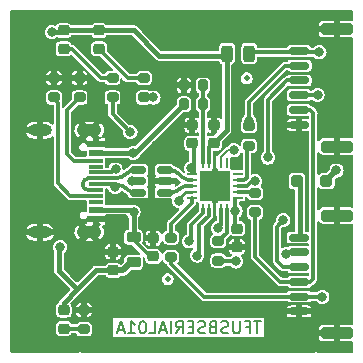
<source format=gbr>
%TF.GenerationSoftware,KiCad,Pcbnew,7.0.7-7.0.7~ubuntu23.04.1*%
%TF.CreationDate,2023-09-26T23:16:17+00:00*%
%TF.ProjectId,TFUSBSERIAL01,54465553-4253-4455-9249-414c30312e6b,REV*%
%TF.SameCoordinates,Original*%
%TF.FileFunction,Copper,L2,Bot*%
%TF.FilePolarity,Positive*%
%FSLAX46Y46*%
G04 Gerber Fmt 4.6, Leading zero omitted, Abs format (unit mm)*
G04 Created by KiCad (PCBNEW 7.0.7-7.0.7~ubuntu23.04.1) date 2023-09-26 23:16:17*
%MOMM*%
%LPD*%
G01*
G04 APERTURE LIST*
G04 Aperture macros list*
%AMRoundRect*
0 Rectangle with rounded corners*
0 $1 Rounding radius*
0 $2 $3 $4 $5 $6 $7 $8 $9 X,Y pos of 4 corners*
0 Add a 4 corners polygon primitive as box body*
4,1,4,$2,$3,$4,$5,$6,$7,$8,$9,$2,$3,0*
0 Add four circle primitives for the rounded corners*
1,1,$1+$1,$2,$3*
1,1,$1+$1,$4,$5*
1,1,$1+$1,$6,$7*
1,1,$1+$1,$8,$9*
0 Add four rect primitives between the rounded corners*
20,1,$1+$1,$2,$3,$4,$5,0*
20,1,$1+$1,$4,$5,$6,$7,0*
20,1,$1+$1,$6,$7,$8,$9,0*
20,1,$1+$1,$8,$9,$2,$3,0*%
G04 Aperture macros list end*
%ADD10C,0.200000*%
%TA.AperFunction,NonConductor*%
%ADD11C,0.200000*%
%TD*%
%TA.AperFunction,SMDPad,CuDef*%
%ADD12RoundRect,0.250000X-0.250000X-0.250000X0.250000X-0.250000X0.250000X0.250000X-0.250000X0.250000X0*%
%TD*%
%TA.AperFunction,SMDPad,CuDef*%
%ADD13RoundRect,0.218750X0.256250X-0.218750X0.256250X0.218750X-0.256250X0.218750X-0.256250X-0.218750X0*%
%TD*%
%TA.AperFunction,SMDPad,CuDef*%
%ADD14RoundRect,0.225000X-0.250000X0.225000X-0.250000X-0.225000X0.250000X-0.225000X0.250000X0.225000X0*%
%TD*%
%TA.AperFunction,SMDPad,CuDef*%
%ADD15RoundRect,0.200000X-0.275000X0.200000X-0.275000X-0.200000X0.275000X-0.200000X0.275000X0.200000X0*%
%TD*%
%TA.AperFunction,SMDPad,CuDef*%
%ADD16RoundRect,0.225000X0.250000X-0.225000X0.250000X0.225000X-0.250000X0.225000X-0.250000X-0.225000X0*%
%TD*%
%TA.AperFunction,SMDPad,CuDef*%
%ADD17RoundRect,0.200000X0.275000X-0.200000X0.275000X0.200000X-0.275000X0.200000X-0.275000X-0.200000X0*%
%TD*%
%TA.AperFunction,SMDPad,CuDef*%
%ADD18RoundRect,0.218750X-0.381250X0.218750X-0.381250X-0.218750X0.381250X-0.218750X0.381250X0.218750X0*%
%TD*%
%TA.AperFunction,SMDPad,CuDef*%
%ADD19RoundRect,0.150000X-0.700000X0.150000X-0.700000X-0.150000X0.700000X-0.150000X0.700000X0.150000X0*%
%TD*%
%TA.AperFunction,SMDPad,CuDef*%
%ADD20RoundRect,0.250000X-1.100000X0.250000X-1.100000X-0.250000X1.100000X-0.250000X1.100000X0.250000X0*%
%TD*%
%TA.AperFunction,SMDPad,CuDef*%
%ADD21RoundRect,0.062500X0.062500X-0.350000X0.062500X0.350000X-0.062500X0.350000X-0.062500X-0.350000X0*%
%TD*%
%TA.AperFunction,SMDPad,CuDef*%
%ADD22RoundRect,0.062500X0.350000X-0.062500X0.350000X0.062500X-0.350000X0.062500X-0.350000X-0.062500X0*%
%TD*%
%TA.AperFunction,SMDPad,CuDef*%
%ADD23R,2.500000X2.500000*%
%TD*%
%TA.AperFunction,SMDPad,CuDef*%
%ADD24R,1.150000X0.600000*%
%TD*%
%TA.AperFunction,SMDPad,CuDef*%
%ADD25R,1.150000X0.300000*%
%TD*%
%TA.AperFunction,ComponentPad*%
%ADD26O,2.000000X1.000000*%
%TD*%
%TA.AperFunction,ComponentPad*%
%ADD27O,2.100000X1.050000*%
%TD*%
%TA.AperFunction,SMDPad,CuDef*%
%ADD28RoundRect,0.150000X0.512500X0.150000X-0.512500X0.150000X-0.512500X-0.150000X0.512500X-0.150000X0*%
%TD*%
%TA.AperFunction,SMDPad,CuDef*%
%ADD29RoundRect,0.243750X-0.243750X-0.456250X0.243750X-0.456250X0.243750X0.456250X-0.243750X0.456250X0*%
%TD*%
%TA.AperFunction,SMDPad,CuDef*%
%ADD30RoundRect,0.200000X-0.200000X-0.275000X0.200000X-0.275000X0.200000X0.275000X-0.200000X0.275000X0*%
%TD*%
%TA.AperFunction,SMDPad,CuDef*%
%ADD31C,0.500000*%
%TD*%
%TA.AperFunction,SMDPad,CuDef*%
%ADD32RoundRect,0.200000X0.200000X0.275000X-0.200000X0.275000X-0.200000X-0.275000X0.200000X-0.275000X0*%
%TD*%
%TA.AperFunction,ViaPad*%
%ADD33C,0.800000*%
%TD*%
%TA.AperFunction,Conductor*%
%ADD34C,0.200000*%
%TD*%
%TA.AperFunction,Conductor*%
%ADD35C,0.400000*%
%TD*%
%TA.AperFunction,Conductor*%
%ADD36C,0.500000*%
%TD*%
%TA.AperFunction,Conductor*%
%ADD37C,0.300000*%
%TD*%
%TA.AperFunction,Conductor*%
%ADD38C,0.250000*%
%TD*%
G04 APERTURE END LIST*
D10*
D11*
X157295237Y-112167219D02*
X156723809Y-112167219D01*
X157009523Y-113167219D02*
X157009523Y-112167219D01*
X156057142Y-112643409D02*
X156390475Y-112643409D01*
X156390475Y-113167219D02*
X156390475Y-112167219D01*
X156390475Y-112167219D02*
X155914285Y-112167219D01*
X155533332Y-112167219D02*
X155533332Y-112976742D01*
X155533332Y-112976742D02*
X155485713Y-113071980D01*
X155485713Y-113071980D02*
X155438094Y-113119600D01*
X155438094Y-113119600D02*
X155342856Y-113167219D01*
X155342856Y-113167219D02*
X155152380Y-113167219D01*
X155152380Y-113167219D02*
X155057142Y-113119600D01*
X155057142Y-113119600D02*
X155009523Y-113071980D01*
X155009523Y-113071980D02*
X154961904Y-112976742D01*
X154961904Y-112976742D02*
X154961904Y-112167219D01*
X154533332Y-113119600D02*
X154390475Y-113167219D01*
X154390475Y-113167219D02*
X154152380Y-113167219D01*
X154152380Y-113167219D02*
X154057142Y-113119600D01*
X154057142Y-113119600D02*
X154009523Y-113071980D01*
X154009523Y-113071980D02*
X153961904Y-112976742D01*
X153961904Y-112976742D02*
X153961904Y-112881504D01*
X153961904Y-112881504D02*
X154009523Y-112786266D01*
X154009523Y-112786266D02*
X154057142Y-112738647D01*
X154057142Y-112738647D02*
X154152380Y-112691028D01*
X154152380Y-112691028D02*
X154342856Y-112643409D01*
X154342856Y-112643409D02*
X154438094Y-112595790D01*
X154438094Y-112595790D02*
X154485713Y-112548171D01*
X154485713Y-112548171D02*
X154533332Y-112452933D01*
X154533332Y-112452933D02*
X154533332Y-112357695D01*
X154533332Y-112357695D02*
X154485713Y-112262457D01*
X154485713Y-112262457D02*
X154438094Y-112214838D01*
X154438094Y-112214838D02*
X154342856Y-112167219D01*
X154342856Y-112167219D02*
X154104761Y-112167219D01*
X154104761Y-112167219D02*
X153961904Y-112214838D01*
X153199999Y-112643409D02*
X153057142Y-112691028D01*
X153057142Y-112691028D02*
X153009523Y-112738647D01*
X153009523Y-112738647D02*
X152961904Y-112833885D01*
X152961904Y-112833885D02*
X152961904Y-112976742D01*
X152961904Y-112976742D02*
X153009523Y-113071980D01*
X153009523Y-113071980D02*
X153057142Y-113119600D01*
X153057142Y-113119600D02*
X153152380Y-113167219D01*
X153152380Y-113167219D02*
X153533332Y-113167219D01*
X153533332Y-113167219D02*
X153533332Y-112167219D01*
X153533332Y-112167219D02*
X153199999Y-112167219D01*
X153199999Y-112167219D02*
X153104761Y-112214838D01*
X153104761Y-112214838D02*
X153057142Y-112262457D01*
X153057142Y-112262457D02*
X153009523Y-112357695D01*
X153009523Y-112357695D02*
X153009523Y-112452933D01*
X153009523Y-112452933D02*
X153057142Y-112548171D01*
X153057142Y-112548171D02*
X153104761Y-112595790D01*
X153104761Y-112595790D02*
X153199999Y-112643409D01*
X153199999Y-112643409D02*
X153533332Y-112643409D01*
X152580951Y-113119600D02*
X152438094Y-113167219D01*
X152438094Y-113167219D02*
X152199999Y-113167219D01*
X152199999Y-113167219D02*
X152104761Y-113119600D01*
X152104761Y-113119600D02*
X152057142Y-113071980D01*
X152057142Y-113071980D02*
X152009523Y-112976742D01*
X152009523Y-112976742D02*
X152009523Y-112881504D01*
X152009523Y-112881504D02*
X152057142Y-112786266D01*
X152057142Y-112786266D02*
X152104761Y-112738647D01*
X152104761Y-112738647D02*
X152199999Y-112691028D01*
X152199999Y-112691028D02*
X152390475Y-112643409D01*
X152390475Y-112643409D02*
X152485713Y-112595790D01*
X152485713Y-112595790D02*
X152533332Y-112548171D01*
X152533332Y-112548171D02*
X152580951Y-112452933D01*
X152580951Y-112452933D02*
X152580951Y-112357695D01*
X152580951Y-112357695D02*
X152533332Y-112262457D01*
X152533332Y-112262457D02*
X152485713Y-112214838D01*
X152485713Y-112214838D02*
X152390475Y-112167219D01*
X152390475Y-112167219D02*
X152152380Y-112167219D01*
X152152380Y-112167219D02*
X152009523Y-112214838D01*
X151580951Y-112643409D02*
X151247618Y-112643409D01*
X151104761Y-113167219D02*
X151580951Y-113167219D01*
X151580951Y-113167219D02*
X151580951Y-112167219D01*
X151580951Y-112167219D02*
X151104761Y-112167219D01*
X150104761Y-113167219D02*
X150438094Y-112691028D01*
X150676189Y-113167219D02*
X150676189Y-112167219D01*
X150676189Y-112167219D02*
X150295237Y-112167219D01*
X150295237Y-112167219D02*
X150199999Y-112214838D01*
X150199999Y-112214838D02*
X150152380Y-112262457D01*
X150152380Y-112262457D02*
X150104761Y-112357695D01*
X150104761Y-112357695D02*
X150104761Y-112500552D01*
X150104761Y-112500552D02*
X150152380Y-112595790D01*
X150152380Y-112595790D02*
X150199999Y-112643409D01*
X150199999Y-112643409D02*
X150295237Y-112691028D01*
X150295237Y-112691028D02*
X150676189Y-112691028D01*
X149676189Y-113167219D02*
X149676189Y-112167219D01*
X149247618Y-112881504D02*
X148771428Y-112881504D01*
X149342856Y-113167219D02*
X149009523Y-112167219D01*
X149009523Y-112167219D02*
X148676190Y-113167219D01*
X147866666Y-113167219D02*
X148342856Y-113167219D01*
X148342856Y-113167219D02*
X148342856Y-112167219D01*
X147342856Y-112167219D02*
X147247618Y-112167219D01*
X147247618Y-112167219D02*
X147152380Y-112214838D01*
X147152380Y-112214838D02*
X147104761Y-112262457D01*
X147104761Y-112262457D02*
X147057142Y-112357695D01*
X147057142Y-112357695D02*
X147009523Y-112548171D01*
X147009523Y-112548171D02*
X147009523Y-112786266D01*
X147009523Y-112786266D02*
X147057142Y-112976742D01*
X147057142Y-112976742D02*
X147104761Y-113071980D01*
X147104761Y-113071980D02*
X147152380Y-113119600D01*
X147152380Y-113119600D02*
X147247618Y-113167219D01*
X147247618Y-113167219D02*
X147342856Y-113167219D01*
X147342856Y-113167219D02*
X147438094Y-113119600D01*
X147438094Y-113119600D02*
X147485713Y-113071980D01*
X147485713Y-113071980D02*
X147533332Y-112976742D01*
X147533332Y-112976742D02*
X147580951Y-112786266D01*
X147580951Y-112786266D02*
X147580951Y-112548171D01*
X147580951Y-112548171D02*
X147533332Y-112357695D01*
X147533332Y-112357695D02*
X147485713Y-112262457D01*
X147485713Y-112262457D02*
X147438094Y-112214838D01*
X147438094Y-112214838D02*
X147342856Y-112167219D01*
X146057142Y-113167219D02*
X146628570Y-113167219D01*
X146342856Y-113167219D02*
X146342856Y-112167219D01*
X146342856Y-112167219D02*
X146438094Y-112310076D01*
X146438094Y-112310076D02*
X146533332Y-112405314D01*
X146533332Y-112405314D02*
X146628570Y-112452933D01*
X145676189Y-112881504D02*
X145199999Y-112881504D01*
X145771427Y-113167219D02*
X145438094Y-112167219D01*
X145438094Y-112167219D02*
X145104761Y-113167219D01*
D12*
%TO.P,D1,1,K*%
%TO.N,Net-(D1-K)*%
X160350000Y-100300000D03*
%TO.P,D1,2,A*%
%TO.N,Net-(D1-A)*%
X162850000Y-100300000D03*
%TD*%
D13*
%TO.P,D3,1,K*%
%TO.N,Net-(D3-K)*%
X140594000Y-89104500D03*
%TO.P,D3,2,A*%
%TO.N,+5V*%
X140594000Y-87529500D03*
%TD*%
D14*
%TO.P,C5,1*%
%TO.N,Net-(U2-3V3OUT)*%
X155300000Y-104325000D03*
%TO.P,C5,2*%
%TO.N,GND*%
X155300000Y-105875000D03*
%TD*%
D13*
%TO.P,D4,1,K*%
%TO.N,Net-(D4-K)*%
X140600000Y-112787500D03*
%TO.P,D4,2,A*%
%TO.N,+5V*%
X140600000Y-111212500D03*
%TD*%
D15*
%TO.P,R5,1*%
%TO.N,Net-(D2-K)*%
X147405000Y-91568000D03*
%TO.P,R5,2*%
%TO.N,/RXLED{slash}CBUS1*%
X147405000Y-93218000D03*
%TD*%
%TO.P,R6,1*%
%TO.N,Net-(D3-K)*%
X144738000Y-91569000D03*
%TO.P,R6,2*%
%TO.N,/TXLED{slash}CBUS2*%
X144738000Y-93219000D03*
%TD*%
D16*
%TO.P,C2,1*%
%TO.N,Net-(U2-3V3OUT)*%
X151500000Y-97100000D03*
%TO.P,C2,2*%
%TO.N,GND*%
X151500000Y-95550000D03*
%TD*%
D17*
%TO.P,R7,1*%
%TO.N,Net-(D4-K)*%
X142300000Y-112850000D03*
%TO.P,R7,2*%
%TO.N,GND*%
X142300000Y-111200000D03*
%TD*%
D18*
%TO.P,FB1,1*%
%TO.N,/VBUS*%
X146516000Y-105037500D03*
%TO.P,FB1,2*%
%TO.N,+5V*%
X146516000Y-107162500D03*
%TD*%
D19*
%TO.P,J2,1*%
%TO.N,Net-(D1-A)*%
X160541000Y-89275000D03*
%TO.P,J2,2*%
%TO.N,/TXD*%
X160541000Y-90525000D03*
%TO.P,J2,3*%
%TO.N,/RXD*%
X160541000Y-91775000D03*
%TO.P,J2,4*%
%TO.N,/#CTS*%
X160541000Y-93025000D03*
%TO.P,J2,5*%
%TO.N,/#RTS*%
X160541000Y-94275000D03*
%TO.P,J2,6*%
%TO.N,GND*%
X160541000Y-95525000D03*
D20*
%TO.P,J2,MP*%
X163741000Y-87425000D03*
X163741000Y-97375000D03*
%TD*%
D21*
%TO.P,U2,1,RXD*%
%TO.N,Net-(U2-RXD)*%
X154400000Y-102637500D03*
%TO.P,U2,2,~{RI}*%
%TO.N,Net-(U2-~{RI})*%
X153900000Y-102637500D03*
%TO.P,U2,3,GND*%
%TO.N,GND*%
X153400000Y-102637500D03*
%TO.P,U2,4,~{DSR}*%
%TO.N,Net-(U2-~{DSR})*%
X152900000Y-102637500D03*
%TO.P,U2,5,~{DCD}*%
%TO.N,Net-(U2-~{DCD})*%
X152400000Y-102637500D03*
D22*
%TO.P,U2,6,~{CTS}*%
%TO.N,Net-(U2-~{CTS})*%
X151462500Y-101700000D03*
%TO.P,U2,7,CBUS2*%
%TO.N,/TXLED{slash}CBUS2*%
X151462500Y-101200000D03*
%TO.P,U2,8,USBDP*%
%TO.N,/DP*%
X151462500Y-100700000D03*
%TO.P,U2,9,USBDM*%
%TO.N,/DM*%
X151462500Y-100200000D03*
%TO.P,U2,10,3V3OUT*%
%TO.N,Net-(U2-3V3OUT)*%
X151462500Y-99700000D03*
D21*
%TO.P,U2,11,~{RESET}*%
%TO.N,Net-(U2-~{RESET})*%
X152400000Y-98762500D03*
%TO.P,U2,12,VCC*%
%TO.N,+5V*%
X152900000Y-98762500D03*
%TO.P,U2,13,GND*%
%TO.N,GND*%
X153400000Y-98762500D03*
%TO.P,U2,14,CBUS1*%
%TO.N,/RXLED{slash}CBUS1*%
X153900000Y-98762500D03*
%TO.P,U2,15,CBUS0*%
%TO.N,unconnected-(U2-CBUS0-Pad15)*%
X154400000Y-98762500D03*
D22*
%TO.P,U2,16,CBUS3*%
%TO.N,unconnected-(U2-CBUS3-Pad16)*%
X155337500Y-99700000D03*
%TO.P,U2,17,TXD*%
%TO.N,Net-(U2-TXD)*%
X155337500Y-100200000D03*
%TO.P,U2,18,~{DTR}*%
%TO.N,Net-(U2-~{DTR})*%
X155337500Y-100700000D03*
%TO.P,U2,19,~{RTS}*%
%TO.N,Net-(U2-~{RTS})*%
X155337500Y-101200000D03*
%TO.P,U2,20,VCCIO*%
%TO.N,Net-(U2-3V3OUT)*%
X155337500Y-101700000D03*
D23*
%TO.P,U2,21,GND*%
%TO.N,GND*%
X153400000Y-100700000D03*
%TD*%
D15*
%TO.P,R9,1*%
%TO.N,Net-(U2-RXD)*%
X153700000Y-105375000D03*
%TO.P,R9,2*%
%TO.N,/RXD*%
X153700000Y-107025000D03*
%TD*%
D17*
%TO.P,R2,1*%
%TO.N,Net-(J1-CC2)*%
X141944000Y-93218000D03*
%TO.P,R2,2*%
%TO.N,GND*%
X141944000Y-91568000D03*
%TD*%
D16*
%TO.P,C1,1*%
%TO.N,/VBUS*%
X148200000Y-106675000D03*
%TO.P,C1,2*%
%TO.N,GND*%
X148200000Y-105125000D03*
%TD*%
%TO.P,C3,1*%
%TO.N,+5V*%
X144800000Y-107850000D03*
%TO.P,C3,2*%
%TO.N,GND*%
X144800000Y-106300000D03*
%TD*%
D24*
%TO.P,J1,A1/B12,GND*%
%TO.N,GND*%
X143346200Y-103517000D03*
%TO.P,J1,A4/B9,VBUS*%
%TO.N,/VBUS*%
X143346200Y-102717000D03*
D25*
%TO.P,J1,A5,CC1*%
%TO.N,Net-(J1-CC1)*%
X143346200Y-101567000D03*
%TO.P,J1,A6,D+*%
%TO.N,/D+*%
X143346200Y-100567000D03*
%TO.P,J1,A7,D-*%
%TO.N,/D-*%
X143346200Y-100067000D03*
%TO.P,J1,A8,SBU1*%
%TO.N,unconnected-(J1-SBU1-PadA8)*%
X143346200Y-99067000D03*
D24*
%TO.P,J1,B1/A12,GND*%
%TO.N,GND*%
X143346200Y-97117000D03*
%TO.P,J1,B4/A9,VBUS*%
%TO.N,/VBUS*%
X143346200Y-97917000D03*
D25*
%TO.P,J1,B5,CC2*%
%TO.N,Net-(J1-CC2)*%
X143346200Y-98567000D03*
%TO.P,J1,B6,D+*%
%TO.N,/D+*%
X143346200Y-99567000D03*
%TO.P,J1,B7,D-*%
%TO.N,/D-*%
X143346200Y-101067000D03*
%TO.P,J1,B8,SBU2*%
%TO.N,unconnected-(J1-SBU2-PadB8)*%
X143346200Y-102067000D03*
D26*
%TO.P,J1,G1,SHIELD*%
%TO.N,GND*%
X138591200Y-104637000D03*
%TO.P,J1,G2,SHIELD*%
X138591200Y-95997000D03*
D27*
%TO.P,J1,G3,SHIELD*%
X142771200Y-104637000D03*
%TO.P,J1,G4,SHIELD*%
X142771200Y-95997000D03*
%TD*%
D28*
%TO.P,U1,1,I/O1*%
%TO.N,/DM*%
X149175000Y-99367000D03*
%TO.P,U1,2,GND*%
%TO.N,GND*%
X149175000Y-100317000D03*
%TO.P,U1,3,I/O2*%
%TO.N,/DP*%
X149175000Y-101267000D03*
%TO.P,U1,4,I/O2*%
%TO.N,/D+*%
X146900000Y-101267000D03*
%TO.P,U1,5,VBUS*%
%TO.N,/VBUS*%
X146900000Y-100317000D03*
%TO.P,U1,6,I/O1*%
%TO.N,/D-*%
X146900000Y-99367000D03*
%TD*%
D29*
%TO.P,F1,1*%
%TO.N,+5V*%
X154425000Y-89500000D03*
%TO.P,F1,2*%
%TO.N,Net-(D1-A)*%
X156300000Y-89500000D03*
%TD*%
D15*
%TO.P,R10,1*%
%TO.N,Net-(U2-~{RTS})*%
X156800000Y-101300000D03*
%TO.P,R10,2*%
%TO.N,/#RTS*%
X156800000Y-102950000D03*
%TD*%
D17*
%TO.P,R1,1*%
%TO.N,Net-(J1-CC1)*%
X139785000Y-93218000D03*
%TO.P,R1,2*%
%TO.N,GND*%
X139785000Y-91568000D03*
%TD*%
D15*
%TO.P,R11,1*%
%TO.N,Net-(U2-~{CTS})*%
X149700000Y-105075000D03*
%TO.P,R11,2*%
%TO.N,/#CTS*%
X149700000Y-106725000D03*
%TD*%
D16*
%TO.P,C4,1*%
%TO.N,+5V*%
X153300000Y-97100000D03*
%TO.P,C4,2*%
%TO.N,GND*%
X153300000Y-95550000D03*
%TD*%
D30*
%TO.P,R3,1*%
%TO.N,/VBUS*%
X150771000Y-93800000D03*
%TO.P,R3,2*%
%TO.N,Net-(U2-~{RESET})*%
X152421000Y-93800000D03*
%TD*%
D13*
%TO.P,D2,1,K*%
%TO.N,Net-(D2-K)*%
X143594000Y-89104500D03*
%TO.P,D2,2,A*%
%TO.N,+5V*%
X143594000Y-87529500D03*
%TD*%
D17*
%TO.P,R8,1*%
%TO.N,Net-(U2-TXD)*%
X156300000Y-97300000D03*
%TO.P,R8,2*%
%TO.N,/TXD*%
X156300000Y-95650000D03*
%TD*%
D19*
%TO.P,J3,1*%
%TO.N,Net-(D1-K)*%
X160541000Y-105075000D03*
%TO.P,J3,2*%
%TO.N,/RXD*%
X160541000Y-106325000D03*
%TO.P,J3,3*%
%TO.N,/TXD*%
X160541000Y-107575000D03*
%TO.P,J3,4*%
%TO.N,/#RTS*%
X160541000Y-108825000D03*
%TO.P,J3,5*%
%TO.N,/#CTS*%
X160541000Y-110075000D03*
%TO.P,J3,6*%
%TO.N,GND*%
X160541000Y-111325000D03*
D20*
%TO.P,J3,MP*%
X163741000Y-103225000D03*
X163741000Y-113175000D03*
%TD*%
D31*
%TO.P,FID1,*%
%TO.N,*%
X149400000Y-108600000D03*
%TD*%
D32*
%TO.P,R4,1*%
%TO.N,Net-(U2-~{RESET})*%
X152421000Y-92203000D03*
%TO.P,R4,2*%
%TO.N,GND*%
X150771000Y-92203000D03*
%TD*%
D31*
%TO.P,FID2,*%
%TO.N,*%
X156100000Y-91600000D03*
%TD*%
D33*
%TO.N,GND*%
X148040000Y-102871000D03*
X151047000Y-86800000D03*
X162391000Y-86361000D03*
X137626000Y-89663000D03*
X160500000Y-112400000D03*
X144600000Y-95800000D03*
X154349000Y-86800000D03*
X163153000Y-114301000D03*
X163534000Y-86361000D03*
X155400000Y-108200000D03*
X137753000Y-112015000D03*
X164550000Y-86361000D03*
X137753000Y-107697000D03*
X145246000Y-96775000D03*
X137626000Y-92838000D03*
X148441809Y-97259855D03*
X156000000Y-86800000D03*
X155100000Y-110947200D03*
X145119000Y-104141000D03*
X146200000Y-90400000D03*
X154900000Y-96600000D03*
X160994000Y-114301000D03*
X144992000Y-110110000D03*
X152698000Y-86800000D03*
X137753000Y-109475000D03*
X155200000Y-98800000D03*
X145700000Y-114100000D03*
X137626000Y-91314000D03*
X162137000Y-114301000D03*
X161248000Y-86361000D03*
X164296000Y-114301000D03*
X143300000Y-92400000D03*
X147400000Y-95700000D03*
%TO.N,Net-(U2-3V3OUT)*%
X151400000Y-99200000D03*
X155149500Y-102800000D03*
%TO.N,Net-(D1-A)*%
X162255000Y-89400000D03*
X163700000Y-99400000D03*
%TO.N,/VBUS*%
X146516000Y-102900000D03*
X146359940Y-100300014D03*
X146500000Y-97917000D03*
%TO.N,/D+*%
X144991190Y-99310863D03*
X144974000Y-100816500D03*
%TO.N,/TXD*%
X156300000Y-95200000D03*
X159200000Y-103600000D03*
%TO.N,/RXD*%
X159400000Y-106500000D03*
X155200000Y-107100000D03*
X157900000Y-98300000D03*
%TO.N,/#CTS*%
X162500000Y-110100000D03*
X162100000Y-93000000D03*
%TO.N,/RXLED{slash}CBUS1*%
X148200000Y-93218000D03*
X155000000Y-97700000D03*
%TO.N,/TXLED{slash}CBUS2*%
X150400000Y-102000000D03*
X146250000Y-96150000D03*
%TO.N,+5V*%
X140300000Y-105900000D03*
X139600000Y-87700000D03*
%TO.N,Net-(U2-~{RI})*%
X153650500Y-104300000D03*
%TO.N,Net-(U2-~{DSR})*%
X151900000Y-106600000D03*
%TO.N,Net-(U2-~{DCD})*%
X151200510Y-105400000D03*
%TO.N,Net-(U2-~{DTR})*%
X156800000Y-100300000D03*
%TD*%
D34*
%TO.N,GND*%
X152960500Y-101317000D02*
X152960500Y-101389500D01*
D35*
%TO.N,Net-(D1-K)*%
X160600000Y-104858000D02*
X160600000Y-100550000D01*
D36*
X160600000Y-105016000D02*
X160541000Y-105075000D01*
D35*
X160600000Y-100550000D02*
X160350000Y-100300000D01*
D37*
%TO.N,Net-(U2-3V3OUT)*%
X151600000Y-99621000D02*
X151600000Y-97200000D01*
X155100000Y-101800000D02*
X155100000Y-103987500D01*
X151400000Y-99200000D02*
X151342000Y-99142000D01*
D36*
%TO.N,Net-(D1-A)*%
X162850000Y-100250000D02*
X163700000Y-99400000D01*
D37*
X162255000Y-89400000D02*
X156400000Y-89400000D01*
D36*
X162850000Y-100300000D02*
X162850000Y-100250000D01*
D37*
X156400000Y-89400000D02*
X156300000Y-89500000D01*
D35*
%TO.N,/VBUS*%
X146333000Y-102717000D02*
X143346200Y-102717000D01*
X146654000Y-97917000D02*
X150771000Y-93800000D01*
X146516000Y-102900000D02*
X146333000Y-102717000D01*
X146500000Y-97917000D02*
X143346200Y-97917000D01*
D37*
X147875000Y-106675000D02*
X148200000Y-106675000D01*
X146516000Y-105316000D02*
X147875000Y-106675000D01*
X146516000Y-105037500D02*
X146516000Y-105316000D01*
D35*
X146516000Y-104903000D02*
X146516000Y-102900000D01*
X146500000Y-97917000D02*
X146654000Y-97917000D01*
D37*
%TO.N,Net-(D2-K)*%
X146032500Y-91568000D02*
X147405000Y-91568000D01*
X143594000Y-89129500D02*
X146032500Y-91568000D01*
%TO.N,/D+*%
X143346200Y-100567000D02*
X145010000Y-100567000D01*
X144735053Y-99567000D02*
X143346200Y-99567000D01*
X145968911Y-100968911D02*
X146067007Y-101067018D01*
X144974000Y-100816500D02*
X144974000Y-100603000D01*
X144974000Y-100603000D02*
X145010000Y-100567000D01*
X146900000Y-101267000D02*
X146549771Y-101267000D01*
X144991190Y-99310863D02*
X144735053Y-99567000D01*
X145968911Y-100968911D02*
X145960909Y-100960909D01*
X145960918Y-100960900D02*
G75*
G03*
X145010000Y-100567000I-951018J-951100D01*
G01*
X146067021Y-101067004D02*
G75*
G03*
X146549771Y-101267000I482779J482704D01*
G01*
%TO.N,/D-*%
X142700000Y-101067000D02*
X143346200Y-101067000D01*
X146698000Y-99367000D02*
X146591952Y-99367000D01*
X143346200Y-100067000D02*
X142700000Y-100067000D01*
X144901917Y-100067000D02*
X143346200Y-100067000D01*
X147041000Y-99508000D02*
X146900000Y-99367000D01*
X142200000Y-100567000D02*
G75*
G03*
X142700000Y-101067000I500000J0D01*
G01*
X142700000Y-100067000D02*
G75*
G03*
X142200000Y-100567000I0J-500000D01*
G01*
X146591952Y-99366970D02*
G75*
G03*
X145979182Y-99620818I48J-866630D01*
G01*
X144901917Y-100067002D02*
G75*
G03*
X145979181Y-99620817I-17J1523602D01*
G01*
%TO.N,Net-(D3-K)*%
X144738000Y-91569000D02*
X143769000Y-91569000D01*
X143769000Y-91569000D02*
X141329500Y-89129500D01*
X141329500Y-89129500D02*
X140594000Y-89129500D01*
%TO.N,Net-(J1-CC1)*%
X139785000Y-93218000D02*
X139785000Y-93346000D01*
X139785000Y-93346000D02*
X140100000Y-93661000D01*
X140100000Y-93661000D02*
X140100000Y-100500000D01*
X139940720Y-93373720D02*
X139785000Y-93218000D01*
X140100000Y-100500000D02*
X141167000Y-101567000D01*
X141167000Y-101567000D02*
X143346200Y-101567000D01*
%TO.N,/TXD*%
X159375000Y-90525000D02*
X160124000Y-90525000D01*
X158650000Y-107030330D02*
X159194670Y-107575000D01*
X156300000Y-95200000D02*
X156300000Y-93600000D01*
X156300000Y-93600000D02*
X159375000Y-90525000D01*
X159194670Y-107575000D02*
X160541000Y-107575000D01*
X158650000Y-104150000D02*
X158650000Y-107030330D01*
X159200000Y-103600000D02*
X158650000Y-104150000D01*
%TO.N,/RXD*%
X157900000Y-93400000D02*
X159525000Y-91775000D01*
X155200000Y-107100000D02*
X153775000Y-107100000D01*
X159525000Y-91775000D02*
X160124000Y-91775000D01*
X153775000Y-107100000D02*
X153700000Y-107025000D01*
X157900000Y-98300000D02*
X157900000Y-93400000D01*
%TO.N,/#RTS*%
X158925000Y-108825000D02*
X156800000Y-106700000D01*
X160541000Y-108825000D02*
X158925000Y-108825000D01*
X161741000Y-94541000D02*
X161741000Y-108559000D01*
X161741000Y-108559000D02*
X161475000Y-108825000D01*
X161475000Y-108825000D02*
X160541000Y-108825000D01*
X156800000Y-106700000D02*
X156800000Y-102950000D01*
X161475000Y-94275000D02*
X161741000Y-94541000D01*
X160848107Y-94275000D02*
X161475000Y-94275000D01*
%TO.N,/#CTS*%
X162475000Y-110075000D02*
X162500000Y-110100000D01*
X149700000Y-107300000D02*
X152500000Y-110100000D01*
X162075000Y-93025000D02*
X160958000Y-93025000D01*
X160541000Y-110075000D02*
X162475000Y-110075000D01*
X162100000Y-93000000D02*
X162075000Y-93025000D01*
X149700000Y-106725000D02*
X149700000Y-107300000D01*
X152500000Y-110100000D02*
X160516000Y-110100000D01*
X160516000Y-110100000D02*
X160541000Y-110075000D01*
D34*
%TO.N,/RXLED{slash}CBUS1*%
X155000000Y-97700000D02*
X154500000Y-97700000D01*
X153900000Y-98300000D02*
X153900000Y-98762500D01*
D37*
X148200000Y-93218000D02*
X147405000Y-93218000D01*
D34*
X154500000Y-97700000D02*
X153900000Y-98300000D01*
D37*
%TO.N,/TXLED{slash}CBUS2*%
X144738000Y-94638000D02*
X144738000Y-93219000D01*
X146250000Y-96150000D02*
X144738000Y-94638000D01*
D38*
X151462500Y-101200000D02*
X150968674Y-101200000D01*
X150400000Y-101768674D02*
X150400000Y-102000000D01*
X150968674Y-101200000D02*
X150400000Y-101768674D01*
D37*
%TO.N,/DM*%
X149635283Y-99367000D02*
X149175000Y-99367000D01*
X150599796Y-99966477D02*
X150258438Y-99625119D01*
X151462500Y-100200000D02*
X151163571Y-100200000D01*
X150258452Y-99625105D02*
G75*
G03*
X149635283Y-99367000I-623152J-623195D01*
G01*
X150599810Y-99966463D02*
G75*
G03*
X151163571Y-100200000I563790J563763D01*
G01*
%TO.N,/DP*%
X149620292Y-101267000D02*
X149175000Y-101267000D01*
X151462500Y-100700000D02*
X150989052Y-100700000D01*
X150922759Y-100699963D02*
G75*
G03*
X150600000Y-100833700I41J-456437D01*
G01*
X149553999Y-101266996D02*
G75*
G03*
X150600000Y-100833700I1J1479196D01*
G01*
%TO.N,Net-(J1-CC2)*%
X141450000Y-98567000D02*
X140900000Y-98017000D01*
X140900000Y-94262000D02*
X141944000Y-93218000D01*
X143346200Y-98567000D02*
X141450000Y-98567000D01*
X140900000Y-98017000D02*
X140900000Y-94262000D01*
%TO.N,Net-(U2-~{RESET})*%
X152400000Y-94256000D02*
X152400000Y-98762500D01*
X152421000Y-94235000D02*
X152400000Y-94256000D01*
X152421000Y-94235000D02*
X152421000Y-92203000D01*
%TO.N,Net-(U2-TXD)*%
X156100000Y-100000000D02*
X156100000Y-97500000D01*
X155900000Y-100200000D02*
X156100000Y-100000000D01*
X156100000Y-97500000D02*
X156300000Y-97300000D01*
X155337500Y-100200000D02*
X155900000Y-100200000D01*
%TO.N,Net-(U2-RXD)*%
X154400000Y-102637500D02*
X154400000Y-104675000D01*
X154400000Y-104675000D02*
X153700000Y-105375000D01*
%TO.N,Net-(U2-~{RTS})*%
X156700000Y-101200000D02*
X156800000Y-101100000D01*
X155337500Y-101200000D02*
X156700000Y-101200000D01*
D35*
%TO.N,+5V*%
X140200000Y-107900000D02*
X140200000Y-106000000D01*
D37*
X152900000Y-97450000D02*
X153400000Y-96950000D01*
D36*
X146337500Y-107162500D02*
X146516000Y-107162500D01*
X145650000Y-107850000D02*
X146337500Y-107162500D01*
D35*
X139600000Y-87700000D02*
X140423500Y-87700000D01*
X154233000Y-89692000D02*
X148703000Y-89692000D01*
D37*
X152900000Y-98762500D02*
X152900000Y-97450000D01*
D35*
X154425000Y-89500000D02*
X154233000Y-89692000D01*
X154400000Y-95950000D02*
X154400000Y-89721000D01*
X146515500Y-87504500D02*
X140594000Y-87504500D01*
X141750000Y-109450000D02*
X140600000Y-110600000D01*
X140600000Y-110600000D02*
X140600000Y-111212500D01*
X153400000Y-96950000D02*
X154400000Y-95950000D01*
X144800000Y-107850000D02*
X143350000Y-107850000D01*
X143350000Y-107850000D02*
X141750000Y-109450000D01*
X140423500Y-87700000D02*
X140594000Y-87529500D01*
X140200000Y-106000000D02*
X140300000Y-105900000D01*
X141750000Y-109450000D02*
X140200000Y-107900000D01*
D36*
X144800000Y-107850000D02*
X145650000Y-107850000D01*
D35*
X148703000Y-89692000D02*
X146515500Y-87504500D01*
D37*
%TO.N,Net-(U2-~{CTS})*%
X151462500Y-102137500D02*
X149700000Y-103900000D01*
X151462500Y-101700000D02*
X151462500Y-102137500D01*
X149700000Y-103900000D02*
X149700000Y-105075000D01*
%TO.N,Net-(D4-K)*%
X142237500Y-112787500D02*
X142300000Y-112850000D01*
X140600000Y-112787500D02*
X142237500Y-112787500D01*
%TO.N,Net-(U2-~{RI})*%
X153900000Y-104050500D02*
X153900000Y-102637500D01*
X153650500Y-104300000D02*
X153900000Y-104050500D01*
%TO.N,Net-(U2-~{DSR})*%
X151900000Y-106600000D02*
X152100000Y-106400000D01*
X152900000Y-103250000D02*
X152900000Y-102637500D01*
X152100000Y-104050000D02*
X152900000Y-103250000D01*
X152100000Y-106400000D02*
X152100000Y-104050000D01*
%TO.N,Net-(U2-~{DCD})*%
X152400000Y-103000000D02*
X152400000Y-102637500D01*
X151400000Y-105200510D02*
X151400000Y-104000000D01*
X151200510Y-105400000D02*
X151400000Y-105200510D01*
X151400000Y-104000000D02*
X152400000Y-103000000D01*
%TO.N,Net-(U2-~{DTR})*%
X156800000Y-100300000D02*
X156547183Y-100300000D01*
X156547183Y-100300000D02*
X156147183Y-100700000D01*
X156147183Y-100700000D02*
X155337500Y-100700000D01*
%TD*%
%TA.AperFunction,Conductor*%
%TO.N,GND*%
G36*
X155714795Y-97882156D02*
G01*
X155746765Y-97934324D01*
X155749500Y-97957436D01*
X155749500Y-99275500D01*
X155730593Y-99333691D01*
X155681093Y-99369655D01*
X155650500Y-99374500D01*
X154961602Y-99374500D01*
X154961592Y-99374501D01*
X154919222Y-99382929D01*
X154858461Y-99375736D01*
X154817595Y-99340833D01*
X154794193Y-99305810D01*
X154794190Y-99305807D01*
X154759167Y-99282406D01*
X154721287Y-99234356D01*
X154717071Y-99180774D01*
X154725499Y-99138408D01*
X154725499Y-99138406D01*
X154725500Y-99138401D01*
X154725499Y-98386600D01*
X154725499Y-98386599D01*
X154725499Y-98382431D01*
X154744406Y-98324240D01*
X154793906Y-98288276D01*
X154837421Y-98284278D01*
X154843237Y-98285043D01*
X154843238Y-98285044D01*
X154931640Y-98296682D01*
X154999999Y-98305682D01*
X155000000Y-98305682D01*
X155000001Y-98305682D01*
X155045301Y-98299718D01*
X155156762Y-98285044D01*
X155302841Y-98224536D01*
X155428282Y-98128282D01*
X155524536Y-98002841D01*
X155559035Y-97919551D01*
X155598772Y-97873025D01*
X155658267Y-97858741D01*
X155714795Y-97882156D01*
G37*
%TD.AperFunction*%
%TA.AperFunction,Conductor*%
G36*
X165052691Y-85836407D02*
G01*
X165088655Y-85885907D01*
X165093500Y-85916500D01*
X165093500Y-86647072D01*
X165074593Y-86705263D01*
X165025093Y-86741227D01*
X164963907Y-86741227D01*
X164961804Y-86740517D01*
X164925603Y-86727850D01*
X164895211Y-86725000D01*
X163995001Y-86725000D01*
X163995000Y-86725001D01*
X163995000Y-88124998D01*
X163995001Y-88124999D01*
X164895203Y-88124999D01*
X164925600Y-88122149D01*
X164925606Y-88122148D01*
X164961802Y-88109483D01*
X165022972Y-88108110D01*
X165073267Y-88142954D01*
X165093475Y-88200705D01*
X165093500Y-88202927D01*
X165093500Y-96597072D01*
X165074593Y-96655263D01*
X165025093Y-96691227D01*
X164963907Y-96691227D01*
X164961804Y-96690517D01*
X164925603Y-96677850D01*
X164895211Y-96675000D01*
X163995001Y-96675000D01*
X163995000Y-96675001D01*
X163995000Y-98074998D01*
X163995001Y-98074999D01*
X164895203Y-98074999D01*
X164925600Y-98072149D01*
X164925606Y-98072148D01*
X164961802Y-98059483D01*
X165022972Y-98058110D01*
X165073267Y-98092954D01*
X165093475Y-98150705D01*
X165093500Y-98152927D01*
X165093500Y-102447072D01*
X165074593Y-102505263D01*
X165025093Y-102541227D01*
X164963907Y-102541227D01*
X164961804Y-102540517D01*
X164925603Y-102527850D01*
X164895211Y-102525000D01*
X163995001Y-102525000D01*
X163995000Y-102525001D01*
X163995000Y-103924998D01*
X163995001Y-103924999D01*
X164895203Y-103924999D01*
X164925600Y-103922149D01*
X164925606Y-103922148D01*
X164961802Y-103909483D01*
X165022972Y-103908110D01*
X165073267Y-103942954D01*
X165093475Y-104000705D01*
X165093500Y-104002927D01*
X165093500Y-112397072D01*
X165074593Y-112455263D01*
X165025093Y-112491227D01*
X164963907Y-112491227D01*
X164961804Y-112490517D01*
X164925603Y-112477850D01*
X164895211Y-112475000D01*
X163995000Y-112475000D01*
X163995000Y-113874998D01*
X163995001Y-113874999D01*
X164895203Y-113874999D01*
X164925600Y-113872149D01*
X164925606Y-113872148D01*
X164961802Y-113859483D01*
X165022972Y-113858110D01*
X165073267Y-113892954D01*
X165093475Y-113950705D01*
X165093500Y-113952927D01*
X165093500Y-114717500D01*
X165074593Y-114775691D01*
X165025093Y-114811655D01*
X164994500Y-114816500D01*
X162144092Y-114816500D01*
X162116202Y-114812490D01*
X162092834Y-114805629D01*
X162071962Y-114799500D01*
X162071961Y-114799500D01*
X161928039Y-114799500D01*
X161928037Y-114799500D01*
X161899674Y-114807828D01*
X161883797Y-114812490D01*
X161855908Y-114816500D01*
X142144092Y-114816500D01*
X142116202Y-114812490D01*
X142092834Y-114805629D01*
X142071962Y-114799500D01*
X142071961Y-114799500D01*
X141928039Y-114799500D01*
X141928037Y-114799500D01*
X141899674Y-114807828D01*
X141883797Y-114812490D01*
X141855908Y-114816500D01*
X136193500Y-114816500D01*
X136135309Y-114797593D01*
X136099345Y-114748093D01*
X136094500Y-114717500D01*
X136094500Y-113479203D01*
X162191001Y-113479203D01*
X162193850Y-113509600D01*
X162193850Y-113509602D01*
X162238654Y-113637647D01*
X162319207Y-113746790D01*
X162319209Y-113746792D01*
X162428352Y-113827345D01*
X162556398Y-113872149D01*
X162586789Y-113874999D01*
X163486998Y-113874999D01*
X163487000Y-113874998D01*
X163487000Y-113429000D01*
X162191002Y-113429000D01*
X162191001Y-113429001D01*
X162191001Y-113479203D01*
X136094500Y-113479203D01*
X136094500Y-113039248D01*
X139924500Y-113039248D01*
X139940049Y-113137419D01*
X139940050Y-113137423D01*
X139967887Y-113192055D01*
X140000342Y-113255751D01*
X140094249Y-113349658D01*
X140212580Y-113409951D01*
X140279130Y-113420491D01*
X140310751Y-113425500D01*
X140310754Y-113425500D01*
X140889249Y-113425500D01*
X140917803Y-113420976D01*
X140987420Y-113409951D01*
X141105751Y-113349658D01*
X141199658Y-113255751D01*
X141232113Y-113192053D01*
X141275377Y-113148790D01*
X141320322Y-113138000D01*
X141559679Y-113138000D01*
X141617870Y-113156907D01*
X141647888Y-113192054D01*
X141647889Y-113192055D01*
X141696950Y-113288342D01*
X141786658Y-113378050D01*
X141899696Y-113435646D01*
X141993481Y-113450500D01*
X142606518Y-113450499D01*
X142606520Y-113450499D01*
X142606521Y-113450498D01*
X142653411Y-113443072D01*
X142700299Y-113435647D01*
X142700299Y-113435646D01*
X142700304Y-113435646D01*
X142813342Y-113378050D01*
X142903050Y-113288342D01*
X142960646Y-113175304D01*
X142975500Y-113081519D01*
X142975499Y-112618482D01*
X142973080Y-112603207D01*
X142960647Y-112524700D01*
X142960646Y-112524698D01*
X142960646Y-112524696D01*
X142903050Y-112411658D01*
X142813342Y-112321950D01*
X142700304Y-112264354D01*
X142700305Y-112264354D01*
X142606522Y-112249500D01*
X141993479Y-112249500D01*
X141993476Y-112249501D01*
X141899700Y-112264352D01*
X141899695Y-112264354D01*
X141786659Y-112321949D01*
X141786658Y-112321949D01*
X141786658Y-112321950D01*
X141700602Y-112408005D01*
X141646088Y-112435781D01*
X141630601Y-112437000D01*
X141320322Y-112437000D01*
X141262131Y-112418093D01*
X141232113Y-112382946D01*
X141199658Y-112319249D01*
X141105751Y-112225342D01*
X141101631Y-112223243D01*
X140987423Y-112165050D01*
X140987420Y-112165049D01*
X140962876Y-112161161D01*
X140889249Y-112149500D01*
X140889246Y-112149500D01*
X140310754Y-112149500D01*
X140310751Y-112149500D01*
X140212580Y-112165049D01*
X140212576Y-112165050D01*
X140094250Y-112225341D01*
X140000341Y-112319250D01*
X139940050Y-112437576D01*
X139940049Y-112437580D01*
X139924500Y-112535751D01*
X139924500Y-113039248D01*
X136094500Y-113039248D01*
X136094500Y-111861576D01*
X144804017Y-111861576D01*
X144804017Y-113472862D01*
X144804018Y-113472862D01*
X157595736Y-113472862D01*
X157595737Y-113472862D01*
X157595737Y-112920999D01*
X162191000Y-112920999D01*
X162191001Y-112921000D01*
X163486999Y-112921000D01*
X163486999Y-112475000D01*
X162586796Y-112475000D01*
X162556399Y-112477850D01*
X162556397Y-112477850D01*
X162428352Y-112522654D01*
X162319209Y-112603207D01*
X162319207Y-112603209D01*
X162238654Y-112712352D01*
X162193850Y-112840398D01*
X162191000Y-112870788D01*
X162191000Y-112920999D01*
X157595737Y-112920999D01*
X157595737Y-111861576D01*
X144804017Y-111861576D01*
X136094500Y-111861576D01*
X136094500Y-104383000D01*
X137433956Y-104383000D01*
X137820465Y-104383000D01*
X137878656Y-104401907D01*
X137914620Y-104451407D01*
X137915685Y-104509091D01*
X137887305Y-104608840D01*
X137894601Y-104687580D01*
X137897654Y-104720520D01*
X137897655Y-104720523D01*
X137911273Y-104747872D01*
X137920286Y-104808390D01*
X137892005Y-104862648D01*
X137837234Y-104889920D01*
X137822652Y-104891000D01*
X137433957Y-104891000D01*
X137510881Y-105037568D01*
X137510881Y-105037569D01*
X137623599Y-105164800D01*
X137623605Y-105164805D01*
X137763506Y-105261371D01*
X137763509Y-105261373D01*
X137922441Y-105321648D01*
X137922451Y-105321651D01*
X138048848Y-105336999D01*
X138048865Y-105337000D01*
X138337199Y-105337000D01*
X138337200Y-105336999D01*
X138337200Y-105036000D01*
X138356107Y-104977809D01*
X138405607Y-104941845D01*
X138436200Y-104937000D01*
X138746200Y-104937000D01*
X138804391Y-104955907D01*
X138840355Y-105005407D01*
X138845200Y-105036000D01*
X138845200Y-105336998D01*
X138845201Y-105337000D01*
X139133535Y-105337000D01*
X139133551Y-105336999D01*
X139259948Y-105321651D01*
X139259958Y-105321648D01*
X139418890Y-105261373D01*
X139418893Y-105261371D01*
X139558794Y-105164805D01*
X139558800Y-105164800D01*
X139671518Y-105037569D01*
X139671518Y-105037568D01*
X139748443Y-104891000D01*
X139361935Y-104891000D01*
X139303744Y-104872093D01*
X139267780Y-104822593D01*
X139266714Y-104764907D01*
X139267042Y-104763755D01*
X139291031Y-104679442D01*
X141517499Y-104679442D01*
X141546927Y-104846342D01*
X141614057Y-105001968D01*
X141715263Y-105137911D01*
X141715265Y-105137913D01*
X141824811Y-105229834D01*
X142088650Y-104965996D01*
X142143167Y-104938219D01*
X142158654Y-104937000D01*
X142585746Y-104937000D01*
X142643937Y-104955907D01*
X142679901Y-105005407D01*
X142679901Y-105066593D01*
X142655750Y-105106004D01*
X142399754Y-105362000D01*
X143142646Y-105362000D01*
X142886650Y-105106004D01*
X142858873Y-105051487D01*
X142868444Y-104991055D01*
X142911709Y-104947790D01*
X142956654Y-104937000D01*
X143349001Y-104937000D01*
X143349002Y-104937000D01*
X143361523Y-104934659D01*
X143422195Y-104942548D01*
X143449720Y-104961968D01*
X143716242Y-105228489D01*
X143765394Y-105196162D01*
X143881697Y-105072889D01*
X143881698Y-105072889D01*
X143966438Y-104926113D01*
X144015046Y-104763755D01*
X144024900Y-104594557D01*
X143995472Y-104427657D01*
X143928342Y-104272031D01*
X143856194Y-104175119D01*
X143836611Y-104117152D01*
X143854840Y-104058745D01*
X143903918Y-104022208D01*
X143935604Y-104017000D01*
X143940897Y-104017000D01*
X143940900Y-104016999D01*
X143999236Y-104005396D01*
X144065389Y-103961193D01*
X144065393Y-103961189D01*
X144109596Y-103895036D01*
X144121199Y-103836700D01*
X144121200Y-103836697D01*
X144121200Y-103771001D01*
X144121199Y-103771000D01*
X143600201Y-103771000D01*
X143600200Y-103771001D01*
X143600200Y-103871999D01*
X143600201Y-103872000D01*
X143650744Y-103872000D01*
X143708935Y-103890907D01*
X143744899Y-103940407D01*
X143744899Y-104001593D01*
X143720748Y-104041004D01*
X143453748Y-104308004D01*
X143399231Y-104335781D01*
X143383744Y-104337000D01*
X142956653Y-104337000D01*
X142898462Y-104318093D01*
X142862498Y-104268593D01*
X142862498Y-104207407D01*
X142886649Y-104167996D01*
X143092200Y-103962445D01*
X143092200Y-103771001D01*
X143092199Y-103771000D01*
X142571201Y-103771000D01*
X142571200Y-103771001D01*
X142571200Y-103813000D01*
X142552293Y-103871191D01*
X142502793Y-103907155D01*
X142472200Y-103912000D01*
X142399753Y-103912000D01*
X142655750Y-104167996D01*
X142683528Y-104222513D01*
X142673957Y-104282945D01*
X142630692Y-104326210D01*
X142585747Y-104337000D01*
X142193398Y-104337000D01*
X142180869Y-104339341D01*
X142120197Y-104331448D01*
X142092679Y-104312031D01*
X141826155Y-104045508D01*
X141777007Y-104077835D01*
X141660702Y-104201110D01*
X141660701Y-104201110D01*
X141575961Y-104347886D01*
X141527353Y-104510244D01*
X141517499Y-104679442D01*
X139291031Y-104679442D01*
X139295095Y-104665160D01*
X139284746Y-104553479D01*
X139271127Y-104526128D01*
X139262114Y-104465610D01*
X139290395Y-104411352D01*
X139345166Y-104384080D01*
X139359748Y-104383000D01*
X139748443Y-104383000D01*
X139671518Y-104236431D01*
X139671518Y-104236430D01*
X139558800Y-104109199D01*
X139558794Y-104109194D01*
X139418893Y-104012628D01*
X139418890Y-104012626D01*
X139259958Y-103952351D01*
X139259948Y-103952348D01*
X139133551Y-103937000D01*
X138845201Y-103937000D01*
X138845200Y-103937001D01*
X138845200Y-104238000D01*
X138826293Y-104296191D01*
X138776793Y-104332155D01*
X138746200Y-104337000D01*
X138436200Y-104337000D01*
X138378009Y-104318093D01*
X138342045Y-104268593D01*
X138337200Y-104238000D01*
X138337200Y-103937001D01*
X138337199Y-103937000D01*
X138048848Y-103937000D01*
X137922451Y-103952348D01*
X137922441Y-103952351D01*
X137763509Y-104012626D01*
X137763506Y-104012628D01*
X137623605Y-104109194D01*
X137623599Y-104109199D01*
X137510881Y-104236430D01*
X137510881Y-104236431D01*
X137433956Y-104383000D01*
X136094500Y-104383000D01*
X136094500Y-95743000D01*
X137433956Y-95743000D01*
X137820465Y-95743000D01*
X137878656Y-95761907D01*
X137914620Y-95811407D01*
X137915685Y-95869091D01*
X137903057Y-95913479D01*
X137887305Y-95968840D01*
X137897654Y-96080520D01*
X137897655Y-96080523D01*
X137911273Y-96107872D01*
X137920286Y-96168390D01*
X137892005Y-96222648D01*
X137837234Y-96249920D01*
X137822652Y-96251000D01*
X137433957Y-96251000D01*
X137510881Y-96397568D01*
X137510881Y-96397569D01*
X137623599Y-96524800D01*
X137623605Y-96524805D01*
X137763506Y-96621371D01*
X137763509Y-96621373D01*
X137922441Y-96681648D01*
X137922451Y-96681651D01*
X138048848Y-96696999D01*
X138048865Y-96697000D01*
X138337199Y-96697000D01*
X138337200Y-96696998D01*
X138337200Y-96396000D01*
X138356107Y-96337809D01*
X138405607Y-96301845D01*
X138436200Y-96297000D01*
X138746200Y-96297000D01*
X138804391Y-96315907D01*
X138840355Y-96365407D01*
X138845200Y-96396000D01*
X138845200Y-96696998D01*
X138845201Y-96697000D01*
X139133535Y-96697000D01*
X139133551Y-96696999D01*
X139259948Y-96681651D01*
X139259958Y-96681648D01*
X139418890Y-96621373D01*
X139418893Y-96621371D01*
X139558794Y-96524805D01*
X139558795Y-96524805D01*
X139576397Y-96504937D01*
X139629137Y-96473918D01*
X139690037Y-96479824D01*
X139735835Y-96520397D01*
X139749500Y-96570586D01*
X139749500Y-100453381D01*
X139747393Y-100473696D01*
X139745394Y-100483233D01*
X139744957Y-100485315D01*
X139749120Y-100518709D01*
X139749500Y-100524837D01*
X139749500Y-100529038D01*
X139753087Y-100550541D01*
X139759425Y-100601388D01*
X139761527Y-100608448D01*
X139763907Y-100615380D01*
X139788295Y-100660444D01*
X139810801Y-100706482D01*
X139815078Y-100712472D01*
X139819579Y-100718255D01*
X139857275Y-100752958D01*
X140886197Y-101781878D01*
X140899072Y-101797734D01*
X140905562Y-101807668D01*
X140932110Y-101828331D01*
X140936709Y-101832391D01*
X140939689Y-101835371D01*
X140939692Y-101835373D01*
X140939694Y-101835375D01*
X140957430Y-101848038D01*
X140997874Y-101879517D01*
X140997880Y-101879519D01*
X141004354Y-101883022D01*
X141010934Y-101886240D01*
X141060045Y-101900861D01*
X141108512Y-101917500D01*
X141108516Y-101917500D01*
X141115736Y-101918705D01*
X141123039Y-101919615D01*
X141123046Y-101919617D01*
X141174231Y-101917500D01*
X142471700Y-101917500D01*
X142529891Y-101936407D01*
X142565855Y-101985907D01*
X142570700Y-102016500D01*
X142570700Y-102236750D01*
X142582821Y-102297684D01*
X142582821Y-102336311D01*
X142570700Y-102397246D01*
X142570700Y-102831433D01*
X142551793Y-102889624D01*
X142502293Y-102925588D01*
X142441107Y-102925588D01*
X142422201Y-102917170D01*
X142384591Y-102895456D01*
X142384592Y-102895456D01*
X142299770Y-102880500D01*
X142299766Y-102880500D01*
X142242634Y-102880500D01*
X142242629Y-102880500D01*
X142157809Y-102895456D01*
X142058090Y-102953029D01*
X141984083Y-103041227D01*
X141984079Y-103041234D01*
X141944700Y-103149426D01*
X141944700Y-103264571D01*
X141971746Y-103338880D01*
X141984081Y-103372768D01*
X142058092Y-103460972D01*
X142157808Y-103518543D01*
X142242634Y-103533500D01*
X142242635Y-103533500D01*
X142299765Y-103533500D01*
X142299766Y-103533500D01*
X142384592Y-103518543D01*
X142484308Y-103460972D01*
X142558319Y-103372769D01*
X142574563Y-103328138D01*
X142612232Y-103279925D01*
X142667592Y-103263000D01*
X144121199Y-103263000D01*
X144121200Y-103262999D01*
X144121200Y-103216500D01*
X144140107Y-103158309D01*
X144189607Y-103122345D01*
X144220200Y-103117500D01*
X145889965Y-103117500D01*
X145948156Y-103136407D01*
X145981429Y-103178614D01*
X145991463Y-103202839D01*
X145991465Y-103202842D01*
X146091668Y-103333431D01*
X146090283Y-103334493D01*
X146114279Y-103381569D01*
X146115500Y-103397071D01*
X146115500Y-104312768D01*
X146096593Y-104370959D01*
X146047093Y-104406923D01*
X146031990Y-104410549D01*
X146003579Y-104415049D01*
X146003576Y-104415050D01*
X145885250Y-104475341D01*
X145791341Y-104569250D01*
X145731050Y-104687576D01*
X145731049Y-104687580D01*
X145715500Y-104785751D01*
X145715500Y-105289248D01*
X145718236Y-105306519D01*
X145729715Y-105379000D01*
X145731049Y-105387419D01*
X145731050Y-105387423D01*
X145748523Y-105421715D01*
X145791342Y-105505751D01*
X145885249Y-105599658D01*
X146003580Y-105659951D01*
X146070130Y-105670491D01*
X146101751Y-105675500D01*
X146101754Y-105675500D01*
X146338810Y-105675500D01*
X146397001Y-105694407D01*
X146408814Y-105704496D01*
X147069557Y-106365239D01*
X147097334Y-106419756D01*
X147087763Y-106480188D01*
X147044498Y-106523453D01*
X146984066Y-106533024D01*
X146930249Y-106524500D01*
X146930246Y-106524500D01*
X146101754Y-106524500D01*
X146101751Y-106524500D01*
X146003580Y-106540049D01*
X146003576Y-106540050D01*
X145885250Y-106600341D01*
X145791341Y-106694250D01*
X145731050Y-106812576D01*
X145731049Y-106812580D01*
X145715500Y-106910751D01*
X145715500Y-107106389D01*
X145696593Y-107164580D01*
X145686509Y-107176386D01*
X145588039Y-107274858D01*
X145514826Y-107348071D01*
X145460309Y-107375848D01*
X145399877Y-107366277D01*
X145374821Y-107348073D01*
X145303220Y-107276472D01*
X145303217Y-107276470D01*
X145183132Y-107215283D01*
X145183127Y-107215281D01*
X145183126Y-107215281D01*
X145149913Y-107210020D01*
X145083490Y-107199500D01*
X145083488Y-107199500D01*
X144516512Y-107199500D01*
X144516510Y-107199500D01*
X144416874Y-107215281D01*
X144416867Y-107215283D01*
X144296782Y-107276470D01*
X144201470Y-107371782D01*
X144189414Y-107395445D01*
X144146149Y-107438710D01*
X144101204Y-107449500D01*
X143413433Y-107449500D01*
X143286567Y-107449500D01*
X143286566Y-107449500D01*
X143286560Y-107449501D01*
X143263624Y-107456953D01*
X143248525Y-107460578D01*
X143224701Y-107464352D01*
X143224695Y-107464354D01*
X143203196Y-107475307D01*
X143188857Y-107481246D01*
X143165914Y-107488702D01*
X143165911Y-107488704D01*
X143146392Y-107502884D01*
X143133156Y-107510995D01*
X143111658Y-107521950D01*
X143089094Y-107544513D01*
X143089092Y-107544515D01*
X143089090Y-107544515D01*
X143089091Y-107544516D01*
X141820003Y-108813602D01*
X141765486Y-108841379D01*
X141705054Y-108831808D01*
X141679998Y-108813604D01*
X141160604Y-108294211D01*
X140629496Y-107763102D01*
X140601719Y-107708585D01*
X140600500Y-107693098D01*
X140600500Y-106558453D01*
X144125000Y-106558453D01*
X144140760Y-106657965D01*
X144140762Y-106657969D01*
X144201881Y-106777921D01*
X144297078Y-106873118D01*
X144417030Y-106934237D01*
X144417029Y-106934237D01*
X144516546Y-106949999D01*
X144546000Y-106949999D01*
X144546000Y-106949998D01*
X145054000Y-106949998D01*
X145054001Y-106949999D01*
X145083453Y-106949999D01*
X145182965Y-106934239D01*
X145182969Y-106934237D01*
X145302921Y-106873118D01*
X145398118Y-106777921D01*
X145459237Y-106657969D01*
X145475000Y-106558453D01*
X145475000Y-106554001D01*
X145474999Y-106554000D01*
X145054001Y-106554000D01*
X145054000Y-106554001D01*
X145054000Y-106949998D01*
X144546000Y-106949998D01*
X144546000Y-106554000D01*
X144125002Y-106554000D01*
X144125001Y-106554001D01*
X144125001Y-106558453D01*
X144125000Y-106558453D01*
X140600500Y-106558453D01*
X140600500Y-106475154D01*
X140619407Y-106416963D01*
X140639233Y-106396612D01*
X140687153Y-106359841D01*
X140728282Y-106328282D01*
X140824536Y-106202841D01*
X140885044Y-106056762D01*
X140886461Y-106045998D01*
X144125000Y-106045998D01*
X144125001Y-106046000D01*
X144545999Y-106046000D01*
X144546000Y-106045999D01*
X145054000Y-106045999D01*
X145054001Y-106046000D01*
X145474998Y-106046000D01*
X145474999Y-106045999D01*
X145474999Y-106041546D01*
X145459239Y-105942034D01*
X145459237Y-105942030D01*
X145398118Y-105822078D01*
X145302921Y-105726881D01*
X145182969Y-105665762D01*
X145182970Y-105665762D01*
X145083454Y-105650000D01*
X145054001Y-105650000D01*
X145054000Y-105650001D01*
X145054000Y-106045999D01*
X144546000Y-106045999D01*
X144546000Y-105650000D01*
X144516547Y-105650000D01*
X144516544Y-105650001D01*
X144417034Y-105665760D01*
X144417030Y-105665762D01*
X144297078Y-105726881D01*
X144201881Y-105822078D01*
X144140762Y-105942030D01*
X144125000Y-106041546D01*
X144125000Y-106045998D01*
X140886461Y-106045998D01*
X140905682Y-105900000D01*
X140885044Y-105743238D01*
X140846424Y-105650001D01*
X140824537Y-105597161D01*
X140824537Y-105597160D01*
X140728286Y-105471723D01*
X140728285Y-105471722D01*
X140728282Y-105471718D01*
X140728277Y-105471714D01*
X140728276Y-105471713D01*
X140613252Y-105383453D01*
X140602841Y-105375464D01*
X140602840Y-105375463D01*
X140602838Y-105375462D01*
X140456766Y-105314957D01*
X140456758Y-105314955D01*
X140300001Y-105294318D01*
X140299999Y-105294318D01*
X140143241Y-105314955D01*
X140143233Y-105314957D01*
X139997161Y-105375462D01*
X139997160Y-105375462D01*
X139871723Y-105471713D01*
X139871713Y-105471723D01*
X139775462Y-105597160D01*
X139775462Y-105597161D01*
X139714957Y-105743233D01*
X139714955Y-105743241D01*
X139694318Y-105899999D01*
X139694318Y-105900000D01*
X139714955Y-106056758D01*
X139714957Y-106056766D01*
X139775462Y-106202838D01*
X139775463Y-106202839D01*
X139775464Y-106202841D01*
X139779040Y-106207501D01*
X139799466Y-106265176D01*
X139799500Y-106267771D01*
X139799500Y-107963437D01*
X139806953Y-107986374D01*
X139810579Y-108001474D01*
X139814354Y-108025306D01*
X139825301Y-108046788D01*
X139831247Y-108061142D01*
X139838703Y-108084088D01*
X139838702Y-108084088D01*
X139852884Y-108103608D01*
X139860997Y-108116847D01*
X139871950Y-108138342D01*
X139871951Y-108138343D01*
X139892031Y-108158424D01*
X139894515Y-108160908D01*
X139894516Y-108160909D01*
X141113604Y-109379997D01*
X141141380Y-109434512D01*
X141131809Y-109494944D01*
X141113603Y-109520003D01*
X140294516Y-110339091D01*
X140294515Y-110339092D01*
X140271950Y-110361658D01*
X140271948Y-110361660D01*
X140260997Y-110383151D01*
X140252887Y-110396385D01*
X140238706Y-110415906D01*
X140238701Y-110415915D01*
X140231249Y-110438852D01*
X140225305Y-110453202D01*
X140214355Y-110474691D01*
X140214352Y-110474701D01*
X140210577Y-110498529D01*
X140206953Y-110513624D01*
X140199501Y-110536562D01*
X140198282Y-110544261D01*
X140196901Y-110544042D01*
X140180593Y-110594237D01*
X140145446Y-110624255D01*
X140094251Y-110650340D01*
X140000341Y-110744250D01*
X139940050Y-110862576D01*
X139940049Y-110862580D01*
X139924500Y-110960751D01*
X139924500Y-111464248D01*
X139940049Y-111562419D01*
X139940050Y-111562423D01*
X139948497Y-111579000D01*
X140000342Y-111680751D01*
X140094249Y-111774658D01*
X140212580Y-111834951D01*
X140279130Y-111845491D01*
X140310751Y-111850500D01*
X140310754Y-111850500D01*
X140889249Y-111850500D01*
X140917803Y-111845976D01*
X140987420Y-111834951D01*
X141105751Y-111774658D01*
X141199658Y-111680751D01*
X141259951Y-111562420D01*
X141275500Y-111464246D01*
X141275500Y-111454000D01*
X141628567Y-111454000D01*
X141639834Y-111525146D01*
X141639836Y-111525151D01*
X141697358Y-111638043D01*
X141786956Y-111727641D01*
X141899848Y-111785163D01*
X141899852Y-111785164D01*
X141993516Y-111799999D01*
X142045999Y-111799998D01*
X142046000Y-111799997D01*
X142046000Y-111454000D01*
X142554000Y-111454000D01*
X142554000Y-111799998D01*
X142554001Y-111799999D01*
X142606483Y-111799999D01*
X142606485Y-111799998D01*
X142700141Y-111785166D01*
X142700151Y-111785163D01*
X142813043Y-111727641D01*
X142902641Y-111638043D01*
X142932725Y-111579000D01*
X159502257Y-111579000D01*
X159552213Y-111681187D01*
X159634812Y-111763786D01*
X159739751Y-111815087D01*
X159807784Y-111824999D01*
X160286998Y-111824999D01*
X160287000Y-111824998D01*
X160287000Y-111579001D01*
X160286999Y-111579000D01*
X160795000Y-111579000D01*
X160795000Y-111824998D01*
X160795001Y-111824999D01*
X161274213Y-111824999D01*
X161274216Y-111824998D01*
X161342250Y-111815087D01*
X161447188Y-111763785D01*
X161529786Y-111681187D01*
X161579743Y-111579000D01*
X160795000Y-111579000D01*
X160286999Y-111579000D01*
X159502257Y-111579000D01*
X142932725Y-111579000D01*
X142960163Y-111525151D01*
X142960165Y-111525146D01*
X142971433Y-111454000D01*
X142554000Y-111454000D01*
X142046000Y-111454000D01*
X141628567Y-111454000D01*
X141275500Y-111454000D01*
X141275500Y-111071000D01*
X159502257Y-111071000D01*
X160286999Y-111071000D01*
X160287000Y-111070999D01*
X160795000Y-111070999D01*
X160795001Y-111071000D01*
X161579742Y-111071000D01*
X161529786Y-110968812D01*
X161447187Y-110886213D01*
X161342248Y-110834912D01*
X161274216Y-110825000D01*
X160795001Y-110825000D01*
X160795000Y-110825001D01*
X160795000Y-111070999D01*
X160287000Y-111070999D01*
X160287000Y-111070998D01*
X160287000Y-110825001D01*
X160286999Y-110825000D01*
X159807786Y-110825000D01*
X159807783Y-110825001D01*
X159739749Y-110834912D01*
X159634811Y-110886214D01*
X159552213Y-110968812D01*
X159502257Y-111071000D01*
X141275500Y-111071000D01*
X141275500Y-110960754D01*
X141273163Y-110946000D01*
X141628567Y-110946000D01*
X142045999Y-110946000D01*
X142046000Y-110945998D01*
X142554000Y-110945998D01*
X142554001Y-110946000D01*
X142971432Y-110946000D01*
X142960165Y-110874853D01*
X142960163Y-110874848D01*
X142902641Y-110761956D01*
X142813043Y-110672358D01*
X142700151Y-110614836D01*
X142700147Y-110614835D01*
X142606484Y-110600000D01*
X142554001Y-110600000D01*
X142554000Y-110600001D01*
X142554000Y-110945998D01*
X142046000Y-110945998D01*
X142046000Y-110599999D01*
X141993518Y-110600000D01*
X141993513Y-110600001D01*
X141899858Y-110614833D01*
X141899848Y-110614836D01*
X141786956Y-110672358D01*
X141697358Y-110761956D01*
X141639836Y-110874848D01*
X141639834Y-110874853D01*
X141628567Y-110946000D01*
X141273163Y-110946000D01*
X141259951Y-110862580D01*
X141199658Y-110744249D01*
X141199654Y-110744245D01*
X141180903Y-110725493D01*
X141153127Y-110670976D01*
X141162699Y-110610544D01*
X141180901Y-110585490D01*
X142005409Y-109760982D01*
X142017215Y-109750900D01*
X142036726Y-109736726D01*
X142045056Y-109725259D01*
X142070238Y-109701072D01*
X142082368Y-109692985D01*
X142097415Y-109668976D01*
X143166390Y-108600002D01*
X148894353Y-108600002D01*
X148914834Y-108742456D01*
X148974622Y-108873371D01*
X148974623Y-108873373D01*
X149068872Y-108982143D01*
X149068873Y-108982144D01*
X149183382Y-109055734D01*
X149189947Y-109059953D01*
X149286241Y-109088227D01*
X149328035Y-109100499D01*
X149328036Y-109100499D01*
X149328039Y-109100500D01*
X149328041Y-109100500D01*
X149471959Y-109100500D01*
X149471961Y-109100500D01*
X149610053Y-109059953D01*
X149731128Y-108982143D01*
X149825377Y-108873373D01*
X149885165Y-108742457D01*
X149903133Y-108617488D01*
X149905647Y-108600002D01*
X149905647Y-108599997D01*
X149885165Y-108457543D01*
X149869631Y-108423528D01*
X149825377Y-108326627D01*
X149731128Y-108217857D01*
X149731127Y-108217856D01*
X149731126Y-108217855D01*
X149610057Y-108140049D01*
X149610054Y-108140047D01*
X149610053Y-108140047D01*
X149604250Y-108138343D01*
X149471964Y-108099500D01*
X149471961Y-108099500D01*
X149328039Y-108099500D01*
X149328035Y-108099500D01*
X149189949Y-108140046D01*
X149189942Y-108140049D01*
X149068873Y-108217855D01*
X148974622Y-108326628D01*
X148914834Y-108457543D01*
X148894353Y-108599997D01*
X148894353Y-108600002D01*
X143166390Y-108600002D01*
X143486896Y-108279496D01*
X143541414Y-108251719D01*
X143556901Y-108250500D01*
X144101204Y-108250500D01*
X144159395Y-108269407D01*
X144189414Y-108304555D01*
X144200660Y-108326628D01*
X144201472Y-108328220D01*
X144296780Y-108423528D01*
X144296782Y-108423529D01*
X144416867Y-108484716D01*
X144416869Y-108484716D01*
X144416874Y-108484719D01*
X144492541Y-108496703D01*
X144516510Y-108500500D01*
X144516512Y-108500500D01*
X145083490Y-108500500D01*
X145104885Y-108497111D01*
X145183126Y-108484719D01*
X145303220Y-108423528D01*
X145397253Y-108329494D01*
X145451768Y-108301719D01*
X145467255Y-108300500D01*
X145621913Y-108300500D01*
X145627459Y-108300811D01*
X145667035Y-108305270D01*
X145725479Y-108294211D01*
X145784287Y-108285348D01*
X145784294Y-108285344D01*
X145791381Y-108283159D01*
X145791512Y-108283584D01*
X145793613Y-108282892D01*
X145793467Y-108282473D01*
X145800464Y-108280024D01*
X145800472Y-108280023D01*
X145820558Y-108269407D01*
X145853072Y-108252223D01*
X145879856Y-108239323D01*
X145906642Y-108226425D01*
X145906646Y-108226421D01*
X145912778Y-108222242D01*
X145913028Y-108222609D01*
X145914832Y-108221329D01*
X145914568Y-108220971D01*
X145920529Y-108216570D01*
X145920538Y-108216566D01*
X145962599Y-108174504D01*
X146006194Y-108134055D01*
X146006198Y-108134047D01*
X146010820Y-108128253D01*
X146011166Y-108128529D01*
X146019708Y-108117395D01*
X146307608Y-107829496D01*
X146362124Y-107801719D01*
X146377611Y-107800500D01*
X146930249Y-107800500D01*
X146958803Y-107795976D01*
X147028420Y-107784951D01*
X147146751Y-107724658D01*
X147240658Y-107630751D01*
X147300951Y-107512420D01*
X147313160Y-107435328D01*
X147316500Y-107414248D01*
X147316500Y-106910753D01*
X147311499Y-106879180D01*
X147307975Y-106856931D01*
X147317546Y-106796503D01*
X147360809Y-106753237D01*
X147421241Y-106743665D01*
X147475758Y-106771441D01*
X147475760Y-106771442D01*
X147495504Y-106791186D01*
X147523281Y-106845703D01*
X147524500Y-106861190D01*
X147524500Y-106933489D01*
X147528148Y-106956519D01*
X147539514Y-107028286D01*
X147540281Y-107033125D01*
X147540283Y-107033132D01*
X147601470Y-107153217D01*
X147601472Y-107153220D01*
X147696780Y-107248528D01*
X147696782Y-107248529D01*
X147816867Y-107309716D01*
X147816869Y-107309716D01*
X147816874Y-107309719D01*
X147892541Y-107321703D01*
X147916510Y-107325500D01*
X147916512Y-107325500D01*
X148483490Y-107325500D01*
X148507114Y-107321758D01*
X148583126Y-107309719D01*
X148703220Y-107248528D01*
X148798528Y-107153220D01*
X148857492Y-107037495D01*
X148900756Y-106994232D01*
X148961188Y-106984661D01*
X149015705Y-107012438D01*
X149034931Y-107043811D01*
X149035816Y-107043361D01*
X149088825Y-107147396D01*
X149096950Y-107163342D01*
X149186658Y-107253050D01*
X149299696Y-107310646D01*
X149299698Y-107310646D01*
X149304600Y-107313144D01*
X149347865Y-107356409D01*
X149357894Y-107389104D01*
X149359425Y-107401388D01*
X149361527Y-107408448D01*
X149363907Y-107415380D01*
X149388295Y-107460444D01*
X149410801Y-107506482D01*
X149415078Y-107512472D01*
X149419579Y-107518255D01*
X149457275Y-107552958D01*
X152219199Y-110314881D01*
X152232074Y-110330737D01*
X152238563Y-110340669D01*
X152265110Y-110361332D01*
X152269708Y-110365392D01*
X152272690Y-110368373D01*
X152272693Y-110368375D01*
X152290438Y-110381044D01*
X152330874Y-110412517D01*
X152330878Y-110412518D01*
X152337354Y-110416022D01*
X152343934Y-110419240D01*
X152393045Y-110433861D01*
X152441512Y-110450500D01*
X152441516Y-110450500D01*
X152448736Y-110451705D01*
X152456039Y-110452615D01*
X152456046Y-110452617D01*
X152507231Y-110450500D01*
X159529811Y-110450500D01*
X159588002Y-110469407D01*
X159599814Y-110479496D01*
X159618848Y-110498529D01*
X159634517Y-110514198D01*
X159663335Y-110528286D01*
X159739604Y-110565572D01*
X159739605Y-110565572D01*
X159739607Y-110565573D01*
X159807740Y-110575500D01*
X159807743Y-110575500D01*
X161274257Y-110575500D01*
X161274260Y-110575500D01*
X161342393Y-110565573D01*
X161447483Y-110514198D01*
X161507186Y-110454494D01*
X161561701Y-110426719D01*
X161577188Y-110425500D01*
X161944030Y-110425500D01*
X162002221Y-110444407D01*
X162022570Y-110464231D01*
X162071718Y-110528282D01*
X162197159Y-110624536D01*
X162343238Y-110685044D01*
X162460809Y-110700522D01*
X162499999Y-110705682D01*
X162500000Y-110705682D01*
X162500001Y-110705682D01*
X162531352Y-110701554D01*
X162656762Y-110685044D01*
X162802841Y-110624536D01*
X162928282Y-110528282D01*
X163024536Y-110402841D01*
X163085044Y-110256762D01*
X163105682Y-110100000D01*
X163085044Y-109943238D01*
X163024537Y-109797161D01*
X163024537Y-109797160D01*
X162928286Y-109671723D01*
X162928284Y-109671721D01*
X162928282Y-109671718D01*
X162928277Y-109671714D01*
X162928276Y-109671713D01*
X162802838Y-109575462D01*
X162656766Y-109514957D01*
X162656758Y-109514955D01*
X162500001Y-109494318D01*
X162499999Y-109494318D01*
X162343241Y-109514955D01*
X162343233Y-109514957D01*
X162197161Y-109575462D01*
X162197160Y-109575462D01*
X162071723Y-109671713D01*
X162071715Y-109671721D01*
X162060939Y-109685766D01*
X162010515Y-109720423D01*
X161982396Y-109724500D01*
X161577188Y-109724500D01*
X161518997Y-109705593D01*
X161507190Y-109695509D01*
X161447483Y-109635802D01*
X161447481Y-109635801D01*
X161342395Y-109584427D01*
X161315139Y-109580456D01*
X161274260Y-109574500D01*
X159807740Y-109574500D01*
X159773673Y-109579463D01*
X159739604Y-109584427D01*
X159634518Y-109635801D01*
X159634517Y-109635801D01*
X159634517Y-109635802D01*
X159551802Y-109718517D01*
X159551801Y-109718518D01*
X159549816Y-109720504D01*
X159495299Y-109748281D01*
X159479812Y-109749500D01*
X152686190Y-109749500D01*
X152627999Y-109730593D01*
X152616186Y-109720504D01*
X150251040Y-107355358D01*
X150223263Y-107300841D01*
X150230282Y-107256520D01*
X153024500Y-107256520D01*
X153024501Y-107256523D01*
X153039352Y-107350299D01*
X153039354Y-107350304D01*
X153096950Y-107463342D01*
X153186658Y-107553050D01*
X153299696Y-107610646D01*
X153393481Y-107625500D01*
X154006518Y-107625499D01*
X154006520Y-107625499D01*
X154006521Y-107625498D01*
X154053411Y-107618072D01*
X154100299Y-107610647D01*
X154100299Y-107610646D01*
X154100304Y-107610646D01*
X154213342Y-107553050D01*
X154286897Y-107479494D01*
X154341412Y-107451719D01*
X154356899Y-107450500D01*
X154663213Y-107450500D01*
X154721404Y-107469407D01*
X154741754Y-107489232D01*
X154771718Y-107528282D01*
X154897159Y-107624536D01*
X154897160Y-107624536D01*
X154897161Y-107624537D01*
X154899486Y-107625500D01*
X155043238Y-107685044D01*
X155160809Y-107700522D01*
X155199999Y-107705682D01*
X155200000Y-107705682D01*
X155200001Y-107705682D01*
X155231352Y-107701554D01*
X155356762Y-107685044D01*
X155502841Y-107624536D01*
X155628282Y-107528282D01*
X155724536Y-107402841D01*
X155785044Y-107256762D01*
X155805682Y-107100000D01*
X155785044Y-106943238D01*
X155785042Y-106943233D01*
X155724537Y-106797161D01*
X155724536Y-106797160D01*
X155724536Y-106797159D01*
X155628282Y-106671718D01*
X155628281Y-106671717D01*
X155624343Y-106666585D01*
X155603919Y-106608909D01*
X155621297Y-106550244D01*
X155669838Y-106512996D01*
X155677000Y-106511177D01*
X155682969Y-106509237D01*
X155802921Y-106448118D01*
X155898118Y-106352921D01*
X155959237Y-106232969D01*
X155975000Y-106133453D01*
X155975000Y-106129001D01*
X155974999Y-106129000D01*
X154625002Y-106129000D01*
X154625001Y-106129001D01*
X154625001Y-106133453D01*
X154625000Y-106133453D01*
X154640760Y-106232965D01*
X154640762Y-106232969D01*
X154701881Y-106352921D01*
X154797077Y-106448117D01*
X154817153Y-106458347D01*
X154860417Y-106501613D01*
X154869987Y-106562045D01*
X154842208Y-106616561D01*
X154832474Y-106625097D01*
X154771724Y-106671712D01*
X154771714Y-106671722D01*
X154741755Y-106710767D01*
X154691331Y-106745423D01*
X154663213Y-106749500D01*
X154446690Y-106749500D01*
X154388499Y-106730593D01*
X154358481Y-106695446D01*
X154318286Y-106616561D01*
X154303050Y-106586658D01*
X154213342Y-106496950D01*
X154100304Y-106439354D01*
X154100305Y-106439354D01*
X154006522Y-106424500D01*
X153393479Y-106424500D01*
X153393476Y-106424501D01*
X153299700Y-106439352D01*
X153299695Y-106439354D01*
X153186659Y-106496949D01*
X153096949Y-106586659D01*
X153039354Y-106699695D01*
X153024500Y-106793477D01*
X153024500Y-107256520D01*
X150230282Y-107256520D01*
X150232834Y-107240409D01*
X150251038Y-107215353D01*
X150303050Y-107163342D01*
X150360646Y-107050304D01*
X150375500Y-106956519D01*
X150375499Y-106493482D01*
X150368315Y-106448118D01*
X150360647Y-106399700D01*
X150360646Y-106399698D01*
X150360646Y-106399696D01*
X150303050Y-106286658D01*
X150213342Y-106196950D01*
X150100304Y-106139354D01*
X150100305Y-106139354D01*
X150006522Y-106124500D01*
X149393479Y-106124500D01*
X149393476Y-106124501D01*
X149299700Y-106139352D01*
X149299695Y-106139354D01*
X149186659Y-106196949D01*
X149096949Y-106286659D01*
X149050649Y-106377526D01*
X149007384Y-106420790D01*
X148946952Y-106430361D01*
X148892435Y-106402583D01*
X148864659Y-106348066D01*
X148859719Y-106316875D01*
X148859716Y-106316867D01*
X148798529Y-106196782D01*
X148798528Y-106196780D01*
X148703220Y-106101472D01*
X148703217Y-106101470D01*
X148583132Y-106040283D01*
X148583127Y-106040281D01*
X148583126Y-106040281D01*
X148546765Y-106034522D01*
X148483490Y-106024500D01*
X148483488Y-106024500D01*
X147916512Y-106024500D01*
X147916510Y-106024500D01*
X147816870Y-106040281D01*
X147813496Y-106041378D01*
X147809952Y-106041377D01*
X147809180Y-106041500D01*
X147809160Y-106041377D01*
X147752311Y-106041373D01*
X147712907Y-106017225D01*
X147278278Y-105582596D01*
X147250501Y-105528079D01*
X147260071Y-105467650D01*
X147300951Y-105387420D01*
X147301579Y-105383453D01*
X147525000Y-105383453D01*
X147540760Y-105482965D01*
X147540762Y-105482969D01*
X147601881Y-105602921D01*
X147697078Y-105698118D01*
X147817030Y-105759237D01*
X147817029Y-105759237D01*
X147916546Y-105774999D01*
X147946000Y-105774999D01*
X147946000Y-105379001D01*
X147945999Y-105379000D01*
X147525001Y-105379000D01*
X147525001Y-105383453D01*
X147525000Y-105383453D01*
X147301579Y-105383453D01*
X147316500Y-105289246D01*
X147316500Y-104870999D01*
X147525000Y-104870999D01*
X147525001Y-104871000D01*
X147945999Y-104871000D01*
X147946000Y-104870998D01*
X147946000Y-104475000D01*
X147916547Y-104475000D01*
X147916544Y-104475001D01*
X147817034Y-104490760D01*
X147817030Y-104490762D01*
X147697078Y-104551881D01*
X147601881Y-104647078D01*
X147540762Y-104767030D01*
X147525000Y-104866546D01*
X147525000Y-104870999D01*
X147316500Y-104870999D01*
X147316500Y-104785754D01*
X147313534Y-104767030D01*
X147307397Y-104728282D01*
X147300951Y-104687580D01*
X147240658Y-104569249D01*
X147146751Y-104475342D01*
X147103056Y-104453078D01*
X147028423Y-104415050D01*
X147028420Y-104415049D01*
X147000010Y-104410549D01*
X146945495Y-104382770D01*
X146917718Y-104328252D01*
X146916500Y-104312768D01*
X146916500Y-103397071D01*
X146935407Y-103338880D01*
X146942715Y-103330324D01*
X146968162Y-103297161D01*
X147040536Y-103202841D01*
X147101044Y-103056762D01*
X147121682Y-102900000D01*
X147101044Y-102743238D01*
X147090789Y-102718481D01*
X147040537Y-102597161D01*
X147040537Y-102597160D01*
X146944286Y-102471723D01*
X146944285Y-102471722D01*
X146944282Y-102471718D01*
X146944277Y-102471714D01*
X146944276Y-102471713D01*
X146818838Y-102375462D01*
X146672766Y-102314957D01*
X146672758Y-102314955D01*
X146516001Y-102294318D01*
X146515999Y-102294318D01*
X146475833Y-102299606D01*
X146359238Y-102314956D01*
X146359237Y-102314956D01*
X146350732Y-102316076D01*
X146344264Y-102316500D01*
X144220700Y-102316500D01*
X144162509Y-102297593D01*
X144126545Y-102248093D01*
X144121700Y-102217500D01*
X144121700Y-101897253D01*
X144121700Y-101897252D01*
X144110067Y-101838769D01*
X144110066Y-101838767D01*
X144109578Y-101836314D01*
X144109579Y-101797684D01*
X144121698Y-101736758D01*
X144121700Y-101736746D01*
X144121700Y-101397253D01*
X144121698Y-101397241D01*
X144109579Y-101336315D01*
X144109579Y-101297685D01*
X144121698Y-101236758D01*
X144121700Y-101236746D01*
X144121700Y-101016500D01*
X144140607Y-100958309D01*
X144190107Y-100922345D01*
X144220700Y-100917500D01*
X144299709Y-100917500D01*
X144357900Y-100936407D01*
X144391173Y-100978614D01*
X144446576Y-101112370D01*
X144449464Y-101119341D01*
X144451034Y-101121387D01*
X144539551Y-101236746D01*
X144545718Y-101244782D01*
X144671159Y-101341036D01*
X144671160Y-101341036D01*
X144671161Y-101341037D01*
X144817233Y-101401542D01*
X144817238Y-101401544D01*
X144934809Y-101417022D01*
X144973999Y-101422182D01*
X144974000Y-101422182D01*
X144974001Y-101422182D01*
X145005352Y-101418054D01*
X145130762Y-101401544D01*
X145276841Y-101341036D01*
X145402282Y-101244782D01*
X145478523Y-101145421D01*
X145528944Y-101110769D01*
X145590108Y-101112370D01*
X145621355Y-101130410D01*
X145688207Y-101187504D01*
X145711482Y-101207381D01*
X145714335Y-101210018D01*
X145720815Y-101216497D01*
X145720818Y-101216500D01*
X145811977Y-101307669D01*
X145816672Y-101312365D01*
X145839685Y-101335380D01*
X145839688Y-101335382D01*
X145840961Y-101336655D01*
X145841282Y-101336950D01*
X145876657Y-101372331D01*
X145945261Y-101422182D01*
X146011366Y-101470218D01*
X146041923Y-101512282D01*
X146043551Y-101511487D01*
X146046926Y-101518392D01*
X146046927Y-101518393D01*
X146098302Y-101623483D01*
X146181017Y-101706198D01*
X146208933Y-101719845D01*
X146286104Y-101757572D01*
X146286105Y-101757572D01*
X146286107Y-101757573D01*
X146354240Y-101767500D01*
X146354243Y-101767500D01*
X147445757Y-101767500D01*
X147445760Y-101767500D01*
X147513893Y-101757573D01*
X147618983Y-101706198D01*
X147701698Y-101623483D01*
X147753073Y-101518393D01*
X147763000Y-101450260D01*
X147763000Y-101083740D01*
X147753073Y-101015607D01*
X147745687Y-101000499D01*
X147706584Y-100920512D01*
X147701698Y-100910517D01*
X147653182Y-100862001D01*
X147625407Y-100807487D01*
X147634978Y-100747055D01*
X147653181Y-100721999D01*
X147701698Y-100673483D01*
X147753073Y-100568393D01*
X147763000Y-100500260D01*
X147763000Y-100133740D01*
X147753073Y-100065607D01*
X147750947Y-100061259D01*
X147719612Y-99997161D01*
X147701698Y-99960517D01*
X147653182Y-99912001D01*
X147625407Y-99857487D01*
X147634978Y-99797055D01*
X147653181Y-99771999D01*
X147701698Y-99723483D01*
X147753073Y-99618393D01*
X147763000Y-99550260D01*
X147763000Y-99183740D01*
X147753073Y-99115607D01*
X147744055Y-99097161D01*
X147721561Y-99051147D01*
X147701698Y-99010517D01*
X147618983Y-98927802D01*
X147618981Y-98927801D01*
X147513895Y-98876427D01*
X147486639Y-98872456D01*
X147445760Y-98866500D01*
X146354240Y-98866500D01*
X146320173Y-98871463D01*
X146286104Y-98876427D01*
X146181018Y-98927801D01*
X146098301Y-99010518D01*
X146095377Y-99016500D01*
X146046927Y-99115607D01*
X146046926Y-99115608D01*
X146043551Y-99122514D01*
X146041057Y-99121295D01*
X146013106Y-99160921D01*
X145998751Y-99169858D01*
X145954047Y-99192639D01*
X145941286Y-99201911D01*
X145799063Y-99305250D01*
X145799059Y-99305253D01*
X145799056Y-99305256D01*
X145761697Y-99342618D01*
X145707182Y-99370398D01*
X145646749Y-99360828D01*
X145603483Y-99317565D01*
X145593538Y-99285539D01*
X145592216Y-99275500D01*
X145576234Y-99154101D01*
X145569731Y-99138401D01*
X145515727Y-99008024D01*
X145515727Y-99008023D01*
X145419476Y-98882586D01*
X145419475Y-98882585D01*
X145419472Y-98882581D01*
X145419467Y-98882577D01*
X145419466Y-98882576D01*
X145331340Y-98814955D01*
X145294031Y-98786327D01*
X145294030Y-98786326D01*
X145294028Y-98786325D01*
X145147956Y-98725820D01*
X145147948Y-98725818D01*
X144991191Y-98705181D01*
X144991189Y-98705181D01*
X144834431Y-98725818D01*
X144834423Y-98725820D01*
X144688351Y-98786325D01*
X144688350Y-98786325D01*
X144562913Y-98882576D01*
X144562903Y-98882586D01*
X144466652Y-99008023D01*
X144466652Y-99008024D01*
X144405614Y-99155385D01*
X144365878Y-99201911D01*
X144314150Y-99216500D01*
X144220700Y-99216500D01*
X144162509Y-99197593D01*
X144126545Y-99148093D01*
X144121700Y-99117500D01*
X144121700Y-98897253D01*
X144121700Y-98897252D01*
X144110067Y-98838769D01*
X144110066Y-98838767D01*
X144109578Y-98836314D01*
X144109579Y-98797684D01*
X144111839Y-98786325D01*
X144121700Y-98736748D01*
X144121700Y-98416500D01*
X144140607Y-98358309D01*
X144190107Y-98322345D01*
X144220700Y-98317500D01*
X146002929Y-98317500D01*
X146061120Y-98336407D01*
X146069687Y-98343723D01*
X146071716Y-98345280D01*
X146071718Y-98345282D01*
X146197159Y-98441536D01*
X146197160Y-98441536D01*
X146197161Y-98441537D01*
X146233927Y-98456766D01*
X146343238Y-98502044D01*
X146460809Y-98517522D01*
X146499999Y-98522682D01*
X146500000Y-98522682D01*
X146500001Y-98522682D01*
X146531352Y-98518554D01*
X146656762Y-98502044D01*
X146802841Y-98441536D01*
X146928282Y-98345282D01*
X147024536Y-98219841D01*
X147085044Y-98073762D01*
X147085046Y-98073744D01*
X147086014Y-98070137D01*
X147111636Y-98025755D01*
X149328937Y-95808453D01*
X150825000Y-95808453D01*
X150840760Y-95907965D01*
X150840762Y-95907969D01*
X150901881Y-96027921D01*
X150997078Y-96123118D01*
X151117030Y-96184237D01*
X151117029Y-96184237D01*
X151216546Y-96199999D01*
X151246000Y-96199999D01*
X151246000Y-95804001D01*
X151245999Y-95804000D01*
X150825001Y-95804000D01*
X150825001Y-95808453D01*
X150825000Y-95808453D01*
X149328937Y-95808453D01*
X149841392Y-95295998D01*
X150825000Y-95295998D01*
X150825001Y-95296000D01*
X151245999Y-95296000D01*
X151246000Y-95295998D01*
X151246000Y-94900000D01*
X151216547Y-94900000D01*
X151216544Y-94900001D01*
X151117034Y-94915760D01*
X151117030Y-94915762D01*
X150997078Y-94976881D01*
X150901881Y-95072078D01*
X150840762Y-95192030D01*
X150825000Y-95291546D01*
X150825000Y-95295998D01*
X149841392Y-95295998D01*
X150632896Y-94504494D01*
X150687413Y-94476718D01*
X150702900Y-94475499D01*
X151002521Y-94475499D01*
X151002522Y-94475498D01*
X151054314Y-94467296D01*
X151096299Y-94460647D01*
X151096299Y-94460646D01*
X151096304Y-94460646D01*
X151209342Y-94403050D01*
X151299050Y-94313342D01*
X151356646Y-94200304D01*
X151371500Y-94106519D01*
X151371499Y-93493482D01*
X151371498Y-93493478D01*
X151371498Y-93493476D01*
X151356647Y-93399700D01*
X151356646Y-93399698D01*
X151356646Y-93399696D01*
X151299050Y-93286658D01*
X151209342Y-93196950D01*
X151096304Y-93139354D01*
X151096305Y-93139354D01*
X151002522Y-93124500D01*
X150539479Y-93124500D01*
X150539476Y-93124501D01*
X150445700Y-93139352D01*
X150445695Y-93139354D01*
X150332659Y-93196949D01*
X150242949Y-93286659D01*
X150185354Y-93399695D01*
X150170500Y-93493478D01*
X150170500Y-93793098D01*
X150151593Y-93851289D01*
X150141504Y-93863102D01*
X146705323Y-97299282D01*
X146650806Y-97327059D01*
X146622397Y-97327431D01*
X146500001Y-97311318D01*
X146499999Y-97311318D01*
X146343241Y-97331955D01*
X146343233Y-97331957D01*
X146197161Y-97392462D01*
X146197160Y-97392462D01*
X146066570Y-97492668D01*
X146065509Y-97491286D01*
X146018416Y-97515281D01*
X146002929Y-97516500D01*
X144220200Y-97516500D01*
X144162009Y-97497593D01*
X144126045Y-97448093D01*
X144121200Y-97417500D01*
X144121200Y-97371001D01*
X144121199Y-97371000D01*
X142677170Y-97371000D01*
X142618979Y-97352093D01*
X142584140Y-97305861D01*
X142566234Y-97256662D01*
X142548720Y-97235790D01*
X142490183Y-97166028D01*
X142490182Y-97166027D01*
X142387718Y-97106869D01*
X142387717Y-97106868D01*
X142387716Y-97106868D01*
X142300559Y-97091500D01*
X142300555Y-97091500D01*
X142241845Y-97091500D01*
X142241840Y-97091500D01*
X142154683Y-97106868D01*
X142052216Y-97166028D01*
X141976168Y-97256658D01*
X141976167Y-97256660D01*
X141976166Y-97256661D01*
X141976166Y-97256662D01*
X141935700Y-97367842D01*
X141935700Y-97486158D01*
X141976166Y-97597338D01*
X141976167Y-97597339D01*
X141976168Y-97597341D01*
X142040097Y-97673528D01*
X142052218Y-97687973D01*
X142154682Y-97747131D01*
X142241845Y-97762500D01*
X142241846Y-97762500D01*
X142300554Y-97762500D01*
X142300555Y-97762500D01*
X142387718Y-97747131D01*
X142413830Y-97732055D01*
X142422200Y-97727223D01*
X142482048Y-97714501D01*
X142537944Y-97739388D01*
X142568537Y-97792376D01*
X142570700Y-97812959D01*
X142570700Y-98117500D01*
X142551793Y-98175691D01*
X142502293Y-98211655D01*
X142471700Y-98216500D01*
X141636190Y-98216500D01*
X141577999Y-98197593D01*
X141566186Y-98187504D01*
X141279496Y-97900814D01*
X141251719Y-97846297D01*
X141250500Y-97830810D01*
X141250500Y-96039442D01*
X141517499Y-96039442D01*
X141546927Y-96206342D01*
X141614057Y-96361968D01*
X141715263Y-96497911D01*
X141715265Y-96497913D01*
X141824811Y-96589834D01*
X142088650Y-96325996D01*
X142143167Y-96298219D01*
X142158654Y-96297000D01*
X142585746Y-96297000D01*
X142643937Y-96315907D01*
X142679901Y-96365407D01*
X142679901Y-96426593D01*
X142655750Y-96466004D01*
X142399754Y-96722000D01*
X142472200Y-96722000D01*
X142530391Y-96740907D01*
X142566355Y-96790407D01*
X142571200Y-96821000D01*
X142571200Y-96862998D01*
X142571201Y-96863000D01*
X143092199Y-96863000D01*
X143092200Y-96862998D01*
X143092200Y-96671554D01*
X142886650Y-96466004D01*
X142858873Y-96411487D01*
X142868444Y-96351055D01*
X142911709Y-96307790D01*
X142956654Y-96297000D01*
X143349001Y-96297000D01*
X143349002Y-96297000D01*
X143361523Y-96294659D01*
X143422195Y-96302548D01*
X143449721Y-96321968D01*
X143697972Y-96570219D01*
X143697979Y-96570225D01*
X143720750Y-96592996D01*
X143748527Y-96647513D01*
X143738956Y-96707945D01*
X143695691Y-96751210D01*
X143650746Y-96762000D01*
X143600201Y-96762000D01*
X143600200Y-96762001D01*
X143600200Y-96862999D01*
X143600201Y-96863000D01*
X144121199Y-96863000D01*
X144121200Y-96862999D01*
X144121200Y-96797302D01*
X144121199Y-96797299D01*
X144109596Y-96738963D01*
X144065393Y-96672810D01*
X144065389Y-96672806D01*
X143999236Y-96628603D01*
X143940900Y-96617000D01*
X143937506Y-96617000D01*
X143879315Y-96598093D01*
X143843351Y-96548593D01*
X143843351Y-96487407D01*
X143865497Y-96450061D01*
X143881697Y-96432889D01*
X143881698Y-96432889D01*
X143966438Y-96286113D01*
X144015046Y-96123755D01*
X144024900Y-95954557D01*
X143995472Y-95787657D01*
X143928342Y-95632031D01*
X143827136Y-95496088D01*
X143827134Y-95496086D01*
X143717587Y-95404164D01*
X143453748Y-95668004D01*
X143399231Y-95695781D01*
X143383744Y-95697000D01*
X142956653Y-95697000D01*
X142898462Y-95678093D01*
X142862498Y-95628593D01*
X142862498Y-95567407D01*
X142886650Y-95527996D01*
X143142647Y-95272000D01*
X142399753Y-95272000D01*
X142655750Y-95527996D01*
X142683528Y-95582513D01*
X142673957Y-95642945D01*
X142630692Y-95686210D01*
X142585747Y-95697000D01*
X142193398Y-95697000D01*
X142180869Y-95699341D01*
X142120197Y-95691448D01*
X142092679Y-95672031D01*
X141826155Y-95405508D01*
X141777007Y-95437835D01*
X141660702Y-95561110D01*
X141660701Y-95561110D01*
X141575961Y-95707886D01*
X141527353Y-95870244D01*
X141517499Y-96039442D01*
X141250500Y-96039442D01*
X141250500Y-94448189D01*
X141269407Y-94389998D01*
X141279490Y-94378191D01*
X141810186Y-93847494D01*
X141864703Y-93819718D01*
X141880190Y-93818499D01*
X142250521Y-93818499D01*
X142250522Y-93818498D01*
X142297411Y-93811072D01*
X142344299Y-93803647D01*
X142344299Y-93803646D01*
X142344304Y-93803646D01*
X142457342Y-93746050D01*
X142547050Y-93656342D01*
X142604646Y-93543304D01*
X142619341Y-93450520D01*
X144062500Y-93450520D01*
X144062501Y-93450523D01*
X144077352Y-93544299D01*
X144077354Y-93544304D01*
X144134950Y-93657342D01*
X144224658Y-93747050D01*
X144333447Y-93802481D01*
X144376710Y-93845744D01*
X144387500Y-93890689D01*
X144387500Y-94591381D01*
X144385393Y-94611696D01*
X144382957Y-94623313D01*
X144387120Y-94656709D01*
X144387500Y-94662837D01*
X144387500Y-94667038D01*
X144391087Y-94688541D01*
X144397425Y-94739388D01*
X144399527Y-94746448D01*
X144401907Y-94753380D01*
X144426295Y-94798444D01*
X144448801Y-94844482D01*
X144453078Y-94850472D01*
X144457579Y-94856255D01*
X144495275Y-94890958D01*
X145622593Y-96018274D01*
X145650370Y-96072791D01*
X145650742Y-96101199D01*
X145644318Y-96149997D01*
X145644318Y-96150000D01*
X145664955Y-96306758D01*
X145664957Y-96306766D01*
X145725462Y-96452838D01*
X145725462Y-96452839D01*
X145817474Y-96572751D01*
X145821718Y-96578282D01*
X145947159Y-96674536D01*
X145947160Y-96674536D01*
X145947161Y-96674537D01*
X146027815Y-96707945D01*
X146093238Y-96735044D01*
X146210809Y-96750522D01*
X146249999Y-96755682D01*
X146250000Y-96755682D01*
X146250001Y-96755682D01*
X146283968Y-96751210D01*
X146406762Y-96735044D01*
X146552841Y-96674536D01*
X146678282Y-96578282D01*
X146774536Y-96452841D01*
X146835044Y-96306762D01*
X146855682Y-96150000D01*
X146835044Y-95993238D01*
X146835042Y-95993233D01*
X146774537Y-95847161D01*
X146774537Y-95847160D01*
X146678286Y-95721723D01*
X146678285Y-95721722D01*
X146678282Y-95721718D01*
X146678277Y-95721714D01*
X146678276Y-95721713D01*
X146561399Y-95632031D01*
X146552841Y-95625464D01*
X146552840Y-95625463D01*
X146552838Y-95625462D01*
X146406766Y-95564957D01*
X146406758Y-95564955D01*
X146250001Y-95544318D01*
X146249996Y-95544318D01*
X146201198Y-95550741D01*
X146141038Y-95539590D01*
X146118275Y-95522592D01*
X145117496Y-94521813D01*
X145089719Y-94467296D01*
X145088500Y-94451809D01*
X145088500Y-93890689D01*
X145107407Y-93832498D01*
X145142552Y-93802481D01*
X145251342Y-93747050D01*
X145341050Y-93657342D01*
X145398646Y-93544304D01*
X145413500Y-93450519D01*
X145413500Y-93449520D01*
X146729500Y-93449520D01*
X146729501Y-93449523D01*
X146744352Y-93543299D01*
X146744354Y-93543304D01*
X146801950Y-93656342D01*
X146891658Y-93746050D01*
X147004696Y-93803646D01*
X147098481Y-93818500D01*
X147711518Y-93818499D01*
X147711520Y-93818499D01*
X147711521Y-93818498D01*
X147758410Y-93811072D01*
X147805299Y-93803647D01*
X147805301Y-93803647D01*
X147805302Y-93803646D01*
X147805304Y-93803646D01*
X147871983Y-93769670D01*
X147932412Y-93760099D01*
X147954806Y-93766414D01*
X148043238Y-93803044D01*
X148160623Y-93818498D01*
X148199999Y-93823682D01*
X148200000Y-93823682D01*
X148200001Y-93823682D01*
X148239369Y-93818499D01*
X148356762Y-93803044D01*
X148502841Y-93742536D01*
X148628282Y-93646282D01*
X148724536Y-93520841D01*
X148785044Y-93374762D01*
X148805682Y-93218000D01*
X148785044Y-93061238D01*
X148724537Y-92915161D01*
X148724537Y-92915160D01*
X148628286Y-92789723D01*
X148628285Y-92789722D01*
X148628282Y-92789718D01*
X148628277Y-92789714D01*
X148628276Y-92789713D01*
X148532656Y-92716342D01*
X148502841Y-92693464D01*
X148502840Y-92693463D01*
X148502838Y-92693462D01*
X148356766Y-92632957D01*
X148356758Y-92632955D01*
X148200001Y-92612318D01*
X148199999Y-92612318D01*
X148043241Y-92632955D01*
X148043232Y-92632957D01*
X147954812Y-92669582D01*
X147893815Y-92674382D01*
X147871982Y-92666328D01*
X147805304Y-92632354D01*
X147711520Y-92617500D01*
X147098479Y-92617500D01*
X147098476Y-92617501D01*
X147004700Y-92632352D01*
X147004695Y-92632354D01*
X146891659Y-92689949D01*
X146801949Y-92779659D01*
X146744354Y-92892695D01*
X146729500Y-92986477D01*
X146729500Y-93449520D01*
X145413500Y-93449520D01*
X145413499Y-92987482D01*
X145411722Y-92976263D01*
X145398647Y-92893700D01*
X145398646Y-92893698D01*
X145398646Y-92893696D01*
X145341050Y-92780658D01*
X145251342Y-92690950D01*
X145138304Y-92633354D01*
X145138305Y-92633354D01*
X145044522Y-92618500D01*
X144431479Y-92618500D01*
X144431476Y-92618501D01*
X144337700Y-92633352D01*
X144337695Y-92633354D01*
X144224659Y-92690949D01*
X144134949Y-92780659D01*
X144077354Y-92893695D01*
X144062500Y-92987477D01*
X144062500Y-93450520D01*
X142619341Y-93450520D01*
X142619500Y-93449519D01*
X142619499Y-92986482D01*
X142619498Y-92986478D01*
X142619498Y-92986476D01*
X142604647Y-92892700D01*
X142604646Y-92892698D01*
X142604646Y-92892696D01*
X142547050Y-92779658D01*
X142457342Y-92689950D01*
X142344304Y-92632354D01*
X142344305Y-92632354D01*
X142250522Y-92617500D01*
X141637479Y-92617500D01*
X141637476Y-92617501D01*
X141543700Y-92632352D01*
X141543695Y-92632354D01*
X141430659Y-92689949D01*
X141340949Y-92779659D01*
X141283354Y-92892695D01*
X141268500Y-92986478D01*
X141268500Y-93356808D01*
X141249593Y-93414999D01*
X141239504Y-93426812D01*
X140685118Y-93981198D01*
X140669265Y-93994071D01*
X140659335Y-94000559D01*
X140659332Y-94000561D01*
X140638664Y-94027114D01*
X140634605Y-94031712D01*
X140631626Y-94034691D01*
X140631617Y-94034701D01*
X140630070Y-94036869D01*
X140629299Y-94037438D01*
X140628979Y-94037817D01*
X140628889Y-94037741D01*
X140580869Y-94073241D01*
X140519686Y-94073746D01*
X140469891Y-94038192D01*
X140450503Y-93980160D01*
X140450500Y-93979342D01*
X140450500Y-93707613D01*
X140452607Y-93687297D01*
X140455042Y-93675685D01*
X140450879Y-93642294D01*
X140450500Y-93636168D01*
X140450500Y-93631954D01*
X140446911Y-93610450D01*
X140443237Y-93580982D01*
X140446075Y-93551262D01*
X140444427Y-93551001D01*
X140448618Y-93524537D01*
X140460500Y-93449519D01*
X140460499Y-92986482D01*
X140460498Y-92986478D01*
X140460498Y-92986476D01*
X140445647Y-92892700D01*
X140445646Y-92892698D01*
X140445646Y-92892696D01*
X140388050Y-92779658D01*
X140298342Y-92689950D01*
X140185304Y-92632354D01*
X140185305Y-92632354D01*
X140091522Y-92617500D01*
X139478479Y-92617500D01*
X139478476Y-92617501D01*
X139384700Y-92632352D01*
X139384695Y-92632354D01*
X139271659Y-92689949D01*
X139181949Y-92779659D01*
X139124354Y-92892695D01*
X139109500Y-92986477D01*
X139109500Y-93449520D01*
X139109501Y-93449523D01*
X139124352Y-93543299D01*
X139124354Y-93543304D01*
X139181950Y-93656342D01*
X139271658Y-93746050D01*
X139384696Y-93803646D01*
X139478481Y-93818500D01*
X139650500Y-93818499D01*
X139708690Y-93837406D01*
X139744654Y-93886906D01*
X139749500Y-93917499D01*
X139749500Y-95423413D01*
X139730593Y-95481604D01*
X139681093Y-95517568D01*
X139619907Y-95517568D01*
X139576399Y-95489064D01*
X139558797Y-95469196D01*
X139558794Y-95469194D01*
X139418893Y-95372628D01*
X139418890Y-95372626D01*
X139259958Y-95312351D01*
X139259948Y-95312348D01*
X139133551Y-95297000D01*
X138845200Y-95297000D01*
X138845200Y-95598000D01*
X138826293Y-95656191D01*
X138776793Y-95692155D01*
X138746200Y-95697000D01*
X138436200Y-95697000D01*
X138378009Y-95678093D01*
X138342045Y-95628593D01*
X138337200Y-95598000D01*
X138337200Y-95297001D01*
X138337199Y-95297000D01*
X138048848Y-95297000D01*
X137922451Y-95312348D01*
X137922441Y-95312351D01*
X137763509Y-95372626D01*
X137763506Y-95372628D01*
X137623605Y-95469194D01*
X137623599Y-95469199D01*
X137510881Y-95596430D01*
X137510881Y-95596431D01*
X137433956Y-95743000D01*
X136094500Y-95743000D01*
X136094500Y-92509485D01*
X150171001Y-92509485D01*
X150185833Y-92603141D01*
X150185836Y-92603151D01*
X150243358Y-92716043D01*
X150332956Y-92805641D01*
X150445848Y-92863163D01*
X150445853Y-92863165D01*
X150517000Y-92874432D01*
X150517000Y-92457001D01*
X150516999Y-92457000D01*
X151025000Y-92457000D01*
X151025000Y-92874431D01*
X151096146Y-92863165D01*
X151209044Y-92805640D01*
X151298641Y-92716043D01*
X151356163Y-92603151D01*
X151356164Y-92603147D01*
X151371000Y-92509484D01*
X151371000Y-92457001D01*
X151370999Y-92457000D01*
X151025000Y-92457000D01*
X150516999Y-92457000D01*
X150171002Y-92457000D01*
X150171001Y-92457001D01*
X150171001Y-92509485D01*
X136094500Y-92509485D01*
X136094500Y-91822000D01*
X139113567Y-91822000D01*
X139124834Y-91893146D01*
X139124836Y-91893151D01*
X139182358Y-92006043D01*
X139271956Y-92095641D01*
X139384848Y-92153163D01*
X139384852Y-92153164D01*
X139478516Y-92167999D01*
X139530999Y-92167998D01*
X139531000Y-92167998D01*
X139531000Y-91822001D01*
X139530999Y-91822000D01*
X140039000Y-91822000D01*
X140039000Y-92167998D01*
X140039001Y-92167999D01*
X140091483Y-92167999D01*
X140091485Y-92167998D01*
X140185141Y-92153166D01*
X140185151Y-92153163D01*
X140298043Y-92095641D01*
X140387641Y-92006043D01*
X140445163Y-91893151D01*
X140445165Y-91893146D01*
X140456433Y-91822000D01*
X141272567Y-91822000D01*
X141283834Y-91893146D01*
X141283836Y-91893151D01*
X141341358Y-92006043D01*
X141430956Y-92095641D01*
X141543848Y-92153163D01*
X141543852Y-92153164D01*
X141637516Y-92167999D01*
X141689999Y-92167998D01*
X141690000Y-92167998D01*
X141690000Y-91822001D01*
X141689999Y-91822000D01*
X142198000Y-91822000D01*
X142198000Y-92167998D01*
X142198001Y-92167999D01*
X142250483Y-92167999D01*
X142250485Y-92167998D01*
X142344141Y-92153166D01*
X142344151Y-92153163D01*
X142457043Y-92095641D01*
X142546641Y-92006043D01*
X142604163Y-91893151D01*
X142604165Y-91893146D01*
X142615433Y-91822000D01*
X142198000Y-91822000D01*
X141689999Y-91822000D01*
X141272567Y-91822000D01*
X140456433Y-91822000D01*
X140039000Y-91822000D01*
X139530999Y-91822000D01*
X139113567Y-91822000D01*
X136094500Y-91822000D01*
X136094500Y-91314000D01*
X139113567Y-91314000D01*
X139530999Y-91314000D01*
X139531000Y-91313999D01*
X139531000Y-90968000D01*
X140039000Y-90968000D01*
X140039000Y-91313999D01*
X140039001Y-91314000D01*
X140456432Y-91314000D01*
X141272567Y-91314000D01*
X141689999Y-91314000D01*
X141690000Y-91313999D01*
X142198000Y-91313999D01*
X142198001Y-91314000D01*
X142615432Y-91314000D01*
X142604165Y-91242853D01*
X142604163Y-91242848D01*
X142546641Y-91129956D01*
X142457043Y-91040358D01*
X142344151Y-90982836D01*
X142344147Y-90982835D01*
X142250484Y-90968000D01*
X142198001Y-90968000D01*
X142198000Y-90968001D01*
X142198000Y-91313999D01*
X141690000Y-91313999D01*
X141690000Y-90967999D01*
X141637518Y-90968000D01*
X141637513Y-90968001D01*
X141543858Y-90982833D01*
X141543848Y-90982836D01*
X141430956Y-91040358D01*
X141341358Y-91129956D01*
X141283836Y-91242848D01*
X141283834Y-91242853D01*
X141272567Y-91314000D01*
X140456432Y-91314000D01*
X140445165Y-91242853D01*
X140445163Y-91242848D01*
X140387641Y-91129956D01*
X140298043Y-91040358D01*
X140185151Y-90982836D01*
X140185147Y-90982835D01*
X140091484Y-90968000D01*
X140039000Y-90968000D01*
X139531000Y-90968000D01*
X139531000Y-90967999D01*
X139478518Y-90968000D01*
X139478513Y-90968001D01*
X139384858Y-90982833D01*
X139384848Y-90982836D01*
X139271956Y-91040358D01*
X139182358Y-91129956D01*
X139124836Y-91242848D01*
X139124834Y-91242853D01*
X139113567Y-91314000D01*
X136094500Y-91314000D01*
X136094500Y-89356248D01*
X139918500Y-89356248D01*
X139934049Y-89454419D01*
X139934050Y-89454423D01*
X139966187Y-89517494D01*
X139994342Y-89572751D01*
X140088249Y-89666658D01*
X140206580Y-89726951D01*
X140273130Y-89737491D01*
X140304751Y-89742500D01*
X140304754Y-89742500D01*
X140883249Y-89742500D01*
X140911803Y-89737976D01*
X140981420Y-89726951D01*
X141099751Y-89666658D01*
X141165361Y-89601047D01*
X141219876Y-89573272D01*
X141280308Y-89582843D01*
X141305367Y-89601049D01*
X143488199Y-91783881D01*
X143501074Y-91799737D01*
X143507563Y-91809669D01*
X143534110Y-91830332D01*
X143538708Y-91834392D01*
X143541690Y-91837373D01*
X143541693Y-91837375D01*
X143559438Y-91850044D01*
X143599874Y-91881517D01*
X143599878Y-91881518D01*
X143606354Y-91885022D01*
X143612934Y-91888240D01*
X143662045Y-91902861D01*
X143710512Y-91919500D01*
X143710516Y-91919500D01*
X143717736Y-91920705D01*
X143725039Y-91921615D01*
X143725046Y-91921617D01*
X143776231Y-91919500D01*
X144029525Y-91919500D01*
X144087716Y-91938407D01*
X144117734Y-91973554D01*
X144134950Y-92007342D01*
X144224658Y-92097050D01*
X144337696Y-92154646D01*
X144431481Y-92169500D01*
X145044518Y-92169499D01*
X145044520Y-92169499D01*
X145044521Y-92169498D01*
X145091411Y-92162072D01*
X145138299Y-92154647D01*
X145138299Y-92154646D01*
X145138304Y-92154646D01*
X145251342Y-92097050D01*
X145341050Y-92007342D01*
X145398646Y-91894304D01*
X145413500Y-91800519D01*
X145413499Y-91683686D01*
X145432406Y-91625498D01*
X145481906Y-91589534D01*
X145543091Y-91589533D01*
X145582503Y-91613684D01*
X145751697Y-91782878D01*
X145764572Y-91798734D01*
X145771062Y-91808668D01*
X145797610Y-91829331D01*
X145802209Y-91833391D01*
X145805189Y-91836371D01*
X145805192Y-91836373D01*
X145805194Y-91836375D01*
X145822930Y-91849038D01*
X145863374Y-91880517D01*
X145863380Y-91880519D01*
X145869854Y-91884022D01*
X145876434Y-91887240D01*
X145925545Y-91901861D01*
X145974012Y-91918500D01*
X145974016Y-91918500D01*
X145981233Y-91919705D01*
X145988539Y-91920615D01*
X145988546Y-91920617D01*
X146039742Y-91918500D01*
X146696525Y-91918500D01*
X146754716Y-91937407D01*
X146784734Y-91972554D01*
X146801950Y-92006342D01*
X146891658Y-92096050D01*
X147004696Y-92153646D01*
X147098481Y-92168500D01*
X147711518Y-92168499D01*
X147711520Y-92168499D01*
X147711521Y-92168498D01*
X147758410Y-92161072D01*
X147805299Y-92153647D01*
X147805299Y-92153646D01*
X147805304Y-92153646D01*
X147918342Y-92096050D01*
X148008050Y-92006342D01*
X148037268Y-91948999D01*
X150171000Y-91948999D01*
X150171001Y-91949000D01*
X150516999Y-91949000D01*
X150517000Y-91948999D01*
X150517000Y-91531567D01*
X150445853Y-91542834D01*
X150445848Y-91542836D01*
X150332956Y-91600358D01*
X150243358Y-91689956D01*
X150185836Y-91802848D01*
X150185835Y-91802852D01*
X150171000Y-91896515D01*
X150171000Y-91948999D01*
X148037268Y-91948999D01*
X148065646Y-91893304D01*
X148080500Y-91799519D01*
X148080499Y-91531566D01*
X151025000Y-91531566D01*
X151025000Y-91948999D01*
X151025001Y-91949000D01*
X151370998Y-91949000D01*
X151370999Y-91948999D01*
X151370999Y-91896516D01*
X151370998Y-91896514D01*
X151356166Y-91802858D01*
X151356163Y-91802848D01*
X151298641Y-91689956D01*
X151209043Y-91600358D01*
X151096148Y-91542835D01*
X151096149Y-91542835D01*
X151025000Y-91531566D01*
X148080499Y-91531566D01*
X148080499Y-91336482D01*
X148078722Y-91325263D01*
X148065647Y-91242700D01*
X148065646Y-91242698D01*
X148065646Y-91242696D01*
X148008050Y-91129658D01*
X147918342Y-91039950D01*
X147805304Y-90982354D01*
X147805305Y-90982354D01*
X147711522Y-90967500D01*
X147098479Y-90967500D01*
X147098476Y-90967501D01*
X147004700Y-90982352D01*
X147004695Y-90982354D01*
X146891659Y-91039949D01*
X146801949Y-91129659D01*
X146784734Y-91163446D01*
X146741469Y-91206710D01*
X146696525Y-91217500D01*
X146218690Y-91217500D01*
X146160499Y-91198593D01*
X146148686Y-91188504D01*
X144298496Y-89338313D01*
X144270719Y-89283796D01*
X144269500Y-89268309D01*
X144269500Y-88852751D01*
X144263835Y-88816984D01*
X144253951Y-88754580D01*
X144193658Y-88636249D01*
X144099751Y-88542342D01*
X144095631Y-88540243D01*
X143981423Y-88482050D01*
X143981420Y-88482049D01*
X143956876Y-88478161D01*
X143883249Y-88466500D01*
X143883246Y-88466500D01*
X143304754Y-88466500D01*
X143304751Y-88466500D01*
X143206580Y-88482049D01*
X143206576Y-88482050D01*
X143088250Y-88542341D01*
X142994341Y-88636250D01*
X142934050Y-88754576D01*
X142934049Y-88754580D01*
X142918500Y-88852751D01*
X142918500Y-89356248D01*
X142934049Y-89454419D01*
X142934050Y-89454423D01*
X142966187Y-89517494D01*
X142994342Y-89572751D01*
X143088249Y-89666658D01*
X143206580Y-89726951D01*
X143273130Y-89737491D01*
X143304751Y-89742500D01*
X143304754Y-89742500D01*
X143670310Y-89742500D01*
X143728501Y-89761407D01*
X143740314Y-89771496D01*
X144768314Y-90799496D01*
X144796091Y-90854013D01*
X144786520Y-90914445D01*
X144743255Y-90957710D01*
X144698310Y-90968500D01*
X144431479Y-90968500D01*
X144431476Y-90968501D01*
X144337700Y-90983352D01*
X144337695Y-90983354D01*
X144224659Y-91040949D01*
X144134949Y-91130659D01*
X144117734Y-91164446D01*
X144074469Y-91207710D01*
X144029525Y-91218500D01*
X143955190Y-91218500D01*
X143896999Y-91199593D01*
X143885186Y-91189504D01*
X141610301Y-88914619D01*
X141597425Y-88898762D01*
X141590937Y-88888831D01*
X141564385Y-88868165D01*
X141559783Y-88864101D01*
X141556807Y-88861125D01*
X141539060Y-88848454D01*
X141498628Y-88816984D01*
X141492177Y-88813493D01*
X141485568Y-88810261D01*
X141485566Y-88810260D01*
X141436454Y-88795638D01*
X141387988Y-88779000D01*
X141387985Y-88778999D01*
X141380760Y-88777793D01*
X141373452Y-88776882D01*
X141331009Y-88778638D01*
X141272087Y-88762151D01*
X141238711Y-88724670D01*
X141193658Y-88636249D01*
X141099751Y-88542342D01*
X141095631Y-88540243D01*
X140981423Y-88482050D01*
X140981420Y-88482049D01*
X140956876Y-88478161D01*
X140883249Y-88466500D01*
X140883246Y-88466500D01*
X140304754Y-88466500D01*
X140304751Y-88466500D01*
X140206580Y-88482049D01*
X140206576Y-88482050D01*
X140088250Y-88542341D01*
X139994341Y-88636250D01*
X139934050Y-88754576D01*
X139934049Y-88754580D01*
X139918500Y-88852751D01*
X139918500Y-89356248D01*
X136094500Y-89356248D01*
X136094500Y-87700000D01*
X138994318Y-87700000D01*
X139014955Y-87856758D01*
X139014957Y-87856766D01*
X139075462Y-88002838D01*
X139075462Y-88002839D01*
X139171713Y-88128276D01*
X139171718Y-88128282D01*
X139297159Y-88224536D01*
X139297160Y-88224536D01*
X139297161Y-88224537D01*
X139443233Y-88285042D01*
X139443238Y-88285044D01*
X139560809Y-88300522D01*
X139599999Y-88305682D01*
X139600000Y-88305682D01*
X139600001Y-88305682D01*
X139631352Y-88301554D01*
X139756762Y-88285044D01*
X139902841Y-88224536D01*
X140028282Y-88128282D01*
X140028287Y-88128276D01*
X140031337Y-88125936D01*
X140089013Y-88105512D01*
X140136549Y-88116268D01*
X140206580Y-88151951D01*
X140273130Y-88162491D01*
X140304751Y-88167500D01*
X140304754Y-88167500D01*
X140883249Y-88167500D01*
X140911803Y-88162976D01*
X140981420Y-88151951D01*
X141099751Y-88091658D01*
X141193658Y-87997751D01*
X141213374Y-87959055D01*
X141256639Y-87915790D01*
X141301584Y-87905000D01*
X142886416Y-87905000D01*
X142944607Y-87923907D01*
X142974625Y-87959055D01*
X142994342Y-87997751D01*
X143088249Y-88091658D01*
X143206580Y-88151951D01*
X143273130Y-88162491D01*
X143304751Y-88167500D01*
X143304754Y-88167500D01*
X143883249Y-88167500D01*
X143911803Y-88162976D01*
X143981420Y-88151951D01*
X144099751Y-88091658D01*
X144193658Y-87997751D01*
X144213374Y-87959055D01*
X144256639Y-87915790D01*
X144301584Y-87905000D01*
X146308599Y-87905000D01*
X146366790Y-87923907D01*
X146378603Y-87933996D01*
X148374949Y-89930342D01*
X148429650Y-89985042D01*
X148464658Y-90020050D01*
X148486152Y-90031001D01*
X148499398Y-90039119D01*
X148518905Y-90053293D01*
X148518906Y-90053293D01*
X148518910Y-90053296D01*
X148541849Y-90060748D01*
X148556201Y-90066694D01*
X148577691Y-90077644D01*
X148577693Y-90077644D01*
X148577696Y-90077646D01*
X148601517Y-90081418D01*
X148616613Y-90085042D01*
X148639567Y-90092500D01*
X148671481Y-90092500D01*
X153688020Y-90092500D01*
X153746211Y-90111407D01*
X153781465Y-90158805D01*
X153784044Y-90166178D01*
X153797512Y-90184426D01*
X153863570Y-90273930D01*
X153959290Y-90344575D01*
X153994881Y-90394342D01*
X153999500Y-90424229D01*
X153999500Y-94934452D01*
X153980593Y-94992643D01*
X153931093Y-95028607D01*
X153869907Y-95028607D01*
X153830496Y-95004456D01*
X153802921Y-94976881D01*
X153682969Y-94915762D01*
X153682970Y-94915762D01*
X153583454Y-94900000D01*
X153554000Y-94900000D01*
X153554000Y-96188599D01*
X153535093Y-96246790D01*
X153525004Y-96258602D01*
X153363104Y-96420503D01*
X153308587Y-96448281D01*
X153293100Y-96449500D01*
X153016510Y-96449500D01*
X152916874Y-96465281D01*
X152916869Y-96465282D01*
X152894444Y-96476709D01*
X152834012Y-96486280D01*
X152779496Y-96458502D01*
X152751719Y-96403985D01*
X152750500Y-96388499D01*
X152750500Y-96260939D01*
X152769407Y-96202748D01*
X152818907Y-96166784D01*
X152880093Y-96166784D01*
X152894447Y-96172730D01*
X152917031Y-96184238D01*
X153016546Y-96199999D01*
X153046000Y-96199999D01*
X153046000Y-94900000D01*
X153016547Y-94900000D01*
X153016544Y-94900001D01*
X152917034Y-94915760D01*
X152917029Y-94915762D01*
X152894444Y-94927270D01*
X152834012Y-94936841D01*
X152779496Y-94909063D01*
X152751719Y-94854546D01*
X152750500Y-94839060D01*
X152750500Y-94519175D01*
X152769407Y-94460984D01*
X152804554Y-94430966D01*
X152815054Y-94425616D01*
X152859342Y-94403050D01*
X152949050Y-94313342D01*
X153006646Y-94200304D01*
X153021500Y-94106519D01*
X153021499Y-93493482D01*
X153021498Y-93493478D01*
X153021498Y-93493476D01*
X153006647Y-93399700D01*
X153006646Y-93399698D01*
X153006646Y-93399696D01*
X152949050Y-93286658D01*
X152859342Y-93196950D01*
X152825554Y-93179734D01*
X152782290Y-93136469D01*
X152771500Y-93091525D01*
X152771500Y-92911474D01*
X152790407Y-92853283D01*
X152825553Y-92823265D01*
X152859342Y-92806050D01*
X152949050Y-92716342D01*
X153006646Y-92603304D01*
X153021500Y-92509519D01*
X153021499Y-91896482D01*
X153014145Y-91850044D01*
X153006647Y-91802700D01*
X153006646Y-91802698D01*
X153006646Y-91802696D01*
X152949050Y-91689658D01*
X152859342Y-91599950D01*
X152746304Y-91542354D01*
X152746305Y-91542354D01*
X152652522Y-91527500D01*
X152189479Y-91527500D01*
X152189476Y-91527501D01*
X152095700Y-91542352D01*
X152095695Y-91542354D01*
X151982659Y-91599949D01*
X151892949Y-91689659D01*
X151835354Y-91802695D01*
X151820500Y-91896477D01*
X151820500Y-92509520D01*
X151820501Y-92509523D01*
X151835352Y-92603299D01*
X151835354Y-92603304D01*
X151892950Y-92716342D01*
X151982658Y-92806050D01*
X152016445Y-92823265D01*
X152059708Y-92866526D01*
X152070500Y-92911474D01*
X152070500Y-93091525D01*
X152051593Y-93149716D01*
X152016446Y-93179734D01*
X151982659Y-93196949D01*
X151892949Y-93286659D01*
X151835354Y-93399695D01*
X151820500Y-93493477D01*
X151820500Y-94106520D01*
X151820501Y-94106523D01*
X151835352Y-94200299D01*
X151835354Y-94200304D01*
X151892950Y-94313342D01*
X151982658Y-94403050D01*
X151982660Y-94403051D01*
X151982661Y-94403052D01*
X151995444Y-94409565D01*
X152038709Y-94452828D01*
X152049500Y-94497775D01*
X152049500Y-94839060D01*
X152030593Y-94897251D01*
X151981093Y-94933215D01*
X151919907Y-94933215D01*
X151905556Y-94927270D01*
X151882970Y-94915762D01*
X151783454Y-94900000D01*
X151754000Y-94900000D01*
X151754000Y-96199998D01*
X151754001Y-96199999D01*
X151783453Y-96199999D01*
X151882965Y-96184239D01*
X151882966Y-96184239D01*
X151905553Y-96172730D01*
X151965985Y-96163158D01*
X152020502Y-96190934D01*
X152048281Y-96245450D01*
X152049500Y-96260939D01*
X152049500Y-96388499D01*
X152030593Y-96446690D01*
X151981093Y-96482654D01*
X151919907Y-96482654D01*
X151905556Y-96476709D01*
X151883130Y-96465282D01*
X151883126Y-96465281D01*
X151840325Y-96458502D01*
X151783490Y-96449500D01*
X151783488Y-96449500D01*
X151216512Y-96449500D01*
X151216510Y-96449500D01*
X151116874Y-96465281D01*
X151116867Y-96465283D01*
X150996782Y-96526470D01*
X150901470Y-96621782D01*
X150840283Y-96741867D01*
X150840281Y-96741874D01*
X150824500Y-96841510D01*
X150824500Y-97358489D01*
X150840281Y-97458125D01*
X150840283Y-97458132D01*
X150897479Y-97570384D01*
X150901472Y-97578220D01*
X150996780Y-97673528D01*
X150996782Y-97673529D01*
X151116867Y-97734716D01*
X151116871Y-97734717D01*
X151116874Y-97734719D01*
X151165987Y-97742497D01*
X151220503Y-97770274D01*
X151248281Y-97824790D01*
X151249500Y-97840278D01*
X151249500Y-98546212D01*
X151230593Y-98604403D01*
X151188386Y-98637676D01*
X151097160Y-98675463D01*
X150971723Y-98771713D01*
X150971713Y-98771723D01*
X150875462Y-98897160D01*
X150875462Y-98897161D01*
X150814957Y-99043233D01*
X150814955Y-99043241D01*
X150794318Y-99199999D01*
X150794318Y-99200000D01*
X150814955Y-99356758D01*
X150814957Y-99356767D01*
X150857265Y-99458907D01*
X150862066Y-99519904D01*
X150830096Y-99572073D01*
X150773568Y-99595487D01*
X150714073Y-99581203D01*
X150695797Y-99566796D01*
X150551171Y-99422170D01*
X150551154Y-99422150D01*
X150536043Y-99407040D01*
X150536015Y-99406986D01*
X150506283Y-99377256D01*
X150506284Y-99377256D01*
X150437733Y-99308709D01*
X150280872Y-99194751D01*
X150170270Y-99138400D01*
X150108117Y-99106733D01*
X150076663Y-99096514D01*
X150047717Y-99087109D01*
X149998217Y-99051147D01*
X149989368Y-99036434D01*
X149976699Y-99010520D01*
X149976699Y-99010519D01*
X149976698Y-99010518D01*
X149976698Y-99010517D01*
X149893983Y-98927802D01*
X149893981Y-98927801D01*
X149788895Y-98876427D01*
X149761639Y-98872456D01*
X149720760Y-98866500D01*
X148629240Y-98866500D01*
X148595173Y-98871463D01*
X148561104Y-98876427D01*
X148456018Y-98927801D01*
X148373301Y-99010518D01*
X148321927Y-99115604D01*
X148318606Y-99138400D01*
X148312000Y-99183740D01*
X148312000Y-99550260D01*
X148318590Y-99595487D01*
X148321927Y-99618395D01*
X148370935Y-99718642D01*
X148373302Y-99723483D01*
X148422169Y-99772350D01*
X148449946Y-99826864D01*
X148440375Y-99887296D01*
X148422169Y-99912355D01*
X148373715Y-99960809D01*
X148373713Y-99960812D01*
X148323757Y-100063000D01*
X150026241Y-100063000D01*
X150027328Y-100061259D01*
X150074180Y-100021908D01*
X150135214Y-100017610D01*
X150181313Y-100043677D01*
X150373757Y-100236120D01*
X150374098Y-100236434D01*
X150415837Y-100278174D01*
X150438867Y-100294907D01*
X150477042Y-100322645D01*
X150513005Y-100372146D01*
X150513003Y-100433332D01*
X150477052Y-100482820D01*
X150397028Y-100540978D01*
X150397024Y-100540982D01*
X150356797Y-100581219D01*
X150353519Y-100584498D01*
X150350665Y-100587136D01*
X150223391Y-100695847D01*
X150210823Y-100704979D01*
X150143880Y-100746005D01*
X150084386Y-100760290D01*
X150027857Y-100736877D01*
X149995886Y-100684710D01*
X150000685Y-100623713D01*
X150003209Y-100618114D01*
X150026242Y-100571000D01*
X148323757Y-100571000D01*
X148373713Y-100673187D01*
X148422169Y-100721643D01*
X148449946Y-100776160D01*
X148440375Y-100836592D01*
X148422171Y-100861647D01*
X148373302Y-100910517D01*
X148373301Y-100910518D01*
X148321927Y-101015604D01*
X148321373Y-101019407D01*
X148312000Y-101083740D01*
X148312000Y-101450260D01*
X148314908Y-101470218D01*
X148321927Y-101518395D01*
X148367492Y-101611599D01*
X148373302Y-101623483D01*
X148456017Y-101706198D01*
X148483933Y-101719845D01*
X148561104Y-101757572D01*
X148561105Y-101757572D01*
X148561107Y-101757573D01*
X148629240Y-101767500D01*
X148629243Y-101767500D01*
X149712039Y-101767500D01*
X149770230Y-101786407D01*
X149806194Y-101835907D01*
X149810192Y-101879422D01*
X149794318Y-101999999D01*
X149794318Y-102000000D01*
X149814955Y-102156758D01*
X149814957Y-102156766D01*
X149875462Y-102302838D01*
X149875462Y-102302839D01*
X149966859Y-102421950D01*
X149971718Y-102428282D01*
X150097159Y-102524536D01*
X150097160Y-102524536D01*
X150097161Y-102524537D01*
X150213326Y-102572654D01*
X150243238Y-102585044D01*
X150288124Y-102590953D01*
X150343349Y-102617294D01*
X150372544Y-102671064D01*
X150364558Y-102731726D01*
X150345206Y-102759110D01*
X149485118Y-103619198D01*
X149469265Y-103632071D01*
X149459335Y-103638559D01*
X149459332Y-103638561D01*
X149438664Y-103665114D01*
X149434605Y-103669712D01*
X149431619Y-103672698D01*
X149418955Y-103690437D01*
X149387483Y-103730874D01*
X149383981Y-103737343D01*
X149380758Y-103743936D01*
X149366138Y-103793045D01*
X149349499Y-103841512D01*
X149348293Y-103848743D01*
X149347383Y-103856047D01*
X149349500Y-103907231D01*
X149349500Y-104403310D01*
X149330593Y-104461501D01*
X149295446Y-104491519D01*
X149186659Y-104546949D01*
X149096949Y-104636659D01*
X149035816Y-104756639D01*
X149034460Y-104755948D01*
X149003674Y-104798323D01*
X148945483Y-104817230D01*
X148887292Y-104798323D01*
X148857274Y-104763176D01*
X148798118Y-104647078D01*
X148702921Y-104551881D01*
X148582969Y-104490762D01*
X148582970Y-104490762D01*
X148483454Y-104475000D01*
X148454000Y-104475000D01*
X148454000Y-105774998D01*
X148454001Y-105774999D01*
X148483453Y-105774999D01*
X148582965Y-105759239D01*
X148582969Y-105759237D01*
X148702921Y-105698118D01*
X148798118Y-105602921D01*
X148859237Y-105482969D01*
X148859238Y-105482969D01*
X148864273Y-105451176D01*
X148892049Y-105396659D01*
X148946565Y-105368880D01*
X149006997Y-105378451D01*
X149050263Y-105421714D01*
X149050263Y-105421715D01*
X149073667Y-105467647D01*
X149096950Y-105513342D01*
X149186658Y-105603050D01*
X149299696Y-105660646D01*
X149393481Y-105675500D01*
X150006518Y-105675499D01*
X150006520Y-105675499D01*
X150006521Y-105675498D01*
X150053411Y-105668072D01*
X150100299Y-105660647D01*
X150100299Y-105660646D01*
X150100304Y-105660646D01*
X150213342Y-105603050D01*
X150303050Y-105513342D01*
X150360646Y-105400304D01*
X150375500Y-105306519D01*
X150375499Y-104843482D01*
X150371926Y-104820922D01*
X150360647Y-104749700D01*
X150360646Y-104749698D01*
X150360646Y-104749696D01*
X150303050Y-104636658D01*
X150213342Y-104546950D01*
X150139044Y-104509093D01*
X150104554Y-104491519D01*
X150061290Y-104448254D01*
X150050500Y-104403310D01*
X150050500Y-104086189D01*
X150069407Y-104027998D01*
X150079490Y-104016191D01*
X151677384Y-102418296D01*
X151693234Y-102405426D01*
X151703169Y-102398937D01*
X151723838Y-102372379D01*
X151727888Y-102367792D01*
X151730875Y-102364807D01*
X151743544Y-102347062D01*
X151775017Y-102306626D01*
X151775019Y-102306618D01*
X151778521Y-102300149D01*
X151781738Y-102293568D01*
X151781737Y-102293568D01*
X151781739Y-102293567D01*
X151796358Y-102244462D01*
X151813000Y-102195988D01*
X151813000Y-102195987D01*
X151814206Y-102188759D01*
X151815117Y-102181454D01*
X151813251Y-102136332D01*
X151829737Y-102077409D01*
X151877709Y-102039431D01*
X151938842Y-102036903D01*
X151989786Y-102070791D01*
X151994482Y-102077241D01*
X152005805Y-102094188D01*
X152005811Y-102094194D01*
X152040832Y-102117595D01*
X152078711Y-102165646D01*
X152082928Y-102219223D01*
X152074500Y-102261593D01*
X152074500Y-102489669D01*
X152069136Y-102521814D01*
X152068042Y-102525001D01*
X152049500Y-102579011D01*
X152049500Y-102813809D01*
X152030593Y-102872000D01*
X152020504Y-102883813D01*
X151185118Y-103719198D01*
X151169265Y-103732071D01*
X151159335Y-103738559D01*
X151159332Y-103738561D01*
X151138664Y-103765114D01*
X151134605Y-103769712D01*
X151131619Y-103772698D01*
X151118955Y-103790437D01*
X151087483Y-103830874D01*
X151083981Y-103837343D01*
X151080758Y-103843936D01*
X151066138Y-103893045D01*
X151049499Y-103941512D01*
X151048293Y-103948743D01*
X151047383Y-103956047D01*
X151049500Y-104007231D01*
X151049500Y-104746423D01*
X151030593Y-104804614D01*
X150988386Y-104837887D01*
X150897670Y-104875463D01*
X150772233Y-104971713D01*
X150772223Y-104971723D01*
X150675972Y-105097160D01*
X150675972Y-105097161D01*
X150615467Y-105243233D01*
X150615465Y-105243241D01*
X150594828Y-105399999D01*
X150594828Y-105400000D01*
X150615465Y-105556758D01*
X150615467Y-105556766D01*
X150675972Y-105702838D01*
X150675972Y-105702839D01*
X150769326Y-105824500D01*
X150772228Y-105828282D01*
X150897669Y-105924536D01*
X150897670Y-105924536D01*
X150897671Y-105924537D01*
X151020620Y-105975464D01*
X151043748Y-105985044D01*
X151161319Y-106000522D01*
X151200509Y-106005682D01*
X151200510Y-106005682D01*
X151200511Y-106005682D01*
X151231862Y-106001554D01*
X151357272Y-105985044D01*
X151439881Y-105950825D01*
X151500877Y-105946025D01*
X151553046Y-105977994D01*
X151576461Y-106034522D01*
X151562178Y-106094017D01*
X151538034Y-106120832D01*
X151471720Y-106171716D01*
X151471713Y-106171723D01*
X151375462Y-106297160D01*
X151375462Y-106297161D01*
X151314957Y-106443233D01*
X151314955Y-106443241D01*
X151294318Y-106599999D01*
X151294318Y-106600000D01*
X151314955Y-106756758D01*
X151314957Y-106756766D01*
X151375462Y-106902838D01*
X151375462Y-106902839D01*
X151471713Y-107028276D01*
X151471718Y-107028282D01*
X151471722Y-107028285D01*
X151471723Y-107028286D01*
X151480678Y-107035157D01*
X151597159Y-107124536D01*
X151597160Y-107124536D01*
X151597161Y-107124537D01*
X151743233Y-107185042D01*
X151743238Y-107185044D01*
X151853043Y-107199500D01*
X151899999Y-107205682D01*
X151900000Y-107205682D01*
X151900001Y-107205682D01*
X151946957Y-107199500D01*
X152056762Y-107185044D01*
X152202841Y-107124536D01*
X152328282Y-107028282D01*
X152424536Y-106902841D01*
X152485044Y-106756762D01*
X152505682Y-106600000D01*
X152485044Y-106443238D01*
X152485042Y-106443232D01*
X152458036Y-106378033D01*
X152450500Y-106340148D01*
X152450500Y-105606520D01*
X153024500Y-105606520D01*
X153024501Y-105606523D01*
X153039352Y-105700299D01*
X153039354Y-105700304D01*
X153096950Y-105813342D01*
X153186658Y-105903050D01*
X153299696Y-105960646D01*
X153393481Y-105975500D01*
X154006518Y-105975499D01*
X154006520Y-105975499D01*
X154006521Y-105975498D01*
X154053411Y-105968072D01*
X154100299Y-105960647D01*
X154100299Y-105960646D01*
X154100304Y-105960646D01*
X154213342Y-105903050D01*
X154303050Y-105813342D01*
X154360646Y-105700304D01*
X154373207Y-105620998D01*
X154625000Y-105620998D01*
X154625001Y-105621000D01*
X155045999Y-105621000D01*
X155046000Y-105620999D01*
X155554000Y-105620999D01*
X155554001Y-105621000D01*
X155974998Y-105621000D01*
X155974999Y-105620999D01*
X155974999Y-105616546D01*
X155959239Y-105517034D01*
X155959237Y-105517030D01*
X155898118Y-105397078D01*
X155802921Y-105301881D01*
X155682969Y-105240762D01*
X155682970Y-105240762D01*
X155583454Y-105225000D01*
X155554001Y-105225000D01*
X155554000Y-105225001D01*
X155554000Y-105620999D01*
X155046000Y-105620999D01*
X155046000Y-105620998D01*
X155046000Y-105225000D01*
X155016547Y-105225000D01*
X155016544Y-105225001D01*
X154917034Y-105240760D01*
X154917030Y-105240762D01*
X154797078Y-105301881D01*
X154701881Y-105397078D01*
X154640762Y-105517030D01*
X154625000Y-105616546D01*
X154625000Y-105620998D01*
X154373207Y-105620998D01*
X154375500Y-105606519D01*
X154375499Y-105236188D01*
X154394406Y-105177998D01*
X154404489Y-105166191D01*
X154614884Y-104955796D01*
X154630734Y-104942926D01*
X154640669Y-104936437D01*
X154657077Y-104915354D01*
X154707734Y-104881047D01*
X154768886Y-104883066D01*
X154793388Y-104896064D01*
X154796780Y-104898528D01*
X154916867Y-104959716D01*
X154916869Y-104959716D01*
X154916874Y-104959719D01*
X154992541Y-104971703D01*
X155016510Y-104975500D01*
X155016512Y-104975500D01*
X155583490Y-104975500D01*
X155607398Y-104971713D01*
X155683126Y-104959719D01*
X155690608Y-104955907D01*
X155716826Y-104942548D01*
X155803220Y-104898528D01*
X155898528Y-104803220D01*
X155959719Y-104683126D01*
X155975500Y-104583488D01*
X155975500Y-104066512D01*
X155959719Y-103966874D01*
X155959716Y-103966869D01*
X155959716Y-103966867D01*
X155898529Y-103846782D01*
X155898528Y-103846780D01*
X155803220Y-103751472D01*
X155803217Y-103751470D01*
X155683132Y-103690283D01*
X155683127Y-103690281D01*
X155683126Y-103690281D01*
X155642838Y-103683900D01*
X155583490Y-103674500D01*
X155583488Y-103674500D01*
X155549500Y-103674500D01*
X155491309Y-103655593D01*
X155455345Y-103606093D01*
X155450500Y-103575500D01*
X155450500Y-103374769D01*
X155469407Y-103316578D01*
X155489229Y-103296230D01*
X155577782Y-103228282D01*
X155613664Y-103181520D01*
X156124500Y-103181520D01*
X156124501Y-103181523D01*
X156139352Y-103275299D01*
X156139354Y-103275304D01*
X156196950Y-103388342D01*
X156286658Y-103478050D01*
X156395447Y-103533481D01*
X156438710Y-103576744D01*
X156449500Y-103621689D01*
X156449500Y-106653381D01*
X156447393Y-106673696D01*
X156444957Y-106685313D01*
X156449120Y-106718709D01*
X156449500Y-106724837D01*
X156449500Y-106729038D01*
X156453087Y-106750541D01*
X156459425Y-106801388D01*
X156461527Y-106808448D01*
X156463907Y-106815380D01*
X156488295Y-106860444D01*
X156510801Y-106906482D01*
X156515078Y-106912472D01*
X156519579Y-106918255D01*
X156557275Y-106952958D01*
X158644197Y-109039878D01*
X158657072Y-109055734D01*
X158663562Y-109065668D01*
X158690110Y-109086331D01*
X158694709Y-109090391D01*
X158697689Y-109093371D01*
X158697692Y-109093373D01*
X158697694Y-109093375D01*
X158715430Y-109106038D01*
X158755874Y-109137517D01*
X158755880Y-109137519D01*
X158762354Y-109141022D01*
X158768934Y-109144240D01*
X158818045Y-109158861D01*
X158866512Y-109175500D01*
X158866516Y-109175500D01*
X158873733Y-109176705D01*
X158881039Y-109177615D01*
X158881046Y-109177617D01*
X158932242Y-109175500D01*
X159504812Y-109175500D01*
X159563003Y-109194407D01*
X159574809Y-109204490D01*
X159634517Y-109264198D01*
X159688285Y-109290483D01*
X159739604Y-109315572D01*
X159739605Y-109315572D01*
X159739607Y-109315573D01*
X159807740Y-109325500D01*
X159807743Y-109325500D01*
X161274257Y-109325500D01*
X161274260Y-109325500D01*
X161342393Y-109315573D01*
X161447483Y-109264198D01*
X161517764Y-109193916D01*
X161568565Y-109168031D01*
X161568530Y-109167914D01*
X161569170Y-109167723D01*
X161572278Y-109166140D01*
X161575471Y-109165687D01*
X161576393Y-109165573D01*
X161576397Y-109165570D01*
X161583426Y-109163478D01*
X161590377Y-109161092D01*
X161590381Y-109161092D01*
X161635444Y-109136704D01*
X161681484Y-109114198D01*
X161687470Y-109109923D01*
X161693256Y-109105420D01*
X161727958Y-109067723D01*
X161813538Y-108982143D01*
X161955881Y-108839799D01*
X161971728Y-108826931D01*
X161981669Y-108820437D01*
X162002341Y-108793875D01*
X162006399Y-108789281D01*
X162009375Y-108786306D01*
X162012176Y-108782382D01*
X162022039Y-108768569D01*
X162053516Y-108728127D01*
X162057023Y-108721645D01*
X162060239Y-108715067D01*
X162060238Y-108715067D01*
X162060240Y-108715066D01*
X162074861Y-108665954D01*
X162091500Y-108617488D01*
X162091500Y-108617483D01*
X162092707Y-108610251D01*
X162093617Y-108602955D01*
X162091500Y-108551758D01*
X162091500Y-103789116D01*
X162110407Y-103730925D01*
X162159907Y-103694961D01*
X162221093Y-103694961D01*
X162270155Y-103730328D01*
X162319204Y-103796787D01*
X162319209Y-103796792D01*
X162428352Y-103877345D01*
X162556398Y-103922149D01*
X162586789Y-103924999D01*
X163486998Y-103924999D01*
X163487000Y-103924998D01*
X163487000Y-102525001D01*
X163486999Y-102525000D01*
X162586796Y-102525000D01*
X162556399Y-102527850D01*
X162556397Y-102527850D01*
X162428352Y-102572654D01*
X162319209Y-102653207D01*
X162319207Y-102653209D01*
X162270155Y-102719672D01*
X162220387Y-102755264D01*
X162159203Y-102754806D01*
X162109974Y-102718472D01*
X162091500Y-102660883D01*
X162091500Y-100920512D01*
X162110407Y-100862321D01*
X162159907Y-100826357D01*
X162221093Y-100826357D01*
X162270155Y-100861724D01*
X162277845Y-100872144D01*
X162277850Y-100872150D01*
X162277853Y-100872152D01*
X162277855Y-100872154D01*
X162387116Y-100952792D01*
X162387117Y-100952792D01*
X162387118Y-100952793D01*
X162515301Y-100997646D01*
X162545725Y-101000499D01*
X162545727Y-101000500D01*
X162545734Y-101000500D01*
X163154273Y-101000500D01*
X163154273Y-101000499D01*
X163184699Y-100997646D01*
X163312882Y-100952793D01*
X163422150Y-100872150D01*
X163502793Y-100762882D01*
X163547646Y-100634699D01*
X163550499Y-100604273D01*
X163550500Y-100604273D01*
X163550500Y-100227611D01*
X163569407Y-100169420D01*
X163579496Y-100157608D01*
X163712422Y-100024681D01*
X163766939Y-99996903D01*
X163769474Y-99996535D01*
X163856762Y-99985044D01*
X164002841Y-99924536D01*
X164128282Y-99828282D01*
X164224536Y-99702841D01*
X164285044Y-99556762D01*
X164305682Y-99400000D01*
X164304046Y-99387577D01*
X164299989Y-99356758D01*
X164285044Y-99243238D01*
X164266137Y-99197593D01*
X164224537Y-99097161D01*
X164224537Y-99097160D01*
X164128286Y-98971723D01*
X164128285Y-98971722D01*
X164128282Y-98971718D01*
X164128277Y-98971714D01*
X164128276Y-98971713D01*
X164031116Y-98897160D01*
X164002841Y-98875464D01*
X164002840Y-98875463D01*
X164002838Y-98875462D01*
X163856766Y-98814957D01*
X163856758Y-98814955D01*
X163700001Y-98794318D01*
X163699999Y-98794318D01*
X163543241Y-98814955D01*
X163543233Y-98814957D01*
X163397161Y-98875462D01*
X163397160Y-98875462D01*
X163271723Y-98971713D01*
X163271713Y-98971723D01*
X163175462Y-99097160D01*
X163175462Y-99097161D01*
X163114956Y-99243237D01*
X163103467Y-99330497D01*
X163077125Y-99385722D01*
X163075318Y-99387577D01*
X162892394Y-99570503D01*
X162837878Y-99598281D01*
X162822390Y-99599500D01*
X162545725Y-99599500D01*
X162515305Y-99602353D01*
X162515296Y-99602355D01*
X162387116Y-99647207D01*
X162277855Y-99727845D01*
X162277846Y-99727854D01*
X162270154Y-99738277D01*
X162220385Y-99773869D01*
X162159201Y-99773409D01*
X162109973Y-99737075D01*
X162091500Y-99679487D01*
X162091500Y-97939116D01*
X162110407Y-97880925D01*
X162159907Y-97844961D01*
X162221093Y-97844961D01*
X162270155Y-97880328D01*
X162319204Y-97946787D01*
X162319209Y-97946792D01*
X162428352Y-98027345D01*
X162556398Y-98072149D01*
X162586789Y-98074999D01*
X163486998Y-98074999D01*
X163487000Y-98074997D01*
X163487000Y-96675001D01*
X163486999Y-96675000D01*
X162586796Y-96675000D01*
X162556399Y-96677850D01*
X162556397Y-96677850D01*
X162428352Y-96722654D01*
X162319209Y-96803207D01*
X162319207Y-96803209D01*
X162270155Y-96869672D01*
X162220387Y-96905264D01*
X162159203Y-96904806D01*
X162109974Y-96868472D01*
X162091500Y-96810883D01*
X162091500Y-94587618D01*
X162093607Y-94567302D01*
X162093617Y-94567253D01*
X162096043Y-94555685D01*
X162091879Y-94522288D01*
X162091500Y-94516162D01*
X162091500Y-94511959D01*
X162087912Y-94490459D01*
X162086047Y-94475498D01*
X162081573Y-94439607D01*
X162081572Y-94439605D01*
X162081572Y-94439603D01*
X162079479Y-94432575D01*
X162077091Y-94425616D01*
X162052704Y-94380554D01*
X162030198Y-94334515D01*
X162025948Y-94328562D01*
X162021418Y-94322742D01*
X161983724Y-94288041D01*
X161755801Y-94060119D01*
X161742925Y-94044262D01*
X161736673Y-94034693D01*
X161736437Y-94034331D01*
X161709882Y-94013663D01*
X161705283Y-94009601D01*
X161702307Y-94006625D01*
X161684560Y-93993954D01*
X161644128Y-93962484D01*
X161637677Y-93958993D01*
X161631068Y-93955761D01*
X161631066Y-93955760D01*
X161581954Y-93941138D01*
X161573232Y-93938144D01*
X161559249Y-93933343D01*
X161521394Y-93909713D01*
X161447483Y-93835802D01*
X161422691Y-93823682D01*
X161342395Y-93784427D01*
X161315139Y-93780456D01*
X161274260Y-93774500D01*
X159807740Y-93774500D01*
X159773673Y-93779463D01*
X159739604Y-93784427D01*
X159634518Y-93835801D01*
X159551801Y-93918518D01*
X159500427Y-94023604D01*
X159496226Y-94052438D01*
X159490500Y-94091740D01*
X159490500Y-94458260D01*
X159495535Y-94492817D01*
X159500427Y-94526395D01*
X159532197Y-94591381D01*
X159551802Y-94631483D01*
X159634517Y-94714198D01*
X159686044Y-94739388D01*
X159739604Y-94765572D01*
X159739605Y-94765572D01*
X159739607Y-94765573D01*
X159807740Y-94775500D01*
X159807743Y-94775500D01*
X161274257Y-94775500D01*
X161274260Y-94775500D01*
X161277222Y-94775068D01*
X161337531Y-94785385D01*
X161380258Y-94829180D01*
X161390500Y-94873033D01*
X161390500Y-94927472D01*
X161371593Y-94985663D01*
X161322093Y-95021627D01*
X161277236Y-95025439D01*
X161274224Y-95025000D01*
X160795001Y-95025000D01*
X160795000Y-95025001D01*
X160795000Y-96024998D01*
X160795001Y-96024999D01*
X161274213Y-96024999D01*
X161274214Y-96024998D01*
X161277227Y-96024560D01*
X161337536Y-96034881D01*
X161380260Y-96078679D01*
X161390500Y-96122526D01*
X161390500Y-104476966D01*
X161371593Y-104535157D01*
X161322093Y-104571121D01*
X161277236Y-104574933D01*
X161274265Y-104574500D01*
X161274260Y-104574500D01*
X161099500Y-104574500D01*
X161041309Y-104555593D01*
X161005345Y-104506093D01*
X161000500Y-104475500D01*
X161000500Y-100786256D01*
X161006056Y-100753558D01*
X161034075Y-100673483D01*
X161047646Y-100634699D01*
X161050499Y-100604273D01*
X161050500Y-100604273D01*
X161050500Y-99995726D01*
X161050499Y-99995725D01*
X161047646Y-99965305D01*
X161047646Y-99965301D01*
X161002793Y-99837118D01*
X160996267Y-99828276D01*
X160922154Y-99727855D01*
X160922152Y-99727853D01*
X160922150Y-99727850D01*
X160922146Y-99727847D01*
X160922144Y-99727845D01*
X160812883Y-99647207D01*
X160684703Y-99602355D01*
X160684694Y-99602353D01*
X160654274Y-99599500D01*
X160654266Y-99599500D01*
X160045734Y-99599500D01*
X160045725Y-99599500D01*
X160015305Y-99602353D01*
X160015296Y-99602355D01*
X159887116Y-99647207D01*
X159777855Y-99727845D01*
X159777845Y-99727855D01*
X159697207Y-99837116D01*
X159652355Y-99965296D01*
X159652353Y-99965305D01*
X159649500Y-99995725D01*
X159649500Y-100604274D01*
X159652353Y-100634694D01*
X159652355Y-100634703D01*
X159697207Y-100762883D01*
X159777845Y-100872144D01*
X159777846Y-100872145D01*
X159777850Y-100872150D01*
X159777853Y-100872152D01*
X159777855Y-100872154D01*
X159887116Y-100952792D01*
X159887117Y-100952792D01*
X159887118Y-100952793D01*
X160015301Y-100997646D01*
X160045725Y-101000499D01*
X160045727Y-101000500D01*
X160045734Y-101000500D01*
X160100500Y-101000500D01*
X160158691Y-101019407D01*
X160194655Y-101068907D01*
X160199500Y-101099500D01*
X160199500Y-104475500D01*
X160180593Y-104533691D01*
X160131093Y-104569655D01*
X160100500Y-104574500D01*
X159807740Y-104574500D01*
X159773673Y-104579463D01*
X159739604Y-104584427D01*
X159634518Y-104635801D01*
X159551801Y-104718518D01*
X159500427Y-104823604D01*
X159497026Y-104846950D01*
X159490500Y-104891740D01*
X159490500Y-105258260D01*
X159490954Y-105261373D01*
X159500427Y-105326395D01*
X159547026Y-105421714D01*
X159551802Y-105431483D01*
X159634517Y-105514198D01*
X159688285Y-105540483D01*
X159739604Y-105565572D01*
X159739605Y-105565572D01*
X159739607Y-105565573D01*
X159807740Y-105575500D01*
X159807743Y-105575500D01*
X161274257Y-105575500D01*
X161274260Y-105575500D01*
X161277222Y-105575068D01*
X161337531Y-105585385D01*
X161380258Y-105629180D01*
X161390500Y-105673033D01*
X161390500Y-105726966D01*
X161371593Y-105785157D01*
X161322093Y-105821121D01*
X161277236Y-105824933D01*
X161274265Y-105824500D01*
X161274260Y-105824500D01*
X159807740Y-105824500D01*
X159773673Y-105829463D01*
X159739604Y-105834427D01*
X159634515Y-105885802D01*
X159634225Y-105886093D01*
X159633819Y-105886299D01*
X159627841Y-105890568D01*
X159627200Y-105889671D01*
X159579706Y-105913866D01*
X159551305Y-105914237D01*
X159400001Y-105894318D01*
X159399999Y-105894318D01*
X159243241Y-105914955D01*
X159243232Y-105914957D01*
X159137385Y-105958801D01*
X159076389Y-105963602D01*
X159024220Y-105931632D01*
X159000805Y-105875104D01*
X159000500Y-105867337D01*
X159000500Y-104336188D01*
X159019407Y-104277997D01*
X159029491Y-104266189D01*
X159068275Y-104227405D01*
X159122789Y-104199629D01*
X159151197Y-104199257D01*
X159200000Y-104205682D01*
X159356762Y-104185044D01*
X159502841Y-104124536D01*
X159628282Y-104028282D01*
X159724536Y-103902841D01*
X159785044Y-103756762D01*
X159805682Y-103600000D01*
X159785044Y-103443238D01*
X159775057Y-103419127D01*
X159724537Y-103297161D01*
X159724537Y-103297160D01*
X159628286Y-103171723D01*
X159628285Y-103171722D01*
X159628282Y-103171718D01*
X159628277Y-103171714D01*
X159628276Y-103171713D01*
X159538517Y-103102839D01*
X159502841Y-103075464D01*
X159502840Y-103075463D01*
X159502838Y-103075462D01*
X159356766Y-103014957D01*
X159356758Y-103014955D01*
X159200001Y-102994318D01*
X159199999Y-102994318D01*
X159043241Y-103014955D01*
X159043233Y-103014957D01*
X158897161Y-103075462D01*
X158897160Y-103075462D01*
X158771723Y-103171713D01*
X158771713Y-103171723D01*
X158675462Y-103297160D01*
X158675462Y-103297161D01*
X158614957Y-103443233D01*
X158614955Y-103443241D01*
X158594318Y-103599999D01*
X158594318Y-103600002D01*
X158600741Y-103648800D01*
X158589590Y-103708961D01*
X158572592Y-103731724D01*
X158435118Y-103869198D01*
X158419265Y-103882071D01*
X158409335Y-103888559D01*
X158409332Y-103888561D01*
X158388664Y-103915114D01*
X158384605Y-103919712D01*
X158381619Y-103922698D01*
X158368955Y-103940437D01*
X158337483Y-103980874D01*
X158333981Y-103987343D01*
X158330758Y-103993936D01*
X158316138Y-104043045D01*
X158299499Y-104091512D01*
X158298293Y-104098743D01*
X158297383Y-104106047D01*
X158299500Y-104157231D01*
X158299500Y-106983711D01*
X158297393Y-107004026D01*
X158294957Y-107015645D01*
X158297681Y-107037497D01*
X158299120Y-107049039D01*
X158299500Y-107055167D01*
X158299500Y-107059368D01*
X158303087Y-107080871D01*
X158309425Y-107131718D01*
X158311527Y-107138778D01*
X158313907Y-107145710D01*
X158338295Y-107190774D01*
X158360801Y-107236812D01*
X158365078Y-107242802D01*
X158369579Y-107248585D01*
X158407275Y-107283288D01*
X158913869Y-107789881D01*
X158926744Y-107805737D01*
X158933233Y-107815669D01*
X158959780Y-107836332D01*
X158964378Y-107840392D01*
X158967359Y-107843372D01*
X158967362Y-107843374D01*
X158967364Y-107843376D01*
X158985111Y-107856047D01*
X159025544Y-107887517D01*
X159025547Y-107887518D01*
X159032007Y-107891014D01*
X159038604Y-107894240D01*
X159087715Y-107908861D01*
X159136182Y-107925500D01*
X159136186Y-107925500D01*
X159143403Y-107926705D01*
X159150709Y-107927615D01*
X159150716Y-107927617D01*
X159201912Y-107925500D01*
X159504812Y-107925500D01*
X159563003Y-107944407D01*
X159574809Y-107954490D01*
X159634517Y-108014198D01*
X159688285Y-108040483D01*
X159739604Y-108065572D01*
X159739605Y-108065572D01*
X159739607Y-108065573D01*
X159807740Y-108075500D01*
X159807743Y-108075500D01*
X161274257Y-108075500D01*
X161274260Y-108075500D01*
X161277222Y-108075068D01*
X161337531Y-108085385D01*
X161380258Y-108129180D01*
X161390500Y-108173033D01*
X161390500Y-108226966D01*
X161371593Y-108285157D01*
X161322093Y-108321121D01*
X161277236Y-108324933D01*
X161274265Y-108324500D01*
X161274260Y-108324500D01*
X159807740Y-108324500D01*
X159773673Y-108329463D01*
X159739604Y-108334427D01*
X159634518Y-108385801D01*
X159634517Y-108385801D01*
X159634517Y-108385802D01*
X159574813Y-108445505D01*
X159520299Y-108473281D01*
X159504812Y-108474500D01*
X159111190Y-108474500D01*
X159052999Y-108455593D01*
X159041186Y-108445504D01*
X157179496Y-106583814D01*
X157151719Y-106529297D01*
X157150500Y-106513810D01*
X157150500Y-103621689D01*
X157169407Y-103563498D01*
X157204552Y-103533481D01*
X157313342Y-103478050D01*
X157403050Y-103388342D01*
X157460646Y-103275304D01*
X157475500Y-103181519D01*
X157475499Y-102718482D01*
X157475499Y-102718479D01*
X157475498Y-102718472D01*
X157460647Y-102624700D01*
X157460646Y-102624698D01*
X157460646Y-102624696D01*
X157403050Y-102511658D01*
X157313342Y-102421950D01*
X157200304Y-102364354D01*
X157200305Y-102364354D01*
X157106522Y-102349500D01*
X156493479Y-102349500D01*
X156493476Y-102349501D01*
X156399700Y-102364352D01*
X156399695Y-102364354D01*
X156286659Y-102421949D01*
X156196949Y-102511659D01*
X156139354Y-102624695D01*
X156124500Y-102718477D01*
X156124500Y-103181520D01*
X155613664Y-103181520D01*
X155674036Y-103102841D01*
X155734544Y-102956762D01*
X155755182Y-102800000D01*
X155734544Y-102643238D01*
X155723798Y-102617294D01*
X155674037Y-102497161D01*
X155674037Y-102497160D01*
X155577786Y-102371723D01*
X155577785Y-102371722D01*
X155577782Y-102371718D01*
X155577777Y-102371714D01*
X155577776Y-102371713D01*
X155489233Y-102303772D01*
X155454577Y-102253348D01*
X155450500Y-102225230D01*
X155450500Y-102124499D01*
X155469407Y-102066308D01*
X155518907Y-102030344D01*
X155549500Y-102025499D01*
X155713398Y-102025499D01*
X155713400Y-102025499D01*
X155790117Y-102010240D01*
X155877112Y-101952112D01*
X155935240Y-101865117D01*
X155950500Y-101788401D01*
X155950499Y-101667020D01*
X155969406Y-101608830D01*
X156018906Y-101572866D01*
X156080091Y-101572865D01*
X156129591Y-101608829D01*
X156137708Y-101622074D01*
X156139354Y-101625304D01*
X156196950Y-101738342D01*
X156286658Y-101828050D01*
X156399696Y-101885646D01*
X156493481Y-101900500D01*
X157106518Y-101900499D01*
X157106520Y-101900499D01*
X157106521Y-101900498D01*
X157153411Y-101893072D01*
X157200299Y-101885647D01*
X157200299Y-101885646D01*
X157200304Y-101885646D01*
X157313342Y-101828050D01*
X157403050Y-101738342D01*
X157460646Y-101625304D01*
X157475500Y-101531519D01*
X157475499Y-101068482D01*
X157464733Y-101000500D01*
X157460647Y-100974700D01*
X157460646Y-100974698D01*
X157460646Y-100974696D01*
X157403050Y-100861658D01*
X157313342Y-100771950D01*
X157313339Y-100771948D01*
X157307832Y-100766441D01*
X157310353Y-100763919D01*
X157283419Y-100726724D01*
X157283516Y-100665539D01*
X157299076Y-100636020D01*
X157324536Y-100602841D01*
X157385044Y-100456762D01*
X157405682Y-100300000D01*
X157385044Y-100143238D01*
X157351087Y-100061259D01*
X157324537Y-99997161D01*
X157324537Y-99997160D01*
X157228286Y-99871723D01*
X157228285Y-99871722D01*
X157228282Y-99871718D01*
X157228277Y-99871714D01*
X157228276Y-99871713D01*
X157149499Y-99811266D01*
X157102841Y-99775464D01*
X157102840Y-99775463D01*
X157102838Y-99775462D01*
X156956766Y-99714957D01*
X156956758Y-99714955D01*
X156800001Y-99694318D01*
X156799999Y-99694318D01*
X156643241Y-99714955D01*
X156643239Y-99714955D01*
X156643238Y-99714956D01*
X156612109Y-99727850D01*
X156587385Y-99738091D01*
X156526388Y-99742890D01*
X156474219Y-99710920D01*
X156450805Y-99654392D01*
X156450500Y-99646626D01*
X156450500Y-98300000D01*
X157294318Y-98300000D01*
X157314955Y-98456758D01*
X157314957Y-98456766D01*
X157375462Y-98602838D01*
X157375462Y-98602839D01*
X157471713Y-98728276D01*
X157471718Y-98728282D01*
X157471722Y-98728285D01*
X157471723Y-98728286D01*
X157482751Y-98736748D01*
X157597159Y-98824536D01*
X157597160Y-98824536D01*
X157597161Y-98824537D01*
X157735710Y-98881926D01*
X157743238Y-98885044D01*
X157837502Y-98897454D01*
X157899999Y-98905682D01*
X157900000Y-98905682D01*
X157900001Y-98905682D01*
X157936642Y-98900858D01*
X158056762Y-98885044D01*
X158202841Y-98824536D01*
X158328282Y-98728282D01*
X158424536Y-98602841D01*
X158485044Y-98456762D01*
X158505682Y-98300000D01*
X158485044Y-98143238D01*
X158461264Y-98085828D01*
X158424537Y-97997161D01*
X158424537Y-97997160D01*
X158328281Y-97871716D01*
X158328278Y-97871714D01*
X158289232Y-97841752D01*
X158254577Y-97791328D01*
X158250500Y-97763211D01*
X158250500Y-95779000D01*
X159502257Y-95779000D01*
X159552213Y-95881187D01*
X159634812Y-95963786D01*
X159739751Y-96015087D01*
X159807784Y-96024999D01*
X160286998Y-96024999D01*
X160287000Y-96024997D01*
X160287000Y-95779001D01*
X160286999Y-95779000D01*
X159502257Y-95779000D01*
X158250500Y-95779000D01*
X158250500Y-95271000D01*
X159502257Y-95271000D01*
X160286999Y-95271000D01*
X160287000Y-95270999D01*
X160287000Y-95025001D01*
X160286999Y-95025000D01*
X159807786Y-95025000D01*
X159807783Y-95025001D01*
X159739749Y-95034912D01*
X159634811Y-95086214D01*
X159552213Y-95168812D01*
X159502257Y-95271000D01*
X158250500Y-95271000D01*
X158250500Y-93586189D01*
X158269407Y-93527998D01*
X158279490Y-93516191D01*
X158587421Y-93208260D01*
X159490500Y-93208260D01*
X159495698Y-93243934D01*
X159500427Y-93276395D01*
X159547505Y-93372693D01*
X159551802Y-93381483D01*
X159634517Y-93464198D01*
X159688285Y-93490483D01*
X159739604Y-93515572D01*
X159739605Y-93515572D01*
X159739607Y-93515573D01*
X159807740Y-93525500D01*
X159807743Y-93525500D01*
X161274257Y-93525500D01*
X161274260Y-93525500D01*
X161342393Y-93515573D01*
X161447483Y-93464198D01*
X161507186Y-93404494D01*
X161561701Y-93376719D01*
X161577188Y-93375500D01*
X161582396Y-93375500D01*
X161640587Y-93394407D01*
X161660937Y-93414232D01*
X161671718Y-93428282D01*
X161671722Y-93428285D01*
X161671723Y-93428286D01*
X161684242Y-93437892D01*
X161797159Y-93524536D01*
X161797160Y-93524536D01*
X161797161Y-93524537D01*
X161933431Y-93580982D01*
X161943238Y-93585044D01*
X162060809Y-93600522D01*
X162099999Y-93605682D01*
X162100000Y-93605682D01*
X162100001Y-93605682D01*
X162131352Y-93601554D01*
X162256762Y-93585044D01*
X162402841Y-93524536D01*
X162528282Y-93428282D01*
X162624536Y-93302841D01*
X162685044Y-93156762D01*
X162705682Y-93000000D01*
X162685044Y-92843238D01*
X162659123Y-92780659D01*
X162624537Y-92697161D01*
X162624537Y-92697160D01*
X162528286Y-92571723D01*
X162528285Y-92571722D01*
X162528282Y-92571718D01*
X162528277Y-92571714D01*
X162528276Y-92571713D01*
X162402838Y-92475462D01*
X162256766Y-92414957D01*
X162256758Y-92414955D01*
X162100001Y-92394318D01*
X162099999Y-92394318D01*
X161943241Y-92414955D01*
X161943233Y-92414957D01*
X161797161Y-92475462D01*
X161797160Y-92475462D01*
X161671723Y-92571713D01*
X161671713Y-92571723D01*
X161636968Y-92617005D01*
X161586544Y-92651661D01*
X161525379Y-92650060D01*
X161488424Y-92626743D01*
X161447483Y-92585802D01*
X161418674Y-92571718D01*
X161342395Y-92534427D01*
X161315139Y-92530456D01*
X161274260Y-92524500D01*
X159807740Y-92524500D01*
X159773673Y-92529463D01*
X159739604Y-92534427D01*
X159634518Y-92585801D01*
X159551801Y-92668518D01*
X159500427Y-92773604D01*
X159498079Y-92789723D01*
X159490500Y-92841740D01*
X159490500Y-93208260D01*
X158587421Y-93208260D01*
X159548917Y-92246763D01*
X159603432Y-92218988D01*
X159662399Y-92227828D01*
X159739607Y-92265573D01*
X159807740Y-92275500D01*
X159807743Y-92275500D01*
X161274257Y-92275500D01*
X161274260Y-92275500D01*
X161342393Y-92265573D01*
X161447483Y-92214198D01*
X161530198Y-92131483D01*
X161581573Y-92026393D01*
X161591500Y-91958260D01*
X161591500Y-91591740D01*
X161581573Y-91523607D01*
X161563091Y-91485802D01*
X161552088Y-91463295D01*
X161530198Y-91418517D01*
X161447483Y-91335802D01*
X161447481Y-91335801D01*
X161342395Y-91284427D01*
X161315139Y-91280456D01*
X161274260Y-91274500D01*
X159807740Y-91274500D01*
X159773673Y-91279463D01*
X159739604Y-91284427D01*
X159634518Y-91335801D01*
X159634515Y-91335803D01*
X159575912Y-91394405D01*
X159521395Y-91422181D01*
X159518165Y-91422639D01*
X159507603Y-91423956D01*
X159506296Y-91424119D01*
X159500165Y-91424500D01*
X159495960Y-91424500D01*
X159485209Y-91426293D01*
X159474458Y-91428087D01*
X159423606Y-91434426D01*
X159416581Y-91436517D01*
X159409616Y-91438908D01*
X159364555Y-91463295D01*
X159318517Y-91485801D01*
X159312542Y-91490066D01*
X159306744Y-91494579D01*
X159272042Y-91532275D01*
X157685118Y-93119198D01*
X157669265Y-93132071D01*
X157659335Y-93138559D01*
X157659332Y-93138561D01*
X157638664Y-93165114D01*
X157634605Y-93169712D01*
X157631619Y-93172698D01*
X157618955Y-93190437D01*
X157587483Y-93230874D01*
X157583981Y-93237343D01*
X157580758Y-93243936D01*
X157566138Y-93293045D01*
X157549499Y-93341512D01*
X157548293Y-93348743D01*
X157547383Y-93356047D01*
X157549500Y-93407231D01*
X157549500Y-97763211D01*
X157530593Y-97821402D01*
X157510768Y-97841752D01*
X157471721Y-97871714D01*
X157471718Y-97871716D01*
X157375462Y-97997160D01*
X157375462Y-97997161D01*
X157314957Y-98143233D01*
X157314955Y-98143241D01*
X157294318Y-98299999D01*
X157294318Y-98300000D01*
X156450500Y-98300000D01*
X156450500Y-97999499D01*
X156469407Y-97941308D01*
X156518907Y-97905344D01*
X156549500Y-97900499D01*
X156606521Y-97900499D01*
X156606522Y-97900498D01*
X156653411Y-97893072D01*
X156700299Y-97885647D01*
X156700299Y-97885646D01*
X156700304Y-97885646D01*
X156813342Y-97828050D01*
X156903050Y-97738342D01*
X156960646Y-97625304D01*
X156975500Y-97531519D01*
X156975499Y-97068482D01*
X156975498Y-97068478D01*
X156975498Y-97068476D01*
X156960647Y-96974700D01*
X156960646Y-96974698D01*
X156960646Y-96974696D01*
X156903050Y-96861658D01*
X156813342Y-96771950D01*
X156700304Y-96714354D01*
X156700305Y-96714354D01*
X156606522Y-96699500D01*
X155993479Y-96699500D01*
X155993476Y-96699501D01*
X155899700Y-96714352D01*
X155899695Y-96714354D01*
X155786659Y-96771949D01*
X155696949Y-96861659D01*
X155639354Y-96974695D01*
X155624500Y-97068478D01*
X155624500Y-97235790D01*
X155605593Y-97293981D01*
X155556093Y-97329945D01*
X155494907Y-97329945D01*
X155446958Y-97296057D01*
X155428286Y-97271723D01*
X155428285Y-97271722D01*
X155428282Y-97271718D01*
X155428277Y-97271714D01*
X155428276Y-97271713D01*
X155302838Y-97175462D01*
X155156766Y-97114957D01*
X155156758Y-97114955D01*
X155000001Y-97094318D01*
X154999999Y-97094318D01*
X154843241Y-97114955D01*
X154843233Y-97114957D01*
X154697161Y-97175462D01*
X154697160Y-97175462D01*
X154571723Y-97271713D01*
X154571716Y-97271720D01*
X154500963Y-97363927D01*
X154450538Y-97398582D01*
X154435556Y-97401109D01*
X154430006Y-97402415D01*
X154421015Y-97406385D01*
X154399227Y-97413132D01*
X154389570Y-97414937D01*
X154389564Y-97414939D01*
X154362466Y-97431717D01*
X154356399Y-97434915D01*
X154327237Y-97447792D01*
X154327233Y-97447795D01*
X154320284Y-97454744D01*
X154302409Y-97468903D01*
X154294048Y-97474080D01*
X154274839Y-97499515D01*
X154270335Y-97504692D01*
X153733590Y-98041437D01*
X153722361Y-98049550D01*
X153723090Y-98050515D01*
X153715771Y-98056041D01*
X153683372Y-98091580D01*
X153681796Y-98093231D01*
X153667830Y-98107198D01*
X153667817Y-98107213D01*
X153665813Y-98110138D01*
X153661561Y-98115504D01*
X153646015Y-98132559D01*
X153592841Y-98162828D01*
X153553534Y-98162964D01*
X153525000Y-98157287D01*
X153525000Y-99209999D01*
X153525001Y-99210000D01*
X153533424Y-99210000D01*
X153591615Y-99228907D01*
X153615739Y-99253998D01*
X153636814Y-99285539D01*
X153637315Y-99286288D01*
X153654000Y-99341290D01*
X153654000Y-102058708D01*
X153637316Y-102113708D01*
X153615740Y-102146000D01*
X153567691Y-102183880D01*
X153533424Y-102190000D01*
X153525001Y-102190000D01*
X153525000Y-102190001D01*
X153525000Y-103251382D01*
X153546292Y-103284643D01*
X153549500Y-103309641D01*
X153549500Y-103625709D01*
X153530593Y-103683900D01*
X153488386Y-103717173D01*
X153347660Y-103775463D01*
X153222223Y-103871713D01*
X153222213Y-103871723D01*
X153125962Y-103997160D01*
X153125962Y-103997161D01*
X153065457Y-104143233D01*
X153065455Y-104143241D01*
X153044818Y-104299999D01*
X153044818Y-104300000D01*
X153065455Y-104456758D01*
X153065457Y-104456766D01*
X153125962Y-104602838D01*
X153125962Y-104602839D01*
X153206087Y-104707260D01*
X153226511Y-104764936D01*
X153209133Y-104823602D01*
X153191958Y-104841231D01*
X153192168Y-104841441D01*
X153186659Y-104846949D01*
X153186658Y-104846950D01*
X153143688Y-104889920D01*
X153096949Y-104936659D01*
X153039354Y-105049695D01*
X153024500Y-105143477D01*
X153024500Y-105606520D01*
X152450500Y-105606520D01*
X152450500Y-104236188D01*
X152469407Y-104177997D01*
X152479490Y-104166190D01*
X153114881Y-103530798D01*
X153130731Y-103517928D01*
X153140669Y-103511437D01*
X153161341Y-103484875D01*
X153165399Y-103480281D01*
X153168375Y-103477306D01*
X153171176Y-103473382D01*
X153181039Y-103459569D01*
X153212516Y-103419127D01*
X153216023Y-103412645D01*
X153219239Y-103406067D01*
X153219238Y-103406067D01*
X153219240Y-103406066D01*
X153233861Y-103356954D01*
X153250500Y-103308488D01*
X153250500Y-103308483D01*
X153251705Y-103301263D01*
X153252291Y-103296563D01*
X153253697Y-103293559D01*
X153254621Y-103287226D01*
X153254963Y-103286078D01*
X153256927Y-103286663D01*
X153275000Y-103248075D01*
X153275000Y-102190001D01*
X153274999Y-102190000D01*
X153266576Y-102190000D01*
X153208385Y-102171093D01*
X153184260Y-102146000D01*
X153162684Y-102113708D01*
X153146000Y-102058708D01*
X153146000Y-99341290D01*
X153162685Y-99286288D01*
X153163186Y-99285539D01*
X153184260Y-99253998D01*
X153232311Y-99216119D01*
X153266576Y-99210000D01*
X153274999Y-99210000D01*
X153275000Y-99209999D01*
X153275000Y-98148616D01*
X153253707Y-98115353D01*
X153250500Y-98090357D01*
X153250500Y-97849500D01*
X153269407Y-97791309D01*
X153318907Y-97755345D01*
X153349500Y-97750500D01*
X153583490Y-97750500D01*
X153604885Y-97747111D01*
X153683126Y-97734719D01*
X153803220Y-97673528D01*
X153898528Y-97578220D01*
X153959719Y-97458126D01*
X153973601Y-97370473D01*
X153975500Y-97358489D01*
X153975500Y-96981900D01*
X153994407Y-96923709D01*
X154004490Y-96911902D01*
X154705484Y-96210909D01*
X154705485Y-96210907D01*
X154711127Y-96205265D01*
X154711129Y-96205261D01*
X154728050Y-96188342D01*
X154739001Y-96166847D01*
X154747111Y-96153613D01*
X154761297Y-96134089D01*
X154768750Y-96111146D01*
X154774692Y-96096800D01*
X154785646Y-96075304D01*
X154789421Y-96051467D01*
X154793045Y-96036376D01*
X154793531Y-96034881D01*
X154800500Y-96013433D01*
X154800500Y-95886567D01*
X154800500Y-95886566D01*
X154800500Y-95881520D01*
X155624500Y-95881520D01*
X155624501Y-95881523D01*
X155639352Y-95975299D01*
X155639354Y-95975304D01*
X155696950Y-96088342D01*
X155786658Y-96178050D01*
X155899696Y-96235646D01*
X155993481Y-96250500D01*
X156606518Y-96250499D01*
X156606520Y-96250499D01*
X156606521Y-96250498D01*
X156653411Y-96243072D01*
X156700299Y-96235647D01*
X156700299Y-96235646D01*
X156700304Y-96235646D01*
X156813342Y-96178050D01*
X156903050Y-96088342D01*
X156960646Y-95975304D01*
X156975500Y-95881519D01*
X156975499Y-95418482D01*
X156960646Y-95324696D01*
X156960646Y-95324695D01*
X156916392Y-95237844D01*
X156906448Y-95205820D01*
X156890702Y-95086214D01*
X156885044Y-95043238D01*
X156877490Y-95025000D01*
X156824537Y-94897161D01*
X156824537Y-94897160D01*
X156728281Y-94771716D01*
X156728278Y-94771714D01*
X156689232Y-94741752D01*
X156654577Y-94691328D01*
X156650500Y-94663211D01*
X156650500Y-93786190D01*
X156669407Y-93727999D01*
X156679496Y-93716186D01*
X159462997Y-90932685D01*
X159517514Y-90904908D01*
X159577946Y-90914479D01*
X159603001Y-90932682D01*
X159634517Y-90964198D01*
X159673702Y-90983354D01*
X159739604Y-91015572D01*
X159739605Y-91015572D01*
X159739607Y-91015573D01*
X159807740Y-91025500D01*
X159807743Y-91025500D01*
X161274257Y-91025500D01*
X161274260Y-91025500D01*
X161342393Y-91015573D01*
X161447483Y-90964198D01*
X161530198Y-90881483D01*
X161581573Y-90776393D01*
X161591500Y-90708260D01*
X161591500Y-90341740D01*
X161581573Y-90273607D01*
X161565656Y-90241049D01*
X161539569Y-90187686D01*
X161530198Y-90168517D01*
X161447483Y-90085802D01*
X161447481Y-90085801D01*
X161342395Y-90034427D01*
X161315139Y-90030456D01*
X161274260Y-90024500D01*
X159807740Y-90024500D01*
X159773673Y-90029463D01*
X159739604Y-90034427D01*
X159634518Y-90085801D01*
X159634517Y-90085801D01*
X159634517Y-90085802D01*
X159574813Y-90145505D01*
X159520299Y-90173281D01*
X159504812Y-90174500D01*
X159421619Y-90174500D01*
X159401304Y-90172393D01*
X159389686Y-90169957D01*
X159389685Y-90169957D01*
X159356287Y-90174120D01*
X159350163Y-90174500D01*
X159345960Y-90174500D01*
X159335209Y-90176293D01*
X159324458Y-90178087D01*
X159273606Y-90184426D01*
X159266575Y-90186519D01*
X159259621Y-90188907D01*
X159214550Y-90213297D01*
X159168518Y-90235801D01*
X159162529Y-90240077D01*
X159156742Y-90244581D01*
X159122031Y-90282287D01*
X156085118Y-93319198D01*
X156069265Y-93332071D01*
X156059335Y-93338559D01*
X156059332Y-93338561D01*
X156038664Y-93365114D01*
X156034605Y-93369712D01*
X156031619Y-93372698D01*
X156018955Y-93390437D01*
X155987483Y-93430874D01*
X155983981Y-93437343D01*
X155980758Y-93443936D01*
X155966138Y-93493045D01*
X155949499Y-93541512D01*
X155948293Y-93548743D01*
X155947383Y-93556047D01*
X155949500Y-93607231D01*
X155949500Y-94663211D01*
X155930593Y-94721402D01*
X155910768Y-94741752D01*
X155871721Y-94771714D01*
X155871718Y-94771716D01*
X155775462Y-94897160D01*
X155775462Y-94897161D01*
X155714957Y-95043233D01*
X155714955Y-95043240D01*
X155693551Y-95205818D01*
X155683608Y-95237839D01*
X155639354Y-95324694D01*
X155624500Y-95418477D01*
X155624500Y-95881520D01*
X154800500Y-95881520D01*
X154800500Y-91600002D01*
X155594353Y-91600002D01*
X155614834Y-91742456D01*
X155657726Y-91836375D01*
X155674623Y-91873373D01*
X155760563Y-91972554D01*
X155768873Y-91982144D01*
X155889942Y-92059950D01*
X155889947Y-92059953D01*
X155996403Y-92091211D01*
X156028035Y-92100499D01*
X156028036Y-92100499D01*
X156028039Y-92100500D01*
X156028041Y-92100500D01*
X156171959Y-92100500D01*
X156171961Y-92100500D01*
X156310053Y-92059953D01*
X156431128Y-91982143D01*
X156525377Y-91873373D01*
X156585165Y-91742457D01*
X156592756Y-91689658D01*
X156605647Y-91600002D01*
X156605647Y-91599997D01*
X156585165Y-91457543D01*
X156576655Y-91438908D01*
X156525377Y-91326627D01*
X156431128Y-91217857D01*
X156431127Y-91217856D01*
X156431126Y-91217855D01*
X156310057Y-91140049D01*
X156310054Y-91140047D01*
X156310053Y-91140047D01*
X156310050Y-91140046D01*
X156171964Y-91099500D01*
X156171961Y-91099500D01*
X156028039Y-91099500D01*
X156028035Y-91099500D01*
X155889949Y-91140046D01*
X155889942Y-91140049D01*
X155768873Y-91217855D01*
X155674622Y-91326628D01*
X155614834Y-91457543D01*
X155594353Y-91599997D01*
X155594353Y-91600002D01*
X154800500Y-91600002D01*
X154800500Y-90451054D01*
X154819407Y-90392864D01*
X154866801Y-90357611D01*
X154878679Y-90353455D01*
X154986430Y-90273930D01*
X155065955Y-90166179D01*
X155110186Y-90039774D01*
X155112999Y-90009773D01*
X155612000Y-90009773D01*
X155614813Y-90039768D01*
X155614815Y-90039777D01*
X155659043Y-90166175D01*
X155659044Y-90166176D01*
X155659045Y-90166179D01*
X155738570Y-90273930D01*
X155846321Y-90353455D01*
X155972726Y-90397686D01*
X156002726Y-90400499D01*
X156002730Y-90400500D01*
X156002736Y-90400500D01*
X156597270Y-90400500D01*
X156597272Y-90400499D01*
X156627274Y-90397686D01*
X156753679Y-90353455D01*
X156861430Y-90273930D01*
X156940955Y-90166179D01*
X156985186Y-90039774D01*
X156987999Y-90009772D01*
X156988000Y-90009770D01*
X156988000Y-89849500D01*
X157006907Y-89791309D01*
X157056407Y-89755345D01*
X157087000Y-89750500D01*
X159685870Y-89750500D01*
X159729349Y-89760558D01*
X159739607Y-89765573D01*
X159807740Y-89775500D01*
X159807743Y-89775500D01*
X161274257Y-89775500D01*
X161274260Y-89775500D01*
X161342393Y-89765573D01*
X161352650Y-89760558D01*
X161396130Y-89750500D01*
X161718213Y-89750500D01*
X161776404Y-89769407D01*
X161796754Y-89789232D01*
X161826718Y-89828282D01*
X161952159Y-89924536D01*
X162098238Y-89985044D01*
X162215809Y-90000522D01*
X162254999Y-90005682D01*
X162255000Y-90005682D01*
X162255001Y-90005682D01*
X162286352Y-90001554D01*
X162411762Y-89985044D01*
X162557841Y-89924536D01*
X162683282Y-89828282D01*
X162779536Y-89702841D01*
X162840044Y-89556762D01*
X162860682Y-89400000D01*
X162840044Y-89243238D01*
X162779537Y-89097161D01*
X162779537Y-89097160D01*
X162683286Y-88971723D01*
X162683285Y-88971722D01*
X162683282Y-88971718D01*
X162683277Y-88971714D01*
X162683276Y-88971713D01*
X162599410Y-88907361D01*
X162557841Y-88875464D01*
X162557840Y-88875463D01*
X162557838Y-88875462D01*
X162411766Y-88814957D01*
X162411758Y-88814955D01*
X162255001Y-88794318D01*
X162254999Y-88794318D01*
X162098241Y-88814955D01*
X162098233Y-88814957D01*
X161952161Y-88875462D01*
X161952160Y-88875462D01*
X161826723Y-88971713D01*
X161826714Y-88971722D01*
X161796755Y-89010767D01*
X161746331Y-89045423D01*
X161718213Y-89049500D01*
X161656030Y-89049500D01*
X161597839Y-89030593D01*
X161567089Y-88993980D01*
X161560789Y-88981093D01*
X161530198Y-88918517D01*
X161447483Y-88835802D01*
X161443431Y-88833821D01*
X161342395Y-88784427D01*
X161305138Y-88778999D01*
X161274260Y-88774500D01*
X159807740Y-88774500D01*
X159776862Y-88778999D01*
X159739604Y-88784427D01*
X159634518Y-88835801D01*
X159551801Y-88918518D01*
X159514911Y-88993980D01*
X159472368Y-89037954D01*
X159425970Y-89049500D01*
X157083708Y-89049500D01*
X157025517Y-89030593D01*
X156989553Y-88981093D01*
X156986199Y-88964866D01*
X156985186Y-88960231D01*
X156985186Y-88960226D01*
X156940955Y-88833821D01*
X156861430Y-88726070D01*
X156753679Y-88646545D01*
X156753676Y-88646544D01*
X156753675Y-88646543D01*
X156627277Y-88602315D01*
X156627276Y-88602314D01*
X156627274Y-88602314D01*
X156627271Y-88602313D01*
X156627268Y-88602313D01*
X156597273Y-88599500D01*
X156597264Y-88599500D01*
X156002736Y-88599500D01*
X156002726Y-88599500D01*
X155972731Y-88602313D01*
X155972722Y-88602315D01*
X155846324Y-88646543D01*
X155738571Y-88726069D01*
X155738569Y-88726071D01*
X155701068Y-88776882D01*
X155671472Y-88816984D01*
X155659043Y-88833824D01*
X155614815Y-88960222D01*
X155614813Y-88960231D01*
X155612000Y-88990226D01*
X155612000Y-90009773D01*
X155112999Y-90009773D01*
X155112999Y-90009772D01*
X155113000Y-90009769D01*
X155113000Y-88990230D01*
X155112999Y-88990226D01*
X155110186Y-88960226D01*
X155065955Y-88833821D01*
X154986430Y-88726070D01*
X154878679Y-88646545D01*
X154878676Y-88646544D01*
X154878675Y-88646543D01*
X154752277Y-88602315D01*
X154752276Y-88602314D01*
X154752274Y-88602314D01*
X154752271Y-88602313D01*
X154752268Y-88602313D01*
X154722273Y-88599500D01*
X154722264Y-88599500D01*
X154127736Y-88599500D01*
X154127726Y-88599500D01*
X154097731Y-88602313D01*
X154097722Y-88602315D01*
X153971324Y-88646543D01*
X153863571Y-88726069D01*
X153863569Y-88726071D01*
X153826068Y-88776882D01*
X153796472Y-88816984D01*
X153784043Y-88833824D01*
X153739815Y-88960222D01*
X153739813Y-88960231D01*
X153737000Y-88990226D01*
X153737000Y-89192500D01*
X153718093Y-89250691D01*
X153668593Y-89286655D01*
X153638000Y-89291500D01*
X148909900Y-89291500D01*
X148851709Y-89272593D01*
X148839896Y-89262504D01*
X147256393Y-87679000D01*
X162191001Y-87679000D01*
X162191001Y-87729203D01*
X162193850Y-87759600D01*
X162193850Y-87759602D01*
X162238654Y-87887647D01*
X162319207Y-87996790D01*
X162319209Y-87996792D01*
X162428352Y-88077345D01*
X162556398Y-88122149D01*
X162586789Y-88124999D01*
X163486998Y-88124999D01*
X163487000Y-88124998D01*
X163487000Y-87679001D01*
X163486999Y-87679000D01*
X162191001Y-87679000D01*
X147256393Y-87679000D01*
X146773924Y-87196531D01*
X146753843Y-87176451D01*
X146753842Y-87176450D01*
X146743145Y-87170999D01*
X162191000Y-87170999D01*
X162191001Y-87171000D01*
X163486999Y-87171000D01*
X163486999Y-86725000D01*
X162586796Y-86725000D01*
X162556399Y-86727850D01*
X162556397Y-86727850D01*
X162428352Y-86772654D01*
X162319209Y-86853207D01*
X162319207Y-86853209D01*
X162238654Y-86962352D01*
X162193850Y-87090398D01*
X162191000Y-87120788D01*
X162191000Y-87170999D01*
X146743145Y-87170999D01*
X146732347Y-87165497D01*
X146719108Y-87157384D01*
X146713081Y-87153005D01*
X146699590Y-87143204D01*
X146699588Y-87143203D01*
X146676642Y-87135747D01*
X146662288Y-87129801D01*
X146640806Y-87118854D01*
X146616974Y-87115079D01*
X146601874Y-87111453D01*
X146578937Y-87104000D01*
X146578933Y-87104000D01*
X146547019Y-87104000D01*
X144275161Y-87104000D01*
X144216970Y-87085093D01*
X144195067Y-87063189D01*
X144193659Y-87061251D01*
X144193658Y-87061249D01*
X144099751Y-86967342D01*
X144089958Y-86962352D01*
X143981423Y-86907050D01*
X143981420Y-86907049D01*
X143956876Y-86903161D01*
X143883249Y-86891500D01*
X143883246Y-86891500D01*
X143304754Y-86891500D01*
X143304751Y-86891500D01*
X143206580Y-86907049D01*
X143206576Y-86907050D01*
X143088250Y-86967341D01*
X142994340Y-87061251D01*
X142992933Y-87063189D01*
X142990994Y-87064597D01*
X142988833Y-87066759D01*
X142988490Y-87066416D01*
X142943434Y-87099154D01*
X142912839Y-87104000D01*
X141275161Y-87104000D01*
X141216970Y-87085093D01*
X141195067Y-87063189D01*
X141193659Y-87061251D01*
X141193658Y-87061249D01*
X141099751Y-86967342D01*
X141089958Y-86962352D01*
X140981423Y-86907050D01*
X140981420Y-86907049D01*
X140956876Y-86903161D01*
X140883249Y-86891500D01*
X140883246Y-86891500D01*
X140304754Y-86891500D01*
X140304751Y-86891500D01*
X140206580Y-86907049D01*
X140206576Y-86907050D01*
X140088250Y-86967341D01*
X139994342Y-87061249D01*
X139971888Y-87105317D01*
X139928623Y-87148580D01*
X139868190Y-87158151D01*
X139845793Y-87151834D01*
X139837937Y-87148580D01*
X139756762Y-87114956D01*
X139756760Y-87114955D01*
X139756758Y-87114955D01*
X139600001Y-87094318D01*
X139599999Y-87094318D01*
X139443241Y-87114955D01*
X139443233Y-87114957D01*
X139297161Y-87175462D01*
X139297160Y-87175462D01*
X139171723Y-87271713D01*
X139171713Y-87271723D01*
X139075462Y-87397160D01*
X139075462Y-87397161D01*
X139014957Y-87543233D01*
X139014955Y-87543241D01*
X138994318Y-87699999D01*
X138994318Y-87700000D01*
X136094500Y-87700000D01*
X136094500Y-85916500D01*
X136113407Y-85858309D01*
X136162907Y-85822345D01*
X136193500Y-85817500D01*
X164994500Y-85817500D01*
X165052691Y-85836407D01*
G37*
%TD.AperFunction*%
%TD*%
M02*

</source>
